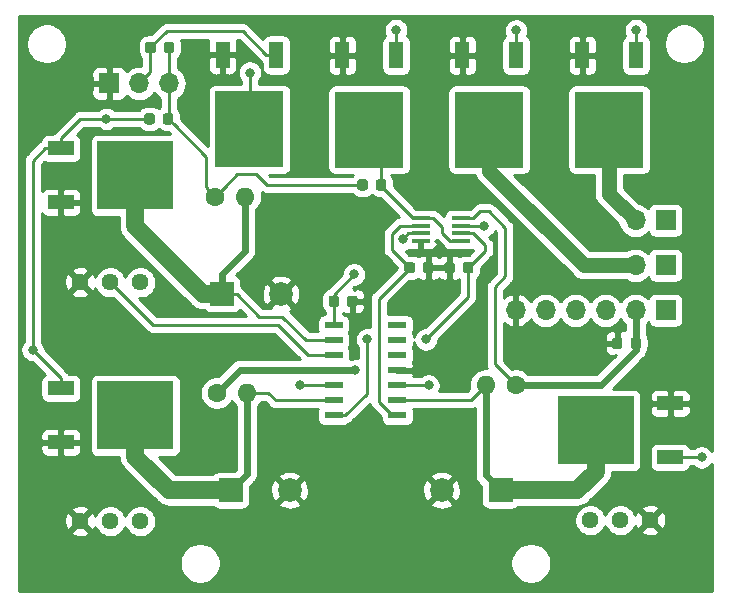
<source format=gtl>
G04 #@! TF.GenerationSoftware,KiCad,Pcbnew,(5.1.0)-1*
G04 #@! TF.CreationDate,2019-07-03T00:11:45+02:00*
G04 #@! TF.ProjectId,Sequencer_board,53657175-656e-4636-9572-5f626f617264,V0-1*
G04 #@! TF.SameCoordinates,Original*
G04 #@! TF.FileFunction,Copper,L1,Top*
G04 #@! TF.FilePolarity,Positive*
%FSLAX46Y46*%
G04 Gerber Fmt 4.6, Leading zero omitted, Abs format (unit mm)*
G04 Created by KiCad (PCBNEW (5.1.0)-1) date 2019-07-03 00:11:45*
%MOMM*%
%LPD*%
G04 APERTURE LIST*
%ADD10C,0.100000*%
%ADD11C,0.875000*%
%ADD12R,5.800000X6.400000*%
%ADD13R,1.200000X2.200000*%
%ADD14O,1.700000X1.700000*%
%ADD15R,1.700000X1.700000*%
%ADD16C,2.000000*%
%ADD17R,2.000000X2.000000*%
%ADD18R,2.200000X1.200000*%
%ADD19R,6.400000X5.800000*%
%ADD20O,1.600000X1.600000*%
%ADD21C,1.600000*%
%ADD22C,1.440000*%
%ADD23R,1.500000X0.600000*%
%ADD24R,1.600000X0.300000*%
%ADD25C,0.800000*%
%ADD26C,0.250000*%
%ADD27C,0.600000*%
%ADD28C,1.500000*%
%ADD29C,1.250000*%
%ADD30C,0.254000*%
G04 APERTURE END LIST*
D10*
G36*
X61962091Y-98890853D02*
G01*
X61983326Y-98894003D01*
X62004150Y-98899219D01*
X62024362Y-98906451D01*
X62043768Y-98915630D01*
X62062181Y-98926666D01*
X62079424Y-98939454D01*
X62095330Y-98953870D01*
X62109746Y-98969776D01*
X62122534Y-98987019D01*
X62133570Y-99005432D01*
X62142749Y-99024838D01*
X62149981Y-99045050D01*
X62155197Y-99065874D01*
X62158347Y-99087109D01*
X62159400Y-99108550D01*
X62159400Y-99621050D01*
X62158347Y-99642491D01*
X62155197Y-99663726D01*
X62149981Y-99684550D01*
X62142749Y-99704762D01*
X62133570Y-99724168D01*
X62122534Y-99742581D01*
X62109746Y-99759824D01*
X62095330Y-99775730D01*
X62079424Y-99790146D01*
X62062181Y-99802934D01*
X62043768Y-99813970D01*
X62024362Y-99823149D01*
X62004150Y-99830381D01*
X61983326Y-99835597D01*
X61962091Y-99838747D01*
X61940650Y-99839800D01*
X61503150Y-99839800D01*
X61481709Y-99838747D01*
X61460474Y-99835597D01*
X61439650Y-99830381D01*
X61419438Y-99823149D01*
X61400032Y-99813970D01*
X61381619Y-99802934D01*
X61364376Y-99790146D01*
X61348470Y-99775730D01*
X61334054Y-99759824D01*
X61321266Y-99742581D01*
X61310230Y-99724168D01*
X61301051Y-99704762D01*
X61293819Y-99684550D01*
X61288603Y-99663726D01*
X61285453Y-99642491D01*
X61284400Y-99621050D01*
X61284400Y-99108550D01*
X61285453Y-99087109D01*
X61288603Y-99065874D01*
X61293819Y-99045050D01*
X61301051Y-99024838D01*
X61310230Y-99005432D01*
X61321266Y-98987019D01*
X61334054Y-98969776D01*
X61348470Y-98953870D01*
X61364376Y-98939454D01*
X61381619Y-98926666D01*
X61400032Y-98915630D01*
X61419438Y-98906451D01*
X61439650Y-98899219D01*
X61460474Y-98894003D01*
X61481709Y-98890853D01*
X61503150Y-98889800D01*
X61940650Y-98889800D01*
X61962091Y-98890853D01*
X61962091Y-98890853D01*
G37*
D11*
X61721900Y-99364800D03*
D10*
G36*
X63537091Y-98890853D02*
G01*
X63558326Y-98894003D01*
X63579150Y-98899219D01*
X63599362Y-98906451D01*
X63618768Y-98915630D01*
X63637181Y-98926666D01*
X63654424Y-98939454D01*
X63670330Y-98953870D01*
X63684746Y-98969776D01*
X63697534Y-98987019D01*
X63708570Y-99005432D01*
X63717749Y-99024838D01*
X63724981Y-99045050D01*
X63730197Y-99065874D01*
X63733347Y-99087109D01*
X63734400Y-99108550D01*
X63734400Y-99621050D01*
X63733347Y-99642491D01*
X63730197Y-99663726D01*
X63724981Y-99684550D01*
X63717749Y-99704762D01*
X63708570Y-99724168D01*
X63697534Y-99742581D01*
X63684746Y-99759824D01*
X63670330Y-99775730D01*
X63654424Y-99790146D01*
X63637181Y-99802934D01*
X63618768Y-99813970D01*
X63599362Y-99823149D01*
X63579150Y-99830381D01*
X63558326Y-99835597D01*
X63537091Y-99838747D01*
X63515650Y-99839800D01*
X63078150Y-99839800D01*
X63056709Y-99838747D01*
X63035474Y-99835597D01*
X63014650Y-99830381D01*
X62994438Y-99823149D01*
X62975032Y-99813970D01*
X62956619Y-99802934D01*
X62939376Y-99790146D01*
X62923470Y-99775730D01*
X62909054Y-99759824D01*
X62896266Y-99742581D01*
X62885230Y-99724168D01*
X62876051Y-99704762D01*
X62868819Y-99684550D01*
X62863603Y-99663726D01*
X62860453Y-99642491D01*
X62859400Y-99621050D01*
X62859400Y-99108550D01*
X62860453Y-99087109D01*
X62863603Y-99065874D01*
X62868819Y-99045050D01*
X62876051Y-99024838D01*
X62885230Y-99005432D01*
X62896266Y-98987019D01*
X62909054Y-98969776D01*
X62923470Y-98953870D01*
X62939376Y-98939454D01*
X62956619Y-98926666D01*
X62975032Y-98915630D01*
X62994438Y-98906451D01*
X63014650Y-98899219D01*
X63035474Y-98894003D01*
X63056709Y-98890853D01*
X63078150Y-98889800D01*
X63515650Y-98889800D01*
X63537091Y-98890853D01*
X63537091Y-98890853D01*
G37*
D11*
X63296900Y-99364800D03*
D12*
X70180200Y-100253800D03*
D13*
X67900200Y-93953800D03*
X72460200Y-93953800D03*
D10*
G36*
X62038291Y-92845653D02*
G01*
X62059526Y-92848803D01*
X62080350Y-92854019D01*
X62100562Y-92861251D01*
X62119968Y-92870430D01*
X62138381Y-92881466D01*
X62155624Y-92894254D01*
X62171530Y-92908670D01*
X62185946Y-92924576D01*
X62198734Y-92941819D01*
X62209770Y-92960232D01*
X62218949Y-92979638D01*
X62226181Y-92999850D01*
X62231397Y-93020674D01*
X62234547Y-93041909D01*
X62235600Y-93063350D01*
X62235600Y-93575850D01*
X62234547Y-93597291D01*
X62231397Y-93618526D01*
X62226181Y-93639350D01*
X62218949Y-93659562D01*
X62209770Y-93678968D01*
X62198734Y-93697381D01*
X62185946Y-93714624D01*
X62171530Y-93730530D01*
X62155624Y-93744946D01*
X62138381Y-93757734D01*
X62119968Y-93768770D01*
X62100562Y-93777949D01*
X62080350Y-93785181D01*
X62059526Y-93790397D01*
X62038291Y-93793547D01*
X62016850Y-93794600D01*
X61579350Y-93794600D01*
X61557909Y-93793547D01*
X61536674Y-93790397D01*
X61515850Y-93785181D01*
X61495638Y-93777949D01*
X61476232Y-93768770D01*
X61457819Y-93757734D01*
X61440576Y-93744946D01*
X61424670Y-93730530D01*
X61410254Y-93714624D01*
X61397466Y-93697381D01*
X61386430Y-93678968D01*
X61377251Y-93659562D01*
X61370019Y-93639350D01*
X61364803Y-93618526D01*
X61361653Y-93597291D01*
X61360600Y-93575850D01*
X61360600Y-93063350D01*
X61361653Y-93041909D01*
X61364803Y-93020674D01*
X61370019Y-92999850D01*
X61377251Y-92979638D01*
X61386430Y-92960232D01*
X61397466Y-92941819D01*
X61410254Y-92924576D01*
X61424670Y-92908670D01*
X61440576Y-92894254D01*
X61457819Y-92881466D01*
X61476232Y-92870430D01*
X61495638Y-92861251D01*
X61515850Y-92854019D01*
X61536674Y-92848803D01*
X61557909Y-92845653D01*
X61579350Y-92844600D01*
X62016850Y-92844600D01*
X62038291Y-92845653D01*
X62038291Y-92845653D01*
G37*
D11*
X61798100Y-93319600D03*
D10*
G36*
X63613291Y-92845653D02*
G01*
X63634526Y-92848803D01*
X63655350Y-92854019D01*
X63675562Y-92861251D01*
X63694968Y-92870430D01*
X63713381Y-92881466D01*
X63730624Y-92894254D01*
X63746530Y-92908670D01*
X63760946Y-92924576D01*
X63773734Y-92941819D01*
X63784770Y-92960232D01*
X63793949Y-92979638D01*
X63801181Y-92999850D01*
X63806397Y-93020674D01*
X63809547Y-93041909D01*
X63810600Y-93063350D01*
X63810600Y-93575850D01*
X63809547Y-93597291D01*
X63806397Y-93618526D01*
X63801181Y-93639350D01*
X63793949Y-93659562D01*
X63784770Y-93678968D01*
X63773734Y-93697381D01*
X63760946Y-93714624D01*
X63746530Y-93730530D01*
X63730624Y-93744946D01*
X63713381Y-93757734D01*
X63694968Y-93768770D01*
X63675562Y-93777949D01*
X63655350Y-93785181D01*
X63634526Y-93790397D01*
X63613291Y-93793547D01*
X63591850Y-93794600D01*
X63154350Y-93794600D01*
X63132909Y-93793547D01*
X63111674Y-93790397D01*
X63090850Y-93785181D01*
X63070638Y-93777949D01*
X63051232Y-93768770D01*
X63032819Y-93757734D01*
X63015576Y-93744946D01*
X62999670Y-93730530D01*
X62985254Y-93714624D01*
X62972466Y-93697381D01*
X62961430Y-93678968D01*
X62952251Y-93659562D01*
X62945019Y-93639350D01*
X62939803Y-93618526D01*
X62936653Y-93597291D01*
X62935600Y-93575850D01*
X62935600Y-93063350D01*
X62936653Y-93041909D01*
X62939803Y-93020674D01*
X62945019Y-92999850D01*
X62952251Y-92979638D01*
X62961430Y-92960232D01*
X62972466Y-92941819D01*
X62985254Y-92924576D01*
X62999670Y-92908670D01*
X63015576Y-92894254D01*
X63032819Y-92881466D01*
X63051232Y-92870430D01*
X63070638Y-92861251D01*
X63090850Y-92854019D01*
X63111674Y-92848803D01*
X63132909Y-92845653D01*
X63154350Y-92844600D01*
X63591850Y-92844600D01*
X63613291Y-92845653D01*
X63613291Y-92845653D01*
G37*
D11*
X63373100Y-93319600D03*
D14*
X63373000Y-96367600D03*
X60833000Y-96367600D03*
D15*
X58293000Y-96367600D03*
D10*
G36*
X101560691Y-117890053D02*
G01*
X101581926Y-117893203D01*
X101602750Y-117898419D01*
X101622962Y-117905651D01*
X101642368Y-117914830D01*
X101660781Y-117925866D01*
X101678024Y-117938654D01*
X101693930Y-117953070D01*
X101708346Y-117968976D01*
X101721134Y-117986219D01*
X101732170Y-118004632D01*
X101741349Y-118024038D01*
X101748581Y-118044250D01*
X101753797Y-118065074D01*
X101756947Y-118086309D01*
X101758000Y-118107750D01*
X101758000Y-118620250D01*
X101756947Y-118641691D01*
X101753797Y-118662926D01*
X101748581Y-118683750D01*
X101741349Y-118703962D01*
X101732170Y-118723368D01*
X101721134Y-118741781D01*
X101708346Y-118759024D01*
X101693930Y-118774930D01*
X101678024Y-118789346D01*
X101660781Y-118802134D01*
X101642368Y-118813170D01*
X101622962Y-118822349D01*
X101602750Y-118829581D01*
X101581926Y-118834797D01*
X101560691Y-118837947D01*
X101539250Y-118839000D01*
X101101750Y-118839000D01*
X101080309Y-118837947D01*
X101059074Y-118834797D01*
X101038250Y-118829581D01*
X101018038Y-118822349D01*
X100998632Y-118813170D01*
X100980219Y-118802134D01*
X100962976Y-118789346D01*
X100947070Y-118774930D01*
X100932654Y-118759024D01*
X100919866Y-118741781D01*
X100908830Y-118723368D01*
X100899651Y-118703962D01*
X100892419Y-118683750D01*
X100887203Y-118662926D01*
X100884053Y-118641691D01*
X100883000Y-118620250D01*
X100883000Y-118107750D01*
X100884053Y-118086309D01*
X100887203Y-118065074D01*
X100892419Y-118044250D01*
X100899651Y-118024038D01*
X100908830Y-118004632D01*
X100919866Y-117986219D01*
X100932654Y-117968976D01*
X100947070Y-117953070D01*
X100962976Y-117938654D01*
X100980219Y-117925866D01*
X100998632Y-117914830D01*
X101018038Y-117905651D01*
X101038250Y-117898419D01*
X101059074Y-117893203D01*
X101080309Y-117890053D01*
X101101750Y-117889000D01*
X101539250Y-117889000D01*
X101560691Y-117890053D01*
X101560691Y-117890053D01*
G37*
D11*
X101320500Y-118364000D03*
D10*
G36*
X103135691Y-117890053D02*
G01*
X103156926Y-117893203D01*
X103177750Y-117898419D01*
X103197962Y-117905651D01*
X103217368Y-117914830D01*
X103235781Y-117925866D01*
X103253024Y-117938654D01*
X103268930Y-117953070D01*
X103283346Y-117968976D01*
X103296134Y-117986219D01*
X103307170Y-118004632D01*
X103316349Y-118024038D01*
X103323581Y-118044250D01*
X103328797Y-118065074D01*
X103331947Y-118086309D01*
X103333000Y-118107750D01*
X103333000Y-118620250D01*
X103331947Y-118641691D01*
X103328797Y-118662926D01*
X103323581Y-118683750D01*
X103316349Y-118703962D01*
X103307170Y-118723368D01*
X103296134Y-118741781D01*
X103283346Y-118759024D01*
X103268930Y-118774930D01*
X103253024Y-118789346D01*
X103235781Y-118802134D01*
X103217368Y-118813170D01*
X103197962Y-118822349D01*
X103177750Y-118829581D01*
X103156926Y-118834797D01*
X103135691Y-118837947D01*
X103114250Y-118839000D01*
X102676750Y-118839000D01*
X102655309Y-118837947D01*
X102634074Y-118834797D01*
X102613250Y-118829581D01*
X102593038Y-118822349D01*
X102573632Y-118813170D01*
X102555219Y-118802134D01*
X102537976Y-118789346D01*
X102522070Y-118774930D01*
X102507654Y-118759024D01*
X102494866Y-118741781D01*
X102483830Y-118723368D01*
X102474651Y-118703962D01*
X102467419Y-118683750D01*
X102462203Y-118662926D01*
X102459053Y-118641691D01*
X102458000Y-118620250D01*
X102458000Y-118107750D01*
X102459053Y-118086309D01*
X102462203Y-118065074D01*
X102467419Y-118044250D01*
X102474651Y-118024038D01*
X102483830Y-118004632D01*
X102494866Y-117986219D01*
X102507654Y-117968976D01*
X102522070Y-117953070D01*
X102537976Y-117938654D01*
X102555219Y-117925866D01*
X102573632Y-117914830D01*
X102593038Y-117905651D01*
X102613250Y-117898419D01*
X102634074Y-117893203D01*
X102655309Y-117890053D01*
X102676750Y-117889000D01*
X103114250Y-117889000D01*
X103135691Y-117890053D01*
X103135691Y-117890053D01*
G37*
D11*
X102895500Y-118364000D03*
D16*
X72843400Y-114198400D03*
D17*
X67843400Y-114198400D03*
X91440000Y-130810000D03*
D16*
X86440000Y-130810000D03*
D17*
X68580000Y-130810000D03*
D16*
X73580000Y-130810000D03*
D15*
X105410000Y-107950000D03*
D14*
X102870000Y-107950000D03*
D15*
X105410000Y-115570000D03*
D14*
X102870000Y-115570000D03*
X100330000Y-115570000D03*
X97790000Y-115570000D03*
X95250000Y-115570000D03*
X92710000Y-115570000D03*
X102870000Y-111760000D03*
D15*
X105410000Y-111760000D03*
D12*
X80315800Y-100280000D03*
D13*
X78035800Y-93980000D03*
X82595800Y-93980000D03*
D18*
X54220000Y-101860000D03*
X54220000Y-106420000D03*
D19*
X60520000Y-104140000D03*
D12*
X100634800Y-100279200D03*
D13*
X98354800Y-93979200D03*
X102914800Y-93979200D03*
D18*
X105800000Y-128010000D03*
X105800000Y-123450000D03*
D19*
X99500000Y-125730000D03*
D13*
X92754800Y-93979200D03*
X88194800Y-93979200D03*
D12*
X90474800Y-100279200D03*
D19*
X60520000Y-124460000D03*
D18*
X54220000Y-126740000D03*
X54220000Y-122180000D03*
D10*
G36*
X79995991Y-104478853D02*
G01*
X80017226Y-104482003D01*
X80038050Y-104487219D01*
X80058262Y-104494451D01*
X80077668Y-104503630D01*
X80096081Y-104514666D01*
X80113324Y-104527454D01*
X80129230Y-104541870D01*
X80143646Y-104557776D01*
X80156434Y-104575019D01*
X80167470Y-104593432D01*
X80176649Y-104612838D01*
X80183881Y-104633050D01*
X80189097Y-104653874D01*
X80192247Y-104675109D01*
X80193300Y-104696550D01*
X80193300Y-105209050D01*
X80192247Y-105230491D01*
X80189097Y-105251726D01*
X80183881Y-105272550D01*
X80176649Y-105292762D01*
X80167470Y-105312168D01*
X80156434Y-105330581D01*
X80143646Y-105347824D01*
X80129230Y-105363730D01*
X80113324Y-105378146D01*
X80096081Y-105390934D01*
X80077668Y-105401970D01*
X80058262Y-105411149D01*
X80038050Y-105418381D01*
X80017226Y-105423597D01*
X79995991Y-105426747D01*
X79974550Y-105427800D01*
X79537050Y-105427800D01*
X79515609Y-105426747D01*
X79494374Y-105423597D01*
X79473550Y-105418381D01*
X79453338Y-105411149D01*
X79433932Y-105401970D01*
X79415519Y-105390934D01*
X79398276Y-105378146D01*
X79382370Y-105363730D01*
X79367954Y-105347824D01*
X79355166Y-105330581D01*
X79344130Y-105312168D01*
X79334951Y-105292762D01*
X79327719Y-105272550D01*
X79322503Y-105251726D01*
X79319353Y-105230491D01*
X79318300Y-105209050D01*
X79318300Y-104696550D01*
X79319353Y-104675109D01*
X79322503Y-104653874D01*
X79327719Y-104633050D01*
X79334951Y-104612838D01*
X79344130Y-104593432D01*
X79355166Y-104575019D01*
X79367954Y-104557776D01*
X79382370Y-104541870D01*
X79398276Y-104527454D01*
X79415519Y-104514666D01*
X79433932Y-104503630D01*
X79453338Y-104494451D01*
X79473550Y-104487219D01*
X79494374Y-104482003D01*
X79515609Y-104478853D01*
X79537050Y-104477800D01*
X79974550Y-104477800D01*
X79995991Y-104478853D01*
X79995991Y-104478853D01*
G37*
D11*
X79755800Y-104952800D03*
D10*
G36*
X81570991Y-104478853D02*
G01*
X81592226Y-104482003D01*
X81613050Y-104487219D01*
X81633262Y-104494451D01*
X81652668Y-104503630D01*
X81671081Y-104514666D01*
X81688324Y-104527454D01*
X81704230Y-104541870D01*
X81718646Y-104557776D01*
X81731434Y-104575019D01*
X81742470Y-104593432D01*
X81751649Y-104612838D01*
X81758881Y-104633050D01*
X81764097Y-104653874D01*
X81767247Y-104675109D01*
X81768300Y-104696550D01*
X81768300Y-105209050D01*
X81767247Y-105230491D01*
X81764097Y-105251726D01*
X81758881Y-105272550D01*
X81751649Y-105292762D01*
X81742470Y-105312168D01*
X81731434Y-105330581D01*
X81718646Y-105347824D01*
X81704230Y-105363730D01*
X81688324Y-105378146D01*
X81671081Y-105390934D01*
X81652668Y-105401970D01*
X81633262Y-105411149D01*
X81613050Y-105418381D01*
X81592226Y-105423597D01*
X81570991Y-105426747D01*
X81549550Y-105427800D01*
X81112050Y-105427800D01*
X81090609Y-105426747D01*
X81069374Y-105423597D01*
X81048550Y-105418381D01*
X81028338Y-105411149D01*
X81008932Y-105401970D01*
X80990519Y-105390934D01*
X80973276Y-105378146D01*
X80957370Y-105363730D01*
X80942954Y-105347824D01*
X80930166Y-105330581D01*
X80919130Y-105312168D01*
X80909951Y-105292762D01*
X80902719Y-105272550D01*
X80897503Y-105251726D01*
X80894353Y-105230491D01*
X80893300Y-105209050D01*
X80893300Y-104696550D01*
X80894353Y-104675109D01*
X80897503Y-104653874D01*
X80902719Y-104633050D01*
X80909951Y-104612838D01*
X80919130Y-104593432D01*
X80930166Y-104575019D01*
X80942954Y-104557776D01*
X80957370Y-104541870D01*
X80973276Y-104527454D01*
X80990519Y-104514666D01*
X81008932Y-104503630D01*
X81028338Y-104494451D01*
X81048550Y-104487219D01*
X81069374Y-104482003D01*
X81090609Y-104478853D01*
X81112050Y-104477800D01*
X81549550Y-104477800D01*
X81570991Y-104478853D01*
X81570991Y-104478853D01*
G37*
D11*
X81330800Y-104952800D03*
D20*
X69824600Y-105943400D03*
D21*
X67284600Y-105943400D03*
D10*
G36*
X79132591Y-114334053D02*
G01*
X79153826Y-114337203D01*
X79174650Y-114342419D01*
X79194862Y-114349651D01*
X79214268Y-114358830D01*
X79232681Y-114369866D01*
X79249924Y-114382654D01*
X79265830Y-114397070D01*
X79280246Y-114412976D01*
X79293034Y-114430219D01*
X79304070Y-114448632D01*
X79313249Y-114468038D01*
X79320481Y-114488250D01*
X79325697Y-114509074D01*
X79328847Y-114530309D01*
X79329900Y-114551750D01*
X79329900Y-115064250D01*
X79328847Y-115085691D01*
X79325697Y-115106926D01*
X79320481Y-115127750D01*
X79313249Y-115147962D01*
X79304070Y-115167368D01*
X79293034Y-115185781D01*
X79280246Y-115203024D01*
X79265830Y-115218930D01*
X79249924Y-115233346D01*
X79232681Y-115246134D01*
X79214268Y-115257170D01*
X79194862Y-115266349D01*
X79174650Y-115273581D01*
X79153826Y-115278797D01*
X79132591Y-115281947D01*
X79111150Y-115283000D01*
X78673650Y-115283000D01*
X78652209Y-115281947D01*
X78630974Y-115278797D01*
X78610150Y-115273581D01*
X78589938Y-115266349D01*
X78570532Y-115257170D01*
X78552119Y-115246134D01*
X78534876Y-115233346D01*
X78518970Y-115218930D01*
X78504554Y-115203024D01*
X78491766Y-115185781D01*
X78480730Y-115167368D01*
X78471551Y-115147962D01*
X78464319Y-115127750D01*
X78459103Y-115106926D01*
X78455953Y-115085691D01*
X78454900Y-115064250D01*
X78454900Y-114551750D01*
X78455953Y-114530309D01*
X78459103Y-114509074D01*
X78464319Y-114488250D01*
X78471551Y-114468038D01*
X78480730Y-114448632D01*
X78491766Y-114430219D01*
X78504554Y-114412976D01*
X78518970Y-114397070D01*
X78534876Y-114382654D01*
X78552119Y-114369866D01*
X78570532Y-114358830D01*
X78589938Y-114349651D01*
X78610150Y-114342419D01*
X78630974Y-114337203D01*
X78652209Y-114334053D01*
X78673650Y-114333000D01*
X79111150Y-114333000D01*
X79132591Y-114334053D01*
X79132591Y-114334053D01*
G37*
D11*
X78892400Y-114808000D03*
D10*
G36*
X77557591Y-114334053D02*
G01*
X77578826Y-114337203D01*
X77599650Y-114342419D01*
X77619862Y-114349651D01*
X77639268Y-114358830D01*
X77657681Y-114369866D01*
X77674924Y-114382654D01*
X77690830Y-114397070D01*
X77705246Y-114412976D01*
X77718034Y-114430219D01*
X77729070Y-114448632D01*
X77738249Y-114468038D01*
X77745481Y-114488250D01*
X77750697Y-114509074D01*
X77753847Y-114530309D01*
X77754900Y-114551750D01*
X77754900Y-115064250D01*
X77753847Y-115085691D01*
X77750697Y-115106926D01*
X77745481Y-115127750D01*
X77738249Y-115147962D01*
X77729070Y-115167368D01*
X77718034Y-115185781D01*
X77705246Y-115203024D01*
X77690830Y-115218930D01*
X77674924Y-115233346D01*
X77657681Y-115246134D01*
X77639268Y-115257170D01*
X77619862Y-115266349D01*
X77599650Y-115273581D01*
X77578826Y-115278797D01*
X77557591Y-115281947D01*
X77536150Y-115283000D01*
X77098650Y-115283000D01*
X77077209Y-115281947D01*
X77055974Y-115278797D01*
X77035150Y-115273581D01*
X77014938Y-115266349D01*
X76995532Y-115257170D01*
X76977119Y-115246134D01*
X76959876Y-115233346D01*
X76943970Y-115218930D01*
X76929554Y-115203024D01*
X76916766Y-115185781D01*
X76905730Y-115167368D01*
X76896551Y-115147962D01*
X76889319Y-115127750D01*
X76884103Y-115106926D01*
X76880953Y-115085691D01*
X76879900Y-115064250D01*
X76879900Y-114551750D01*
X76880953Y-114530309D01*
X76884103Y-114509074D01*
X76889319Y-114488250D01*
X76896551Y-114468038D01*
X76905730Y-114448632D01*
X76916766Y-114430219D01*
X76929554Y-114412976D01*
X76943970Y-114397070D01*
X76959876Y-114382654D01*
X76977119Y-114369866D01*
X76995532Y-114358830D01*
X77014938Y-114349651D01*
X77035150Y-114342419D01*
X77055974Y-114337203D01*
X77077209Y-114334053D01*
X77098650Y-114333000D01*
X77536150Y-114333000D01*
X77557591Y-114334053D01*
X77557591Y-114334053D01*
G37*
D11*
X77317400Y-114808000D03*
D21*
X92710000Y-121920000D03*
D20*
X90170000Y-121920000D03*
D10*
G36*
X85558891Y-111489253D02*
G01*
X85580126Y-111492403D01*
X85600950Y-111497619D01*
X85621162Y-111504851D01*
X85640568Y-111514030D01*
X85658981Y-111525066D01*
X85676224Y-111537854D01*
X85692130Y-111552270D01*
X85706546Y-111568176D01*
X85719334Y-111585419D01*
X85730370Y-111603832D01*
X85739549Y-111623238D01*
X85746781Y-111643450D01*
X85751997Y-111664274D01*
X85755147Y-111685509D01*
X85756200Y-111706950D01*
X85756200Y-112219450D01*
X85755147Y-112240891D01*
X85751997Y-112262126D01*
X85746781Y-112282950D01*
X85739549Y-112303162D01*
X85730370Y-112322568D01*
X85719334Y-112340981D01*
X85706546Y-112358224D01*
X85692130Y-112374130D01*
X85676224Y-112388546D01*
X85658981Y-112401334D01*
X85640568Y-112412370D01*
X85621162Y-112421549D01*
X85600950Y-112428781D01*
X85580126Y-112433997D01*
X85558891Y-112437147D01*
X85537450Y-112438200D01*
X85099950Y-112438200D01*
X85078509Y-112437147D01*
X85057274Y-112433997D01*
X85036450Y-112428781D01*
X85016238Y-112421549D01*
X84996832Y-112412370D01*
X84978419Y-112401334D01*
X84961176Y-112388546D01*
X84945270Y-112374130D01*
X84930854Y-112358224D01*
X84918066Y-112340981D01*
X84907030Y-112322568D01*
X84897851Y-112303162D01*
X84890619Y-112282950D01*
X84885403Y-112262126D01*
X84882253Y-112240891D01*
X84881200Y-112219450D01*
X84881200Y-111706950D01*
X84882253Y-111685509D01*
X84885403Y-111664274D01*
X84890619Y-111643450D01*
X84897851Y-111623238D01*
X84907030Y-111603832D01*
X84918066Y-111585419D01*
X84930854Y-111568176D01*
X84945270Y-111552270D01*
X84961176Y-111537854D01*
X84978419Y-111525066D01*
X84996832Y-111514030D01*
X85016238Y-111504851D01*
X85036450Y-111497619D01*
X85057274Y-111492403D01*
X85078509Y-111489253D01*
X85099950Y-111488200D01*
X85537450Y-111488200D01*
X85558891Y-111489253D01*
X85558891Y-111489253D01*
G37*
D11*
X85318700Y-111963200D03*
D10*
G36*
X83983891Y-111489253D02*
G01*
X84005126Y-111492403D01*
X84025950Y-111497619D01*
X84046162Y-111504851D01*
X84065568Y-111514030D01*
X84083981Y-111525066D01*
X84101224Y-111537854D01*
X84117130Y-111552270D01*
X84131546Y-111568176D01*
X84144334Y-111585419D01*
X84155370Y-111603832D01*
X84164549Y-111623238D01*
X84171781Y-111643450D01*
X84176997Y-111664274D01*
X84180147Y-111685509D01*
X84181200Y-111706950D01*
X84181200Y-112219450D01*
X84180147Y-112240891D01*
X84176997Y-112262126D01*
X84171781Y-112282950D01*
X84164549Y-112303162D01*
X84155370Y-112322568D01*
X84144334Y-112340981D01*
X84131546Y-112358224D01*
X84117130Y-112374130D01*
X84101224Y-112388546D01*
X84083981Y-112401334D01*
X84065568Y-112412370D01*
X84046162Y-112421549D01*
X84025950Y-112428781D01*
X84005126Y-112433997D01*
X83983891Y-112437147D01*
X83962450Y-112438200D01*
X83524950Y-112438200D01*
X83503509Y-112437147D01*
X83482274Y-112433997D01*
X83461450Y-112428781D01*
X83441238Y-112421549D01*
X83421832Y-112412370D01*
X83403419Y-112401334D01*
X83386176Y-112388546D01*
X83370270Y-112374130D01*
X83355854Y-112358224D01*
X83343066Y-112340981D01*
X83332030Y-112322568D01*
X83322851Y-112303162D01*
X83315619Y-112282950D01*
X83310403Y-112262126D01*
X83307253Y-112240891D01*
X83306200Y-112219450D01*
X83306200Y-111706950D01*
X83307253Y-111685509D01*
X83310403Y-111664274D01*
X83315619Y-111643450D01*
X83322851Y-111623238D01*
X83332030Y-111603832D01*
X83343066Y-111585419D01*
X83355854Y-111568176D01*
X83370270Y-111552270D01*
X83386176Y-111537854D01*
X83403419Y-111525066D01*
X83421832Y-111514030D01*
X83441238Y-111504851D01*
X83461450Y-111497619D01*
X83482274Y-111492403D01*
X83503509Y-111489253D01*
X83524950Y-111488200D01*
X83962450Y-111488200D01*
X83983891Y-111489253D01*
X83983891Y-111489253D01*
G37*
D11*
X83743700Y-111963200D03*
D21*
X67411600Y-122580400D03*
D20*
X69951600Y-122580400D03*
D10*
G36*
X88936991Y-111489253D02*
G01*
X88958226Y-111492403D01*
X88979050Y-111497619D01*
X88999262Y-111504851D01*
X89018668Y-111514030D01*
X89037081Y-111525066D01*
X89054324Y-111537854D01*
X89070230Y-111552270D01*
X89084646Y-111568176D01*
X89097434Y-111585419D01*
X89108470Y-111603832D01*
X89117649Y-111623238D01*
X89124881Y-111643450D01*
X89130097Y-111664274D01*
X89133247Y-111685509D01*
X89134300Y-111706950D01*
X89134300Y-112219450D01*
X89133247Y-112240891D01*
X89130097Y-112262126D01*
X89124881Y-112282950D01*
X89117649Y-112303162D01*
X89108470Y-112322568D01*
X89097434Y-112340981D01*
X89084646Y-112358224D01*
X89070230Y-112374130D01*
X89054324Y-112388546D01*
X89037081Y-112401334D01*
X89018668Y-112412370D01*
X88999262Y-112421549D01*
X88979050Y-112428781D01*
X88958226Y-112433997D01*
X88936991Y-112437147D01*
X88915550Y-112438200D01*
X88478050Y-112438200D01*
X88456609Y-112437147D01*
X88435374Y-112433997D01*
X88414550Y-112428781D01*
X88394338Y-112421549D01*
X88374932Y-112412370D01*
X88356519Y-112401334D01*
X88339276Y-112388546D01*
X88323370Y-112374130D01*
X88308954Y-112358224D01*
X88296166Y-112340981D01*
X88285130Y-112322568D01*
X88275951Y-112303162D01*
X88268719Y-112282950D01*
X88263503Y-112262126D01*
X88260353Y-112240891D01*
X88259300Y-112219450D01*
X88259300Y-111706950D01*
X88260353Y-111685509D01*
X88263503Y-111664274D01*
X88268719Y-111643450D01*
X88275951Y-111623238D01*
X88285130Y-111603832D01*
X88296166Y-111585419D01*
X88308954Y-111568176D01*
X88323370Y-111552270D01*
X88339276Y-111537854D01*
X88356519Y-111525066D01*
X88374932Y-111514030D01*
X88394338Y-111504851D01*
X88414550Y-111497619D01*
X88435374Y-111492403D01*
X88456609Y-111489253D01*
X88478050Y-111488200D01*
X88915550Y-111488200D01*
X88936991Y-111489253D01*
X88936991Y-111489253D01*
G37*
D11*
X88696800Y-111963200D03*
D10*
G36*
X87361991Y-111489253D02*
G01*
X87383226Y-111492403D01*
X87404050Y-111497619D01*
X87424262Y-111504851D01*
X87443668Y-111514030D01*
X87462081Y-111525066D01*
X87479324Y-111537854D01*
X87495230Y-111552270D01*
X87509646Y-111568176D01*
X87522434Y-111585419D01*
X87533470Y-111603832D01*
X87542649Y-111623238D01*
X87549881Y-111643450D01*
X87555097Y-111664274D01*
X87558247Y-111685509D01*
X87559300Y-111706950D01*
X87559300Y-112219450D01*
X87558247Y-112240891D01*
X87555097Y-112262126D01*
X87549881Y-112282950D01*
X87542649Y-112303162D01*
X87533470Y-112322568D01*
X87522434Y-112340981D01*
X87509646Y-112358224D01*
X87495230Y-112374130D01*
X87479324Y-112388546D01*
X87462081Y-112401334D01*
X87443668Y-112412370D01*
X87424262Y-112421549D01*
X87404050Y-112428781D01*
X87383226Y-112433997D01*
X87361991Y-112437147D01*
X87340550Y-112438200D01*
X86903050Y-112438200D01*
X86881609Y-112437147D01*
X86860374Y-112433997D01*
X86839550Y-112428781D01*
X86819338Y-112421549D01*
X86799932Y-112412370D01*
X86781519Y-112401334D01*
X86764276Y-112388546D01*
X86748370Y-112374130D01*
X86733954Y-112358224D01*
X86721166Y-112340981D01*
X86710130Y-112322568D01*
X86700951Y-112303162D01*
X86693719Y-112282950D01*
X86688503Y-112262126D01*
X86685353Y-112240891D01*
X86684300Y-112219450D01*
X86684300Y-111706950D01*
X86685353Y-111685509D01*
X86688503Y-111664274D01*
X86693719Y-111643450D01*
X86700951Y-111623238D01*
X86710130Y-111603832D01*
X86721166Y-111585419D01*
X86733954Y-111568176D01*
X86748370Y-111552270D01*
X86764276Y-111537854D01*
X86781519Y-111525066D01*
X86799932Y-111514030D01*
X86819338Y-111504851D01*
X86839550Y-111497619D01*
X86860374Y-111492403D01*
X86881609Y-111489253D01*
X86903050Y-111488200D01*
X87340550Y-111488200D01*
X87361991Y-111489253D01*
X87361991Y-111489253D01*
G37*
D11*
X87121800Y-111963200D03*
D22*
X60934600Y-113207800D03*
X58394600Y-113207800D03*
X55854600Y-113207800D03*
X104114600Y-133350000D03*
X101574600Y-133350000D03*
X99034600Y-133350000D03*
X60934600Y-133426200D03*
X58394600Y-133426200D03*
X55854600Y-133426200D03*
D23*
X77310000Y-116840000D03*
X77310000Y-118110000D03*
X77310000Y-119380000D03*
X77310000Y-120650000D03*
X77310000Y-121920000D03*
X77310000Y-123190000D03*
X77310000Y-124460000D03*
X82710000Y-124460000D03*
X82710000Y-123190000D03*
X82710000Y-121920000D03*
X82710000Y-120650000D03*
X82710000Y-119380000D03*
X82710000Y-118110000D03*
X82710000Y-116840000D03*
D24*
X84683600Y-107767600D03*
X84683600Y-108417600D03*
X84683600Y-109067600D03*
X84683600Y-109717600D03*
X88083600Y-109717600D03*
X88083600Y-109067600D03*
X88083600Y-108417600D03*
X88083600Y-107767600D03*
D25*
X88290400Y-117602000D03*
X84912200Y-114731800D03*
X79146400Y-120650000D03*
X108458000Y-128016000D03*
X51816000Y-118926000D03*
X58064400Y-99364800D03*
X70205600Y-95453200D03*
X83159600Y-109541600D03*
X92760800Y-91871800D03*
X90055700Y-108419900D03*
X102914800Y-91852400D03*
X79028400Y-112522000D03*
X82600800Y-91846400D03*
X80137000Y-118033800D03*
X85115400Y-118033800D03*
X85344000Y-121920000D03*
X74472800Y-121920000D03*
D26*
X76310000Y-118110000D02*
X77310000Y-118110000D01*
X74950000Y-118110000D02*
X76310000Y-118110000D01*
X69093400Y-114198400D02*
X71023800Y-116128800D01*
X67843400Y-114198400D02*
X69093400Y-114198400D01*
X72968800Y-116128800D02*
X74950000Y-118110000D01*
X71023800Y-116128800D02*
X72968800Y-116128800D01*
D27*
X69824600Y-105943400D02*
X69824600Y-110515400D01*
X67843400Y-112496600D02*
X67843400Y-114198400D01*
X69824600Y-110515400D02*
X67843400Y-112496600D01*
D28*
X60520000Y-107640000D02*
X60520000Y-104140000D01*
X60520000Y-108475000D02*
X60520000Y-107640000D01*
X66243400Y-114198400D02*
X60520000Y-108475000D01*
X67843400Y-114198400D02*
X66243400Y-114198400D01*
D26*
X99398400Y-125831600D02*
X99500000Y-125730000D01*
X88900000Y-123190000D02*
X90170000Y-121920000D01*
X82710000Y-123190000D02*
X88900000Y-123190000D01*
D27*
X90170000Y-129540000D02*
X91440000Y-130810000D01*
X90170000Y-121920000D02*
X90170000Y-129540000D01*
D28*
X99500000Y-129230000D02*
X99500000Y-125730000D01*
X97920000Y-130810000D02*
X99500000Y-129230000D01*
X91440000Y-130810000D02*
X97920000Y-130810000D01*
D26*
X60545400Y-124485400D02*
X60520000Y-124460000D01*
X77310000Y-123190000D02*
X72390000Y-123190000D01*
X71780400Y-122580400D02*
X69951600Y-122580400D01*
X72390000Y-123190000D02*
X71780400Y-122580400D01*
D27*
X69951600Y-129438400D02*
X68580000Y-130810000D01*
X69951600Y-122580400D02*
X69951600Y-129438400D01*
D28*
X60520000Y-127960000D02*
X60520000Y-124460000D01*
X63370000Y-130810000D02*
X60520000Y-127960000D01*
X68580000Y-130810000D02*
X63370000Y-130810000D01*
D29*
X102870000Y-107950000D02*
X100634800Y-105714800D01*
X100634800Y-105714800D02*
X100634800Y-100279200D01*
D26*
X89133600Y-107767600D02*
X89713200Y-107188000D01*
X88083600Y-107767600D02*
X89133600Y-107767600D01*
X89713200Y-107188000D02*
X90449400Y-107188000D01*
X90449400Y-107188000D02*
X91846400Y-108585000D01*
X91846400Y-108585000D02*
X91846400Y-112699800D01*
X91846400Y-112699800D02*
X90932000Y-113614200D01*
X90932000Y-120142000D02*
X92710000Y-121920000D01*
X90932000Y-113614200D02*
X90932000Y-120142000D01*
X68084599Y-105143401D02*
X67284600Y-105943400D01*
X69164200Y-104063800D02*
X68084599Y-105143401D01*
X70739000Y-104063800D02*
X69164200Y-104063800D01*
X79755800Y-104952800D02*
X71628000Y-104952800D01*
X71628000Y-104952800D02*
X70739000Y-104063800D01*
X63758512Y-99826412D02*
X63296900Y-99364800D01*
X66484601Y-102552501D02*
X63758512Y-99826412D01*
X66484601Y-105143401D02*
X66484601Y-102552501D01*
X67284600Y-105943400D02*
X66484601Y-105143401D01*
X63373000Y-99288700D02*
X63296900Y-99364800D01*
X63373000Y-96367600D02*
X63373000Y-99288700D01*
X63373100Y-96367500D02*
X63373000Y-96367600D01*
X63373100Y-93319600D02*
X63373100Y-96367500D01*
D27*
X102870000Y-118338500D02*
X102895500Y-118364000D01*
X102870000Y-115570000D02*
X102870000Y-118338500D01*
X93841370Y-121920000D02*
X92710000Y-121920000D01*
X99914500Y-121920000D02*
X93841370Y-121920000D01*
X102895500Y-118939000D02*
X99914500Y-121920000D01*
X102895500Y-118364000D02*
X102895500Y-118939000D01*
X79146400Y-120650000D02*
X77310000Y-120650000D01*
X69342000Y-120650000D02*
X67411600Y-122580400D01*
X77310000Y-120650000D02*
X69342000Y-120650000D01*
D26*
X52870000Y-101860000D02*
X51816000Y-102914000D01*
X54220000Y-101860000D02*
X52870000Y-101860000D01*
X54220000Y-121330000D02*
X54220000Y-122180000D01*
X51816000Y-118926000D02*
X54220000Y-121330000D01*
X51816000Y-102914000D02*
X51816000Y-118926000D01*
X105806000Y-128016000D02*
X105800000Y-128010000D01*
X108458000Y-128016000D02*
X105806000Y-128016000D01*
X51816000Y-118926000D02*
X51816000Y-118926000D01*
X54220000Y-101010000D02*
X54220000Y-101860000D01*
X55865200Y-99364800D02*
X54220000Y-101010000D01*
X61721900Y-99364800D02*
X58064400Y-99364800D01*
X58064400Y-99364800D02*
X55865200Y-99364800D01*
X70205600Y-100228400D02*
X70180200Y-100253800D01*
X70205600Y-95453200D02*
X70205600Y-100228400D01*
X83633600Y-109067600D02*
X83159600Y-109541600D01*
X84683600Y-109067600D02*
X83633600Y-109067600D01*
X83159600Y-109541600D02*
X83159600Y-109541600D01*
X92760800Y-91871800D02*
X92760800Y-91871800D01*
X92754800Y-91877800D02*
X92760800Y-91871800D01*
X92754800Y-93979200D02*
X92754800Y-91877800D01*
X89133600Y-108417600D02*
X89135900Y-108419900D01*
X88083600Y-108417600D02*
X89133600Y-108417600D01*
X89135900Y-108419900D02*
X90055700Y-108419900D01*
X90055700Y-108419900D02*
X90055700Y-108419900D01*
X102914800Y-93979200D02*
X102914800Y-91852400D01*
X102914800Y-91852400D02*
X102914800Y-91852400D01*
D29*
X102870000Y-111760000D02*
X98475800Y-111760000D01*
X98475800Y-111760000D02*
X90474800Y-103759000D01*
X90474800Y-103759000D02*
X90474800Y-100279200D01*
D26*
X88083600Y-109717600D02*
X87198598Y-109717600D01*
X87198598Y-109717600D02*
X86487000Y-109006002D01*
X85733600Y-107767600D02*
X84683600Y-107767600D01*
X86487000Y-108521000D02*
X85733600Y-107767600D01*
X86487000Y-109006002D02*
X86487000Y-108521000D01*
X81330800Y-105064800D02*
X81330800Y-104952800D01*
X84033600Y-107767600D02*
X81330800Y-105064800D01*
X84683600Y-107767600D02*
X84033600Y-107767600D01*
X81330800Y-101295000D02*
X80315800Y-100280000D01*
X81330800Y-104952800D02*
X81330800Y-101295000D01*
X77310000Y-114815400D02*
X77317400Y-114808000D01*
X77310000Y-116840000D02*
X77310000Y-114815400D01*
X77317400Y-114233000D02*
X79028400Y-112522000D01*
X77317400Y-114808000D02*
X77317400Y-114233000D01*
X79028400Y-112522000D02*
X79028400Y-112522000D01*
X82600800Y-93975000D02*
X82595800Y-93980000D01*
X82600800Y-91846400D02*
X82600800Y-93975000D01*
X82651600Y-110871100D02*
X83743700Y-111963200D01*
X84683600Y-108417600D02*
X82920600Y-108417600D01*
X82920600Y-108417600D02*
X82219800Y-109118400D01*
X82219800Y-110439300D02*
X82651600Y-110871100D01*
X82219800Y-109118400D02*
X82219800Y-110439300D01*
X82260000Y-124460000D02*
X81127600Y-123327600D01*
X82710000Y-124460000D02*
X82260000Y-124460000D01*
X81127600Y-114579300D02*
X83743700Y-111963200D01*
X81127600Y-123327600D02*
X81127600Y-114579300D01*
X89133600Y-109067600D02*
X90144600Y-110078600D01*
X88083600Y-109067600D02*
X89133600Y-109067600D01*
X90144600Y-110515400D02*
X88696800Y-111963200D01*
X90144600Y-110078600D02*
X90144600Y-110515400D01*
X78310000Y-124460000D02*
X80137000Y-122633000D01*
X77310000Y-124460000D02*
X78310000Y-124460000D01*
X80137000Y-122633000D02*
X80137000Y-118033800D01*
X80137000Y-118033800D02*
X80137000Y-118033800D01*
X88696800Y-114452400D02*
X85115400Y-118033800D01*
X88696800Y-111963200D02*
X88696800Y-114452400D01*
X58394600Y-113207800D02*
X62001400Y-116814600D01*
X62001400Y-116814600D02*
X72593200Y-116814600D01*
X75158600Y-119380000D02*
X77310000Y-119380000D01*
X72593200Y-116814600D02*
X75158600Y-119380000D01*
X84778315Y-121920000D02*
X82710000Y-121920000D01*
X85344000Y-121920000D02*
X84778315Y-121920000D01*
X75038485Y-121920000D02*
X77310000Y-121920000D01*
X74472800Y-121920000D02*
X75038485Y-121920000D01*
X61798100Y-95402500D02*
X60833000Y-96367600D01*
X61798100Y-93319600D02*
X61798100Y-95402500D01*
X71610200Y-93953800D02*
X69604400Y-91948000D01*
X72460200Y-93953800D02*
X71610200Y-93953800D01*
X63169700Y-91948000D02*
X61798100Y-93319600D01*
X69604400Y-91948000D02*
X63169700Y-91948000D01*
D30*
G36*
X109340000Y-127473056D02*
G01*
X109261937Y-127356226D01*
X109117774Y-127212063D01*
X108948256Y-127098795D01*
X108759898Y-127020774D01*
X108559939Y-126981000D01*
X108356061Y-126981000D01*
X108156102Y-127020774D01*
X107967744Y-127098795D01*
X107798226Y-127212063D01*
X107754289Y-127256000D01*
X107516858Y-127256000D01*
X107489502Y-127165820D01*
X107430537Y-127055506D01*
X107351185Y-126958815D01*
X107254494Y-126879463D01*
X107144180Y-126820498D01*
X107024482Y-126784188D01*
X106900000Y-126771928D01*
X104700000Y-126771928D01*
X104575518Y-126784188D01*
X104455820Y-126820498D01*
X104345506Y-126879463D01*
X104248815Y-126958815D01*
X104169463Y-127055506D01*
X104110498Y-127165820D01*
X104074188Y-127285518D01*
X104061928Y-127410000D01*
X104061928Y-128610000D01*
X104074188Y-128734482D01*
X104110498Y-128854180D01*
X104169463Y-128964494D01*
X104248815Y-129061185D01*
X104345506Y-129140537D01*
X104455820Y-129199502D01*
X104575518Y-129235812D01*
X104700000Y-129248072D01*
X106900000Y-129248072D01*
X107024482Y-129235812D01*
X107144180Y-129199502D01*
X107254494Y-129140537D01*
X107351185Y-129061185D01*
X107430537Y-128964494D01*
X107489502Y-128854180D01*
X107513218Y-128776000D01*
X107754289Y-128776000D01*
X107798226Y-128819937D01*
X107967744Y-128933205D01*
X108156102Y-129011226D01*
X108356061Y-129051000D01*
X108559939Y-129051000D01*
X108759898Y-129011226D01*
X108948256Y-128933205D01*
X109117774Y-128819937D01*
X109261937Y-128675774D01*
X109340000Y-128558944D01*
X109340000Y-139340000D01*
X50660000Y-139340000D01*
X50660000Y-136829117D01*
X64265000Y-136829117D01*
X64265000Y-137170883D01*
X64331675Y-137506081D01*
X64462463Y-137821831D01*
X64652337Y-138105998D01*
X64894002Y-138347663D01*
X65178169Y-138537537D01*
X65493919Y-138668325D01*
X65829117Y-138735000D01*
X66170883Y-138735000D01*
X66506081Y-138668325D01*
X66821831Y-138537537D01*
X67105998Y-138347663D01*
X67347663Y-138105998D01*
X67537537Y-137821831D01*
X67668325Y-137506081D01*
X67735000Y-137170883D01*
X67735000Y-136829117D01*
X92265000Y-136829117D01*
X92265000Y-137170883D01*
X92331675Y-137506081D01*
X92462463Y-137821831D01*
X92652337Y-138105998D01*
X92894002Y-138347663D01*
X93178169Y-138537537D01*
X93493919Y-138668325D01*
X93829117Y-138735000D01*
X94170883Y-138735000D01*
X94506081Y-138668325D01*
X94821831Y-138537537D01*
X95105998Y-138347663D01*
X95347663Y-138105998D01*
X95537537Y-137821831D01*
X95668325Y-137506081D01*
X95735000Y-137170883D01*
X95735000Y-136829117D01*
X95668325Y-136493919D01*
X95537537Y-136178169D01*
X95347663Y-135894002D01*
X95105998Y-135652337D01*
X94821831Y-135462463D01*
X94506081Y-135331675D01*
X94170883Y-135265000D01*
X93829117Y-135265000D01*
X93493919Y-135331675D01*
X93178169Y-135462463D01*
X92894002Y-135652337D01*
X92652337Y-135894002D01*
X92462463Y-136178169D01*
X92331675Y-136493919D01*
X92265000Y-136829117D01*
X67735000Y-136829117D01*
X67668325Y-136493919D01*
X67537537Y-136178169D01*
X67347663Y-135894002D01*
X67105998Y-135652337D01*
X66821831Y-135462463D01*
X66506081Y-135331675D01*
X66170883Y-135265000D01*
X65829117Y-135265000D01*
X65493919Y-135331675D01*
X65178169Y-135462463D01*
X64894002Y-135652337D01*
X64652337Y-135894002D01*
X64462463Y-136178169D01*
X64331675Y-136493919D01*
X64265000Y-136829117D01*
X50660000Y-136829117D01*
X50660000Y-134361760D01*
X55098645Y-134361760D01*
X55160532Y-134597568D01*
X55402390Y-134710466D01*
X55661627Y-134774011D01*
X55928280Y-134785761D01*
X56192101Y-134745263D01*
X56442953Y-134654075D01*
X56548668Y-134597568D01*
X56610555Y-134361760D01*
X55854600Y-133605805D01*
X55098645Y-134361760D01*
X50660000Y-134361760D01*
X50660000Y-133499880D01*
X54495039Y-133499880D01*
X54535537Y-133763701D01*
X54626725Y-134014553D01*
X54683232Y-134120268D01*
X54919040Y-134182155D01*
X55674995Y-133426200D01*
X56034205Y-133426200D01*
X56790160Y-134182155D01*
X57025968Y-134120268D01*
X57126364Y-133905193D01*
X57193815Y-134068033D01*
X57342103Y-134289962D01*
X57530838Y-134478697D01*
X57752767Y-134626985D01*
X57999361Y-134729128D01*
X58261144Y-134781200D01*
X58528056Y-134781200D01*
X58789839Y-134729128D01*
X59036433Y-134626985D01*
X59258362Y-134478697D01*
X59447097Y-134289962D01*
X59595385Y-134068033D01*
X59664600Y-133900934D01*
X59733815Y-134068033D01*
X59882103Y-134289962D01*
X60070838Y-134478697D01*
X60292767Y-134626985D01*
X60539361Y-134729128D01*
X60801144Y-134781200D01*
X61068056Y-134781200D01*
X61329839Y-134729128D01*
X61576433Y-134626985D01*
X61798362Y-134478697D01*
X61987097Y-134289962D01*
X62135385Y-134068033D01*
X62237528Y-133821439D01*
X62289600Y-133559656D01*
X62289600Y-133292744D01*
X62274443Y-133216544D01*
X97679600Y-133216544D01*
X97679600Y-133483456D01*
X97731672Y-133745239D01*
X97833815Y-133991833D01*
X97982103Y-134213762D01*
X98170838Y-134402497D01*
X98392767Y-134550785D01*
X98639361Y-134652928D01*
X98901144Y-134705000D01*
X99168056Y-134705000D01*
X99429839Y-134652928D01*
X99676433Y-134550785D01*
X99898362Y-134402497D01*
X100087097Y-134213762D01*
X100235385Y-133991833D01*
X100304600Y-133824734D01*
X100373815Y-133991833D01*
X100522103Y-134213762D01*
X100710838Y-134402497D01*
X100932767Y-134550785D01*
X101179361Y-134652928D01*
X101441144Y-134705000D01*
X101708056Y-134705000D01*
X101969839Y-134652928D01*
X102216433Y-134550785D01*
X102438362Y-134402497D01*
X102555299Y-134285560D01*
X103358645Y-134285560D01*
X103420532Y-134521368D01*
X103662390Y-134634266D01*
X103921627Y-134697811D01*
X104188280Y-134709561D01*
X104452101Y-134669063D01*
X104702953Y-134577875D01*
X104808668Y-134521368D01*
X104870555Y-134285560D01*
X104114600Y-133529605D01*
X103358645Y-134285560D01*
X102555299Y-134285560D01*
X102627097Y-134213762D01*
X102775385Y-133991833D01*
X102845038Y-133823676D01*
X102886725Y-133938353D01*
X102943232Y-134044068D01*
X103179040Y-134105955D01*
X103934995Y-133350000D01*
X104294205Y-133350000D01*
X105050160Y-134105955D01*
X105285968Y-134044068D01*
X105398866Y-133802210D01*
X105462411Y-133542973D01*
X105474161Y-133276320D01*
X105433663Y-133012499D01*
X105342475Y-132761647D01*
X105285968Y-132655932D01*
X105050160Y-132594045D01*
X104294205Y-133350000D01*
X103934995Y-133350000D01*
X103179040Y-132594045D01*
X102943232Y-132655932D01*
X102842836Y-132871007D01*
X102775385Y-132708167D01*
X102627097Y-132486238D01*
X102555299Y-132414440D01*
X103358645Y-132414440D01*
X104114600Y-133170395D01*
X104870555Y-132414440D01*
X104808668Y-132178632D01*
X104566810Y-132065734D01*
X104307573Y-132002189D01*
X104040920Y-131990439D01*
X103777099Y-132030937D01*
X103526247Y-132122125D01*
X103420532Y-132178632D01*
X103358645Y-132414440D01*
X102555299Y-132414440D01*
X102438362Y-132297503D01*
X102216433Y-132149215D01*
X101969839Y-132047072D01*
X101708056Y-131995000D01*
X101441144Y-131995000D01*
X101179361Y-132047072D01*
X100932767Y-132149215D01*
X100710838Y-132297503D01*
X100522103Y-132486238D01*
X100373815Y-132708167D01*
X100304600Y-132875266D01*
X100235385Y-132708167D01*
X100087097Y-132486238D01*
X99898362Y-132297503D01*
X99676433Y-132149215D01*
X99429839Y-132047072D01*
X99168056Y-131995000D01*
X98901144Y-131995000D01*
X98639361Y-132047072D01*
X98392767Y-132149215D01*
X98170838Y-132297503D01*
X97982103Y-132486238D01*
X97833815Y-132708167D01*
X97731672Y-132954761D01*
X97679600Y-133216544D01*
X62274443Y-133216544D01*
X62237528Y-133030961D01*
X62135385Y-132784367D01*
X61987097Y-132562438D01*
X61798362Y-132373703D01*
X61576433Y-132225415D01*
X61329839Y-132123272D01*
X61068056Y-132071200D01*
X60801144Y-132071200D01*
X60539361Y-132123272D01*
X60292767Y-132225415D01*
X60070838Y-132373703D01*
X59882103Y-132562438D01*
X59733815Y-132784367D01*
X59664600Y-132951466D01*
X59595385Y-132784367D01*
X59447097Y-132562438D01*
X59258362Y-132373703D01*
X59036433Y-132225415D01*
X58789839Y-132123272D01*
X58528056Y-132071200D01*
X58261144Y-132071200D01*
X57999361Y-132123272D01*
X57752767Y-132225415D01*
X57530838Y-132373703D01*
X57342103Y-132562438D01*
X57193815Y-132784367D01*
X57124162Y-132952524D01*
X57082475Y-132837847D01*
X57025968Y-132732132D01*
X56790160Y-132670245D01*
X56034205Y-133426200D01*
X55674995Y-133426200D01*
X54919040Y-132670245D01*
X54683232Y-132732132D01*
X54570334Y-132973990D01*
X54506789Y-133233227D01*
X54495039Y-133499880D01*
X50660000Y-133499880D01*
X50660000Y-132490640D01*
X55098645Y-132490640D01*
X55854600Y-133246595D01*
X56610555Y-132490640D01*
X56548668Y-132254832D01*
X56306810Y-132141934D01*
X56047573Y-132078389D01*
X55780920Y-132066639D01*
X55517099Y-132107137D01*
X55266247Y-132198325D01*
X55160532Y-132254832D01*
X55098645Y-132490640D01*
X50660000Y-132490640D01*
X50660000Y-127340000D01*
X52481928Y-127340000D01*
X52494188Y-127464482D01*
X52530498Y-127584180D01*
X52589463Y-127694494D01*
X52668815Y-127791185D01*
X52765506Y-127870537D01*
X52875820Y-127929502D01*
X52995518Y-127965812D01*
X53120000Y-127978072D01*
X53934250Y-127975000D01*
X54093000Y-127816250D01*
X54093000Y-126867000D01*
X54347000Y-126867000D01*
X54347000Y-127816250D01*
X54505750Y-127975000D01*
X55320000Y-127978072D01*
X55444482Y-127965812D01*
X55564180Y-127929502D01*
X55674494Y-127870537D01*
X55771185Y-127791185D01*
X55850537Y-127694494D01*
X55909502Y-127584180D01*
X55945812Y-127464482D01*
X55958072Y-127340000D01*
X55955000Y-127025750D01*
X55796250Y-126867000D01*
X54347000Y-126867000D01*
X54093000Y-126867000D01*
X52643750Y-126867000D01*
X52485000Y-127025750D01*
X52481928Y-127340000D01*
X50660000Y-127340000D01*
X50660000Y-126140000D01*
X52481928Y-126140000D01*
X52485000Y-126454250D01*
X52643750Y-126613000D01*
X54093000Y-126613000D01*
X54093000Y-125663750D01*
X54347000Y-125663750D01*
X54347000Y-126613000D01*
X55796250Y-126613000D01*
X55955000Y-126454250D01*
X55958072Y-126140000D01*
X55945812Y-126015518D01*
X55909502Y-125895820D01*
X55850537Y-125785506D01*
X55771185Y-125688815D01*
X55674494Y-125609463D01*
X55564180Y-125550498D01*
X55444482Y-125514188D01*
X55320000Y-125501928D01*
X54505750Y-125505000D01*
X54347000Y-125663750D01*
X54093000Y-125663750D01*
X53934250Y-125505000D01*
X53120000Y-125501928D01*
X52995518Y-125514188D01*
X52875820Y-125550498D01*
X52765506Y-125609463D01*
X52668815Y-125688815D01*
X52589463Y-125785506D01*
X52530498Y-125895820D01*
X52494188Y-126015518D01*
X52481928Y-126140000D01*
X50660000Y-126140000D01*
X50660000Y-118824061D01*
X50781000Y-118824061D01*
X50781000Y-119027939D01*
X50820774Y-119227898D01*
X50898795Y-119416256D01*
X51012063Y-119585774D01*
X51156226Y-119729937D01*
X51325744Y-119843205D01*
X51514102Y-119921226D01*
X51714061Y-119961000D01*
X51776199Y-119961000D01*
X52830122Y-121014924D01*
X52765506Y-121049463D01*
X52668815Y-121128815D01*
X52589463Y-121225506D01*
X52530498Y-121335820D01*
X52494188Y-121455518D01*
X52481928Y-121580000D01*
X52481928Y-122780000D01*
X52494188Y-122904482D01*
X52530498Y-123024180D01*
X52589463Y-123134494D01*
X52668815Y-123231185D01*
X52765506Y-123310537D01*
X52875820Y-123369502D01*
X52995518Y-123405812D01*
X53120000Y-123418072D01*
X55320000Y-123418072D01*
X55444482Y-123405812D01*
X55564180Y-123369502D01*
X55674494Y-123310537D01*
X55771185Y-123231185D01*
X55850537Y-123134494D01*
X55909502Y-123024180D01*
X55945812Y-122904482D01*
X55958072Y-122780000D01*
X55958072Y-121580000D01*
X55945812Y-121455518D01*
X55909502Y-121335820D01*
X55850537Y-121225506D01*
X55771185Y-121128815D01*
X55674494Y-121049463D01*
X55564180Y-120990498D01*
X55444482Y-120954188D01*
X55320000Y-120941928D01*
X54874326Y-120941928D01*
X54854974Y-120905724D01*
X54795531Y-120833292D01*
X54783799Y-120818996D01*
X54783795Y-120818992D01*
X54760001Y-120789999D01*
X54731009Y-120766206D01*
X52851000Y-118886199D01*
X52851000Y-118824061D01*
X52811226Y-118624102D01*
X52733205Y-118435744D01*
X52619937Y-118266226D01*
X52576000Y-118222289D01*
X52576000Y-114143360D01*
X55098645Y-114143360D01*
X55160532Y-114379168D01*
X55402390Y-114492066D01*
X55661627Y-114555611D01*
X55928280Y-114567361D01*
X56192101Y-114526863D01*
X56442953Y-114435675D01*
X56548668Y-114379168D01*
X56610555Y-114143360D01*
X55854600Y-113387405D01*
X55098645Y-114143360D01*
X52576000Y-114143360D01*
X52576000Y-113281480D01*
X54495039Y-113281480D01*
X54535537Y-113545301D01*
X54626725Y-113796153D01*
X54683232Y-113901868D01*
X54919040Y-113963755D01*
X55674995Y-113207800D01*
X54919040Y-112451845D01*
X54683232Y-112513732D01*
X54570334Y-112755590D01*
X54506789Y-113014827D01*
X54495039Y-113281480D01*
X52576000Y-113281480D01*
X52576000Y-112272240D01*
X55098645Y-112272240D01*
X55854600Y-113028195D01*
X56610555Y-112272240D01*
X56548668Y-112036432D01*
X56306810Y-111923534D01*
X56047573Y-111859989D01*
X55780920Y-111848239D01*
X55517099Y-111888737D01*
X55266247Y-111979925D01*
X55160532Y-112036432D01*
X55098645Y-112272240D01*
X52576000Y-112272240D01*
X52576000Y-107349307D01*
X52589463Y-107374494D01*
X52668815Y-107471185D01*
X52765506Y-107550537D01*
X52875820Y-107609502D01*
X52995518Y-107645812D01*
X53120000Y-107658072D01*
X53934250Y-107655000D01*
X54093000Y-107496250D01*
X54093000Y-106547000D01*
X54347000Y-106547000D01*
X54347000Y-107496250D01*
X54505750Y-107655000D01*
X55320000Y-107658072D01*
X55444482Y-107645812D01*
X55564180Y-107609502D01*
X55674494Y-107550537D01*
X55771185Y-107471185D01*
X55850537Y-107374494D01*
X55909502Y-107264180D01*
X55945812Y-107144482D01*
X55958072Y-107020000D01*
X55955000Y-106705750D01*
X55796250Y-106547000D01*
X54347000Y-106547000D01*
X54093000Y-106547000D01*
X54073000Y-106547000D01*
X54073000Y-106293000D01*
X54093000Y-106293000D01*
X54093000Y-105343750D01*
X54347000Y-105343750D01*
X54347000Y-106293000D01*
X55796250Y-106293000D01*
X55955000Y-106134250D01*
X55958072Y-105820000D01*
X55945812Y-105695518D01*
X55909502Y-105575820D01*
X55850537Y-105465506D01*
X55771185Y-105368815D01*
X55674494Y-105289463D01*
X55564180Y-105230498D01*
X55444482Y-105194188D01*
X55320000Y-105181928D01*
X54505750Y-105185000D01*
X54347000Y-105343750D01*
X54093000Y-105343750D01*
X53934250Y-105185000D01*
X53120000Y-105181928D01*
X52995518Y-105194188D01*
X52875820Y-105230498D01*
X52765506Y-105289463D01*
X52668815Y-105368815D01*
X52589463Y-105465506D01*
X52576000Y-105490693D01*
X52576000Y-103228801D01*
X52797280Y-103007521D01*
X52875820Y-103049502D01*
X52995518Y-103085812D01*
X53120000Y-103098072D01*
X55320000Y-103098072D01*
X55444482Y-103085812D01*
X55564180Y-103049502D01*
X55674494Y-102990537D01*
X55771185Y-102911185D01*
X55850537Y-102814494D01*
X55909502Y-102704180D01*
X55945812Y-102584482D01*
X55958072Y-102460000D01*
X55958072Y-101260000D01*
X55945812Y-101135518D01*
X55909502Y-101015820D01*
X55850537Y-100905506D01*
X55771185Y-100808815D01*
X55674494Y-100729463D01*
X55609877Y-100694924D01*
X56180002Y-100124800D01*
X57360689Y-100124800D01*
X57404626Y-100168737D01*
X57574144Y-100282005D01*
X57762502Y-100360026D01*
X57962461Y-100399800D01*
X58166339Y-100399800D01*
X58366298Y-100360026D01*
X58554656Y-100282005D01*
X58724174Y-100168737D01*
X58768111Y-100124800D01*
X60813482Y-100124800D01*
X60897285Y-100226915D01*
X61027125Y-100333471D01*
X61175258Y-100412650D01*
X61335992Y-100461408D01*
X61503150Y-100477872D01*
X61940650Y-100477872D01*
X62107808Y-100461408D01*
X62268542Y-100412650D01*
X62416675Y-100333471D01*
X62509400Y-100257374D01*
X62602125Y-100333471D01*
X62750258Y-100412650D01*
X62910992Y-100461408D01*
X63078150Y-100477872D01*
X63335171Y-100477872D01*
X63459227Y-100601928D01*
X57320000Y-100601928D01*
X57195518Y-100614188D01*
X57075820Y-100650498D01*
X56965506Y-100709463D01*
X56868815Y-100788815D01*
X56789463Y-100885506D01*
X56730498Y-100995820D01*
X56694188Y-101115518D01*
X56681928Y-101240000D01*
X56681928Y-107040000D01*
X56694188Y-107164482D01*
X56730498Y-107284180D01*
X56789463Y-107394494D01*
X56868815Y-107491185D01*
X56965506Y-107570537D01*
X57075820Y-107629502D01*
X57195518Y-107665812D01*
X57320000Y-107678072D01*
X59135000Y-107678072D01*
X59135000Y-108406971D01*
X59128300Y-108475000D01*
X59135000Y-108543029D01*
X59135000Y-108543036D01*
X59147842Y-108673420D01*
X59155040Y-108746507D01*
X59211491Y-108932600D01*
X59234236Y-109007580D01*
X59362843Y-109248187D01*
X59380746Y-109270002D01*
X59481372Y-109392614D01*
X59535919Y-109459080D01*
X59588765Y-109502450D01*
X65215950Y-115129636D01*
X65259319Y-115182481D01*
X65312164Y-115225850D01*
X65312166Y-115225852D01*
X65319993Y-115232275D01*
X65470212Y-115355557D01*
X65710819Y-115484164D01*
X65971892Y-115563360D01*
X65988554Y-115565001D01*
X66175363Y-115583400D01*
X66175371Y-115583400D01*
X66243400Y-115590100D01*
X66311429Y-115583400D01*
X66337899Y-115583400D01*
X66392215Y-115649585D01*
X66488906Y-115728937D01*
X66599220Y-115787902D01*
X66718918Y-115824212D01*
X66843400Y-115836472D01*
X68843400Y-115836472D01*
X68967882Y-115824212D01*
X69087580Y-115787902D01*
X69197894Y-115728937D01*
X69294585Y-115649585D01*
X69373556Y-115553358D01*
X69874798Y-116054600D01*
X62316203Y-116054600D01*
X60824402Y-114562800D01*
X61068056Y-114562800D01*
X61329839Y-114510728D01*
X61576433Y-114408585D01*
X61798362Y-114260297D01*
X61987097Y-114071562D01*
X62135385Y-113849633D01*
X62237528Y-113603039D01*
X62289600Y-113341256D01*
X62289600Y-113074344D01*
X62237528Y-112812561D01*
X62135385Y-112565967D01*
X61987097Y-112344038D01*
X61798362Y-112155303D01*
X61576433Y-112007015D01*
X61329839Y-111904872D01*
X61068056Y-111852800D01*
X60801144Y-111852800D01*
X60539361Y-111904872D01*
X60292767Y-112007015D01*
X60070838Y-112155303D01*
X59882103Y-112344038D01*
X59733815Y-112565967D01*
X59664600Y-112733066D01*
X59595385Y-112565967D01*
X59447097Y-112344038D01*
X59258362Y-112155303D01*
X59036433Y-112007015D01*
X58789839Y-111904872D01*
X58528056Y-111852800D01*
X58261144Y-111852800D01*
X57999361Y-111904872D01*
X57752767Y-112007015D01*
X57530838Y-112155303D01*
X57342103Y-112344038D01*
X57193815Y-112565967D01*
X57124162Y-112734124D01*
X57082475Y-112619447D01*
X57025968Y-112513732D01*
X56790160Y-112451845D01*
X56034205Y-113207800D01*
X56790160Y-113963755D01*
X57025968Y-113901868D01*
X57126364Y-113686793D01*
X57193815Y-113849633D01*
X57342103Y-114071562D01*
X57530838Y-114260297D01*
X57752767Y-114408585D01*
X57999361Y-114510728D01*
X58261144Y-114562800D01*
X58528056Y-114562800D01*
X58650452Y-114538454D01*
X61437605Y-117325608D01*
X61461399Y-117354601D01*
X61490392Y-117378395D01*
X61490396Y-117378399D01*
X61546542Y-117424476D01*
X61577124Y-117449574D01*
X61709153Y-117520146D01*
X61852414Y-117563603D01*
X61964067Y-117574600D01*
X61964076Y-117574600D01*
X62001399Y-117578276D01*
X62038722Y-117574600D01*
X72278399Y-117574600D01*
X74418797Y-119715000D01*
X69387932Y-119715000D01*
X69342000Y-119710476D01*
X69202782Y-119724188D01*
X69158708Y-119728529D01*
X68982460Y-119781993D01*
X68820028Y-119868814D01*
X68677656Y-119985656D01*
X68648370Y-120021341D01*
X67524311Y-121145400D01*
X67270265Y-121145400D01*
X66993026Y-121200547D01*
X66731873Y-121308720D01*
X66496841Y-121465763D01*
X66296963Y-121665641D01*
X66139920Y-121900673D01*
X66031747Y-122161826D01*
X65976600Y-122439065D01*
X65976600Y-122721735D01*
X66031747Y-122998974D01*
X66139920Y-123260127D01*
X66296963Y-123495159D01*
X66496841Y-123695037D01*
X66731873Y-123852080D01*
X66993026Y-123960253D01*
X67270265Y-124015400D01*
X67552935Y-124015400D01*
X67830174Y-123960253D01*
X68091327Y-123852080D01*
X68326359Y-123695037D01*
X68526237Y-123495159D01*
X68683280Y-123260127D01*
X68685250Y-123255371D01*
X68752668Y-123381501D01*
X68931992Y-123600008D01*
X69016600Y-123669444D01*
X69016601Y-129051109D01*
X68895782Y-129171928D01*
X67580000Y-129171928D01*
X67455518Y-129184188D01*
X67335820Y-129220498D01*
X67225506Y-129279463D01*
X67128815Y-129358815D01*
X67074499Y-129425000D01*
X63943686Y-129425000D01*
X62516757Y-127998072D01*
X63720000Y-127998072D01*
X63844482Y-127985812D01*
X63964180Y-127949502D01*
X64074494Y-127890537D01*
X64171185Y-127811185D01*
X64250537Y-127714494D01*
X64309502Y-127604180D01*
X64345812Y-127484482D01*
X64358072Y-127360000D01*
X64358072Y-121560000D01*
X64345812Y-121435518D01*
X64309502Y-121315820D01*
X64250537Y-121205506D01*
X64171185Y-121108815D01*
X64074494Y-121029463D01*
X63964180Y-120970498D01*
X63844482Y-120934188D01*
X63720000Y-120921928D01*
X57320000Y-120921928D01*
X57195518Y-120934188D01*
X57075820Y-120970498D01*
X56965506Y-121029463D01*
X56868815Y-121108815D01*
X56789463Y-121205506D01*
X56730498Y-121315820D01*
X56694188Y-121435518D01*
X56681928Y-121560000D01*
X56681928Y-127360000D01*
X56694188Y-127484482D01*
X56730498Y-127604180D01*
X56789463Y-127714494D01*
X56868815Y-127811185D01*
X56965506Y-127890537D01*
X57075820Y-127949502D01*
X57195518Y-127985812D01*
X57320000Y-127998072D01*
X59132050Y-127998072D01*
X59135000Y-128028029D01*
X59135000Y-128028036D01*
X59155040Y-128231506D01*
X59234236Y-128492580D01*
X59362843Y-128733187D01*
X59388953Y-128765002D01*
X59479766Y-128875657D01*
X59535919Y-128944080D01*
X59588765Y-128987450D01*
X62342550Y-131741236D01*
X62385919Y-131794081D01*
X62438764Y-131837450D01*
X62438766Y-131837452D01*
X62570317Y-131945413D01*
X62596812Y-131967157D01*
X62837419Y-132095764D01*
X63098493Y-132174960D01*
X63301963Y-132195000D01*
X63301971Y-132195000D01*
X63370000Y-132201700D01*
X63438029Y-132195000D01*
X67074499Y-132195000D01*
X67128815Y-132261185D01*
X67225506Y-132340537D01*
X67335820Y-132399502D01*
X67455518Y-132435812D01*
X67580000Y-132448072D01*
X69580000Y-132448072D01*
X69704482Y-132435812D01*
X69824180Y-132399502D01*
X69934494Y-132340537D01*
X70031185Y-132261185D01*
X70110537Y-132164494D01*
X70169502Y-132054180D01*
X70202496Y-131945413D01*
X72624192Y-131945413D01*
X72719956Y-132209814D01*
X73009571Y-132350704D01*
X73321108Y-132432384D01*
X73642595Y-132451718D01*
X73961675Y-132407961D01*
X74266088Y-132302795D01*
X74440044Y-132209814D01*
X74535808Y-131945413D01*
X85484192Y-131945413D01*
X85579956Y-132209814D01*
X85869571Y-132350704D01*
X86181108Y-132432384D01*
X86502595Y-132451718D01*
X86821675Y-132407961D01*
X87126088Y-132302795D01*
X87300044Y-132209814D01*
X87395808Y-131945413D01*
X86440000Y-130989605D01*
X85484192Y-131945413D01*
X74535808Y-131945413D01*
X73580000Y-130989605D01*
X72624192Y-131945413D01*
X70202496Y-131945413D01*
X70205812Y-131934482D01*
X70218072Y-131810000D01*
X70218072Y-130872595D01*
X71938282Y-130872595D01*
X71982039Y-131191675D01*
X72087205Y-131496088D01*
X72180186Y-131670044D01*
X72444587Y-131765808D01*
X73400395Y-130810000D01*
X73759605Y-130810000D01*
X74715413Y-131765808D01*
X74979814Y-131670044D01*
X75120704Y-131380429D01*
X75202384Y-131068892D01*
X75214189Y-130872595D01*
X84798282Y-130872595D01*
X84842039Y-131191675D01*
X84947205Y-131496088D01*
X85040186Y-131670044D01*
X85304587Y-131765808D01*
X86260395Y-130810000D01*
X86619605Y-130810000D01*
X87575413Y-131765808D01*
X87839814Y-131670044D01*
X87980704Y-131380429D01*
X88062384Y-131068892D01*
X88081718Y-130747405D01*
X88037961Y-130428325D01*
X87932795Y-130123912D01*
X87839814Y-129949956D01*
X87575413Y-129854192D01*
X86619605Y-130810000D01*
X86260395Y-130810000D01*
X85304587Y-129854192D01*
X85040186Y-129949956D01*
X84899296Y-130239571D01*
X84817616Y-130551108D01*
X84798282Y-130872595D01*
X75214189Y-130872595D01*
X75221718Y-130747405D01*
X75177961Y-130428325D01*
X75072795Y-130123912D01*
X74979814Y-129949956D01*
X74715413Y-129854192D01*
X73759605Y-130810000D01*
X73400395Y-130810000D01*
X72444587Y-129854192D01*
X72180186Y-129949956D01*
X72039296Y-130239571D01*
X71957616Y-130551108D01*
X71938282Y-130872595D01*
X70218072Y-130872595D01*
X70218072Y-130494218D01*
X70580264Y-130132026D01*
X70615944Y-130102744D01*
X70732786Y-129960372D01*
X70819607Y-129797940D01*
X70857026Y-129674587D01*
X72624192Y-129674587D01*
X73580000Y-130630395D01*
X74535808Y-129674587D01*
X85484192Y-129674587D01*
X86440000Y-130630395D01*
X87395808Y-129674587D01*
X87300044Y-129410186D01*
X87010429Y-129269296D01*
X86698892Y-129187616D01*
X86377405Y-129168282D01*
X86058325Y-129212039D01*
X85753912Y-129317205D01*
X85579956Y-129410186D01*
X85484192Y-129674587D01*
X74535808Y-129674587D01*
X74440044Y-129410186D01*
X74150429Y-129269296D01*
X73838892Y-129187616D01*
X73517405Y-129168282D01*
X73198325Y-129212039D01*
X72893912Y-129317205D01*
X72719956Y-129410186D01*
X72624192Y-129674587D01*
X70857026Y-129674587D01*
X70873071Y-129621693D01*
X70891124Y-129438401D01*
X70886600Y-129392469D01*
X70886600Y-123669444D01*
X70971208Y-123600008D01*
X71150532Y-123381501D01*
X71172501Y-123340400D01*
X71465599Y-123340400D01*
X71826200Y-123701002D01*
X71849999Y-123730001D01*
X71965724Y-123824974D01*
X72097753Y-123895546D01*
X72241014Y-123939003D01*
X72342474Y-123948996D01*
X72390000Y-123953677D01*
X72427333Y-123950000D01*
X75960130Y-123950000D01*
X75934188Y-124035518D01*
X75921928Y-124160000D01*
X75921928Y-124760000D01*
X75934188Y-124884482D01*
X75970498Y-125004180D01*
X76029463Y-125114494D01*
X76108815Y-125211185D01*
X76205506Y-125290537D01*
X76315820Y-125349502D01*
X76435518Y-125385812D01*
X76560000Y-125398072D01*
X78060000Y-125398072D01*
X78184482Y-125385812D01*
X78304180Y-125349502D01*
X78414494Y-125290537D01*
X78511185Y-125211185D01*
X78530871Y-125187197D01*
X78602247Y-125165546D01*
X78734276Y-125094974D01*
X78850001Y-125000001D01*
X78873804Y-124970997D01*
X80377666Y-123467136D01*
X80378597Y-123476585D01*
X80407085Y-123570498D01*
X80422054Y-123619846D01*
X80492626Y-123751876D01*
X80515159Y-123779332D01*
X80587599Y-123867601D01*
X80616602Y-123891403D01*
X81321928Y-124596730D01*
X81321928Y-124760000D01*
X81334188Y-124884482D01*
X81370498Y-125004180D01*
X81429463Y-125114494D01*
X81508815Y-125211185D01*
X81605506Y-125290537D01*
X81715820Y-125349502D01*
X81835518Y-125385812D01*
X81960000Y-125398072D01*
X83460000Y-125398072D01*
X83584482Y-125385812D01*
X83704180Y-125349502D01*
X83814494Y-125290537D01*
X83911185Y-125211185D01*
X83990537Y-125114494D01*
X84049502Y-125004180D01*
X84085812Y-124884482D01*
X84098072Y-124760000D01*
X84098072Y-124160000D01*
X84085812Y-124035518D01*
X84059870Y-123950000D01*
X88862678Y-123950000D01*
X88900000Y-123953676D01*
X88937322Y-123950000D01*
X88937333Y-123950000D01*
X89048986Y-123939003D01*
X89192247Y-123895546D01*
X89235000Y-123872694D01*
X89235001Y-129494058D01*
X89230476Y-129540000D01*
X89248529Y-129723291D01*
X89260448Y-129762581D01*
X89301994Y-129899540D01*
X89388815Y-130061972D01*
X89505657Y-130204344D01*
X89541336Y-130233625D01*
X89801928Y-130494217D01*
X89801928Y-131810000D01*
X89814188Y-131934482D01*
X89850498Y-132054180D01*
X89909463Y-132164494D01*
X89988815Y-132261185D01*
X90085506Y-132340537D01*
X90195820Y-132399502D01*
X90315518Y-132435812D01*
X90440000Y-132448072D01*
X92440000Y-132448072D01*
X92564482Y-132435812D01*
X92684180Y-132399502D01*
X92794494Y-132340537D01*
X92891185Y-132261185D01*
X92945501Y-132195000D01*
X97851971Y-132195000D01*
X97920000Y-132201700D01*
X97988029Y-132195000D01*
X97988037Y-132195000D01*
X98191507Y-132174960D01*
X98452581Y-132095764D01*
X98693188Y-131967157D01*
X98904081Y-131794081D01*
X98947454Y-131741231D01*
X100431241Y-130257445D01*
X100484080Y-130214081D01*
X100527445Y-130161241D01*
X100527452Y-130161234D01*
X100657156Y-130003189D01*
X100657157Y-130003188D01*
X100785764Y-129762581D01*
X100864960Y-129501507D01*
X100885000Y-129298037D01*
X100885000Y-129298028D01*
X100887950Y-129268072D01*
X102700000Y-129268072D01*
X102824482Y-129255812D01*
X102944180Y-129219502D01*
X103054494Y-129160537D01*
X103151185Y-129081185D01*
X103230537Y-128984494D01*
X103289502Y-128874180D01*
X103325812Y-128754482D01*
X103338072Y-128630000D01*
X103338072Y-124050000D01*
X104061928Y-124050000D01*
X104074188Y-124174482D01*
X104110498Y-124294180D01*
X104169463Y-124404494D01*
X104248815Y-124501185D01*
X104345506Y-124580537D01*
X104455820Y-124639502D01*
X104575518Y-124675812D01*
X104700000Y-124688072D01*
X105514250Y-124685000D01*
X105673000Y-124526250D01*
X105673000Y-123577000D01*
X105927000Y-123577000D01*
X105927000Y-124526250D01*
X106085750Y-124685000D01*
X106900000Y-124688072D01*
X107024482Y-124675812D01*
X107144180Y-124639502D01*
X107254494Y-124580537D01*
X107351185Y-124501185D01*
X107430537Y-124404494D01*
X107489502Y-124294180D01*
X107525812Y-124174482D01*
X107538072Y-124050000D01*
X107535000Y-123735750D01*
X107376250Y-123577000D01*
X105927000Y-123577000D01*
X105673000Y-123577000D01*
X104223750Y-123577000D01*
X104065000Y-123735750D01*
X104061928Y-124050000D01*
X103338072Y-124050000D01*
X103338072Y-122850000D01*
X104061928Y-122850000D01*
X104065000Y-123164250D01*
X104223750Y-123323000D01*
X105673000Y-123323000D01*
X105673000Y-122373750D01*
X105927000Y-122373750D01*
X105927000Y-123323000D01*
X107376250Y-123323000D01*
X107535000Y-123164250D01*
X107538072Y-122850000D01*
X107525812Y-122725518D01*
X107489502Y-122605820D01*
X107430537Y-122495506D01*
X107351185Y-122398815D01*
X107254494Y-122319463D01*
X107144180Y-122260498D01*
X107024482Y-122224188D01*
X106900000Y-122211928D01*
X106085750Y-122215000D01*
X105927000Y-122373750D01*
X105673000Y-122373750D01*
X105514250Y-122215000D01*
X104700000Y-122211928D01*
X104575518Y-122224188D01*
X104455820Y-122260498D01*
X104345506Y-122319463D01*
X104248815Y-122398815D01*
X104169463Y-122495506D01*
X104110498Y-122605820D01*
X104074188Y-122725518D01*
X104061928Y-122850000D01*
X103338072Y-122850000D01*
X103338072Y-122830000D01*
X103325812Y-122705518D01*
X103289502Y-122585820D01*
X103230537Y-122475506D01*
X103151185Y-122378815D01*
X103054494Y-122299463D01*
X102944180Y-122240498D01*
X102824482Y-122204188D01*
X102700000Y-122191928D01*
X100964861Y-122191928D01*
X103524159Y-119632630D01*
X103559844Y-119603344D01*
X103676686Y-119460972D01*
X103745264Y-119332671D01*
X103763507Y-119298541D01*
X103816972Y-119122292D01*
X103818561Y-119106157D01*
X103826671Y-119096275D01*
X103905850Y-118948142D01*
X103954608Y-118787408D01*
X103971072Y-118620250D01*
X103971072Y-118107750D01*
X103954608Y-117940592D01*
X103905850Y-117779858D01*
X103826671Y-117631725D01*
X103805000Y-117605319D01*
X103805000Y-116723725D01*
X103925134Y-116625134D01*
X103949607Y-116595313D01*
X103970498Y-116664180D01*
X104029463Y-116774494D01*
X104108815Y-116871185D01*
X104205506Y-116950537D01*
X104315820Y-117009502D01*
X104435518Y-117045812D01*
X104560000Y-117058072D01*
X106260000Y-117058072D01*
X106384482Y-117045812D01*
X106504180Y-117009502D01*
X106614494Y-116950537D01*
X106711185Y-116871185D01*
X106790537Y-116774494D01*
X106849502Y-116664180D01*
X106885812Y-116544482D01*
X106898072Y-116420000D01*
X106898072Y-114720000D01*
X106885812Y-114595518D01*
X106849502Y-114475820D01*
X106790537Y-114365506D01*
X106711185Y-114268815D01*
X106614494Y-114189463D01*
X106504180Y-114130498D01*
X106384482Y-114094188D01*
X106260000Y-114081928D01*
X104560000Y-114081928D01*
X104435518Y-114094188D01*
X104315820Y-114130498D01*
X104205506Y-114189463D01*
X104108815Y-114268815D01*
X104029463Y-114365506D01*
X103970498Y-114475820D01*
X103949607Y-114544687D01*
X103925134Y-114514866D01*
X103699014Y-114329294D01*
X103441034Y-114191401D01*
X103161111Y-114106487D01*
X102942950Y-114085000D01*
X102797050Y-114085000D01*
X102578889Y-114106487D01*
X102298966Y-114191401D01*
X102040986Y-114329294D01*
X101814866Y-114514866D01*
X101629294Y-114740986D01*
X101600000Y-114795791D01*
X101570706Y-114740986D01*
X101385134Y-114514866D01*
X101159014Y-114329294D01*
X100901034Y-114191401D01*
X100621111Y-114106487D01*
X100402950Y-114085000D01*
X100257050Y-114085000D01*
X100038889Y-114106487D01*
X99758966Y-114191401D01*
X99500986Y-114329294D01*
X99274866Y-114514866D01*
X99089294Y-114740986D01*
X99060000Y-114795791D01*
X99030706Y-114740986D01*
X98845134Y-114514866D01*
X98619014Y-114329294D01*
X98361034Y-114191401D01*
X98081111Y-114106487D01*
X97862950Y-114085000D01*
X97717050Y-114085000D01*
X97498889Y-114106487D01*
X97218966Y-114191401D01*
X96960986Y-114329294D01*
X96734866Y-114514866D01*
X96549294Y-114740986D01*
X96520000Y-114795791D01*
X96490706Y-114740986D01*
X96305134Y-114514866D01*
X96079014Y-114329294D01*
X95821034Y-114191401D01*
X95541111Y-114106487D01*
X95322950Y-114085000D01*
X95177050Y-114085000D01*
X94958889Y-114106487D01*
X94678966Y-114191401D01*
X94420986Y-114329294D01*
X94194866Y-114514866D01*
X94009294Y-114740986D01*
X93974799Y-114805523D01*
X93905178Y-114688645D01*
X93710269Y-114472412D01*
X93476920Y-114298359D01*
X93214099Y-114173175D01*
X93066890Y-114128524D01*
X92837000Y-114249845D01*
X92837000Y-115443000D01*
X92857000Y-115443000D01*
X92857000Y-115697000D01*
X92837000Y-115697000D01*
X92837000Y-116890155D01*
X93066890Y-117011476D01*
X93214099Y-116966825D01*
X93476920Y-116841641D01*
X93710269Y-116667588D01*
X93905178Y-116451355D01*
X93974799Y-116334477D01*
X94009294Y-116399014D01*
X94194866Y-116625134D01*
X94420986Y-116810706D01*
X94678966Y-116948599D01*
X94958889Y-117033513D01*
X95177050Y-117055000D01*
X95322950Y-117055000D01*
X95541111Y-117033513D01*
X95821034Y-116948599D01*
X96079014Y-116810706D01*
X96305134Y-116625134D01*
X96490706Y-116399014D01*
X96520000Y-116344209D01*
X96549294Y-116399014D01*
X96734866Y-116625134D01*
X96960986Y-116810706D01*
X97218966Y-116948599D01*
X97498889Y-117033513D01*
X97717050Y-117055000D01*
X97862950Y-117055000D01*
X98081111Y-117033513D01*
X98361034Y-116948599D01*
X98619014Y-116810706D01*
X98845134Y-116625134D01*
X99030706Y-116399014D01*
X99060000Y-116344209D01*
X99089294Y-116399014D01*
X99274866Y-116625134D01*
X99500986Y-116810706D01*
X99758966Y-116948599D01*
X100038889Y-117033513D01*
X100257050Y-117055000D01*
X100402950Y-117055000D01*
X100621111Y-117033513D01*
X100901034Y-116948599D01*
X101159014Y-116810706D01*
X101385134Y-116625134D01*
X101570706Y-116399014D01*
X101600000Y-116344209D01*
X101629294Y-116399014D01*
X101814866Y-116625134D01*
X101935000Y-116723726D01*
X101935001Y-117279119D01*
X101882482Y-117263188D01*
X101758000Y-117250928D01*
X101606250Y-117254000D01*
X101447500Y-117412750D01*
X101447500Y-118237000D01*
X101467500Y-118237000D01*
X101467500Y-118491000D01*
X101447500Y-118491000D01*
X101447500Y-118511000D01*
X101193500Y-118511000D01*
X101193500Y-118491000D01*
X100406750Y-118491000D01*
X100248000Y-118649750D01*
X100244928Y-118839000D01*
X100257188Y-118963482D01*
X100293498Y-119083180D01*
X100352463Y-119193494D01*
X100431815Y-119290185D01*
X100528506Y-119369537D01*
X100638820Y-119428502D01*
X100758518Y-119464812D01*
X100883000Y-119477072D01*
X101034750Y-119474000D01*
X101193498Y-119315252D01*
X101193498Y-119318713D01*
X99527211Y-120985000D01*
X93804396Y-120985000D01*
X93624759Y-120805363D01*
X93389727Y-120648320D01*
X93128574Y-120540147D01*
X92851335Y-120485000D01*
X92568665Y-120485000D01*
X92386114Y-120521312D01*
X91692000Y-119827199D01*
X91692000Y-117889000D01*
X100244928Y-117889000D01*
X100248000Y-118078250D01*
X100406750Y-118237000D01*
X101193500Y-118237000D01*
X101193500Y-117412750D01*
X101034750Y-117254000D01*
X100883000Y-117250928D01*
X100758518Y-117263188D01*
X100638820Y-117299498D01*
X100528506Y-117358463D01*
X100431815Y-117437815D01*
X100352463Y-117534506D01*
X100293498Y-117644820D01*
X100257188Y-117764518D01*
X100244928Y-117889000D01*
X91692000Y-117889000D01*
X91692000Y-116647917D01*
X91709731Y-116667588D01*
X91943080Y-116841641D01*
X92205901Y-116966825D01*
X92353110Y-117011476D01*
X92583000Y-116890155D01*
X92583000Y-115697000D01*
X92563000Y-115697000D01*
X92563000Y-115443000D01*
X92583000Y-115443000D01*
X92583000Y-114249845D01*
X92353110Y-114128524D01*
X92205901Y-114173175D01*
X91943080Y-114298359D01*
X91709731Y-114472412D01*
X91692000Y-114492083D01*
X91692000Y-113929001D01*
X92357403Y-113263599D01*
X92386401Y-113239801D01*
X92434023Y-113181774D01*
X92481374Y-113124077D01*
X92551946Y-112992047D01*
X92565830Y-112946276D01*
X92595403Y-112848786D01*
X92606400Y-112737133D01*
X92606400Y-112737123D01*
X92610076Y-112699800D01*
X92606400Y-112662477D01*
X92606400Y-108622322D01*
X92610076Y-108584999D01*
X92606400Y-108547676D01*
X92606400Y-108547667D01*
X92595403Y-108436014D01*
X92551946Y-108292753D01*
X92481374Y-108160724D01*
X92386401Y-108044999D01*
X92357404Y-108021202D01*
X91013204Y-106677003D01*
X90989401Y-106647999D01*
X90873676Y-106553026D01*
X90741647Y-106482454D01*
X90598386Y-106438997D01*
X90486733Y-106428000D01*
X90486722Y-106428000D01*
X90449400Y-106424324D01*
X90412078Y-106428000D01*
X89750522Y-106428000D01*
X89713199Y-106424324D01*
X89675876Y-106428000D01*
X89675867Y-106428000D01*
X89564214Y-106438997D01*
X89420953Y-106482454D01*
X89288924Y-106553026D01*
X89173199Y-106647999D01*
X89149400Y-106676998D01*
X88846871Y-106979528D01*
X87283600Y-106979528D01*
X87159118Y-106991788D01*
X87039420Y-107028098D01*
X86929106Y-107087063D01*
X86832415Y-107166415D01*
X86753063Y-107263106D01*
X86694098Y-107373420D01*
X86657788Y-107493118D01*
X86646682Y-107605880D01*
X86297403Y-107256602D01*
X86273601Y-107227599D01*
X86157876Y-107132626D01*
X86025847Y-107062054D01*
X85882586Y-107018597D01*
X85770933Y-107007600D01*
X85770922Y-107007600D01*
X85733600Y-107003924D01*
X85696278Y-107007600D01*
X85660207Y-107007600D01*
X85608082Y-106991788D01*
X85483600Y-106979528D01*
X84320331Y-106979528D01*
X82406372Y-105065571D01*
X82406372Y-104696550D01*
X82389908Y-104529392D01*
X82341150Y-104368658D01*
X82261971Y-104220525D01*
X82177891Y-104118072D01*
X83215800Y-104118072D01*
X83340282Y-104105812D01*
X83459980Y-104069502D01*
X83570294Y-104010537D01*
X83666985Y-103931185D01*
X83746337Y-103834494D01*
X83805302Y-103724180D01*
X83841612Y-103604482D01*
X83853872Y-103480000D01*
X83853872Y-97080000D01*
X83853794Y-97079200D01*
X86936728Y-97079200D01*
X86936728Y-103479200D01*
X86948988Y-103603682D01*
X86985298Y-103723380D01*
X87044263Y-103833694D01*
X87123615Y-103930385D01*
X87220306Y-104009737D01*
X87330620Y-104068702D01*
X87450318Y-104105012D01*
X87574800Y-104117272D01*
X89266785Y-104117272D01*
X89293032Y-104203797D01*
X89305080Y-104243513D01*
X89422080Y-104462405D01*
X89473286Y-104524799D01*
X89579535Y-104654265D01*
X89627616Y-104693724D01*
X97541081Y-112607190D01*
X97580535Y-112655265D01*
X97677061Y-112734482D01*
X97772395Y-112812720D01*
X97991286Y-112929720D01*
X98228797Y-113001768D01*
X98475800Y-113026096D01*
X98537693Y-113020000D01*
X102077083Y-113020000D01*
X102298966Y-113138599D01*
X102578889Y-113223513D01*
X102797050Y-113245000D01*
X102942950Y-113245000D01*
X103161111Y-113223513D01*
X103441034Y-113138599D01*
X103699014Y-113000706D01*
X103925134Y-112815134D01*
X103949607Y-112785313D01*
X103970498Y-112854180D01*
X104029463Y-112964494D01*
X104108815Y-113061185D01*
X104205506Y-113140537D01*
X104315820Y-113199502D01*
X104435518Y-113235812D01*
X104560000Y-113248072D01*
X106260000Y-113248072D01*
X106384482Y-113235812D01*
X106504180Y-113199502D01*
X106614494Y-113140537D01*
X106711185Y-113061185D01*
X106790537Y-112964494D01*
X106849502Y-112854180D01*
X106885812Y-112734482D01*
X106898072Y-112610000D01*
X106898072Y-110910000D01*
X106885812Y-110785518D01*
X106849502Y-110665820D01*
X106790537Y-110555506D01*
X106711185Y-110458815D01*
X106614494Y-110379463D01*
X106504180Y-110320498D01*
X106384482Y-110284188D01*
X106260000Y-110271928D01*
X104560000Y-110271928D01*
X104435518Y-110284188D01*
X104315820Y-110320498D01*
X104205506Y-110379463D01*
X104108815Y-110458815D01*
X104029463Y-110555506D01*
X103970498Y-110665820D01*
X103949607Y-110734687D01*
X103925134Y-110704866D01*
X103699014Y-110519294D01*
X103441034Y-110381401D01*
X103161111Y-110296487D01*
X102942950Y-110275000D01*
X102797050Y-110275000D01*
X102578889Y-110296487D01*
X102298966Y-110381401D01*
X102077083Y-110500000D01*
X98997709Y-110500000D01*
X92614980Y-104117272D01*
X93374800Y-104117272D01*
X93499282Y-104105012D01*
X93618980Y-104068702D01*
X93729294Y-104009737D01*
X93825985Y-103930385D01*
X93905337Y-103833694D01*
X93964302Y-103723380D01*
X94000612Y-103603682D01*
X94012872Y-103479200D01*
X94012872Y-97079200D01*
X97096728Y-97079200D01*
X97096728Y-103479200D01*
X97108988Y-103603682D01*
X97145298Y-103723380D01*
X97204263Y-103833694D01*
X97283615Y-103930385D01*
X97380306Y-104009737D01*
X97490620Y-104068702D01*
X97610318Y-104105012D01*
X97734800Y-104117272D01*
X99374800Y-104117272D01*
X99374800Y-105652917D01*
X99368705Y-105714800D01*
X99374800Y-105776683D01*
X99374800Y-105776692D01*
X99393032Y-105961802D01*
X99465080Y-106199313D01*
X99582080Y-106418205D01*
X99635585Y-106483401D01*
X99739535Y-106610065D01*
X99787616Y-106649524D01*
X101418368Y-108280277D01*
X101491401Y-108521034D01*
X101629294Y-108779014D01*
X101814866Y-109005134D01*
X102040986Y-109190706D01*
X102298966Y-109328599D01*
X102578889Y-109413513D01*
X102797050Y-109435000D01*
X102942950Y-109435000D01*
X103161111Y-109413513D01*
X103441034Y-109328599D01*
X103699014Y-109190706D01*
X103925134Y-109005134D01*
X103949607Y-108975313D01*
X103970498Y-109044180D01*
X104029463Y-109154494D01*
X104108815Y-109251185D01*
X104205506Y-109330537D01*
X104315820Y-109389502D01*
X104435518Y-109425812D01*
X104560000Y-109438072D01*
X106260000Y-109438072D01*
X106384482Y-109425812D01*
X106504180Y-109389502D01*
X106614494Y-109330537D01*
X106711185Y-109251185D01*
X106790537Y-109154494D01*
X106849502Y-109044180D01*
X106885812Y-108924482D01*
X106898072Y-108800000D01*
X106898072Y-107100000D01*
X106885812Y-106975518D01*
X106849502Y-106855820D01*
X106790537Y-106745506D01*
X106711185Y-106648815D01*
X106614494Y-106569463D01*
X106504180Y-106510498D01*
X106384482Y-106474188D01*
X106260000Y-106461928D01*
X104560000Y-106461928D01*
X104435518Y-106474188D01*
X104315820Y-106510498D01*
X104205506Y-106569463D01*
X104108815Y-106648815D01*
X104029463Y-106745506D01*
X103970498Y-106855820D01*
X103949607Y-106924687D01*
X103925134Y-106894866D01*
X103699014Y-106709294D01*
X103441034Y-106571401D01*
X103200277Y-106498368D01*
X101894800Y-105192892D01*
X101894800Y-104117272D01*
X103534800Y-104117272D01*
X103659282Y-104105012D01*
X103778980Y-104068702D01*
X103889294Y-104009737D01*
X103985985Y-103930385D01*
X104065337Y-103833694D01*
X104124302Y-103723380D01*
X104160612Y-103603682D01*
X104172872Y-103479200D01*
X104172872Y-97079200D01*
X104160612Y-96954718D01*
X104124302Y-96835020D01*
X104065337Y-96724706D01*
X103985985Y-96628015D01*
X103889294Y-96548663D01*
X103778980Y-96489698D01*
X103659282Y-96453388D01*
X103534800Y-96441128D01*
X97734800Y-96441128D01*
X97610318Y-96453388D01*
X97490620Y-96489698D01*
X97380306Y-96548663D01*
X97283615Y-96628015D01*
X97204263Y-96724706D01*
X97145298Y-96835020D01*
X97108988Y-96954718D01*
X97096728Y-97079200D01*
X94012872Y-97079200D01*
X94000612Y-96954718D01*
X93964302Y-96835020D01*
X93905337Y-96724706D01*
X93825985Y-96628015D01*
X93729294Y-96548663D01*
X93618980Y-96489698D01*
X93499282Y-96453388D01*
X93374800Y-96441128D01*
X87574800Y-96441128D01*
X87450318Y-96453388D01*
X87330620Y-96489698D01*
X87220306Y-96548663D01*
X87123615Y-96628015D01*
X87044263Y-96724706D01*
X86985298Y-96835020D01*
X86948988Y-96954718D01*
X86936728Y-97079200D01*
X83853794Y-97079200D01*
X83841612Y-96955518D01*
X83805302Y-96835820D01*
X83746337Y-96725506D01*
X83666985Y-96628815D01*
X83570294Y-96549463D01*
X83459980Y-96490498D01*
X83340282Y-96454188D01*
X83215800Y-96441928D01*
X77415800Y-96441928D01*
X77291318Y-96454188D01*
X77171620Y-96490498D01*
X77061306Y-96549463D01*
X76964615Y-96628815D01*
X76885263Y-96725506D01*
X76826298Y-96835820D01*
X76789988Y-96955518D01*
X76777728Y-97080000D01*
X76777728Y-103480000D01*
X76789988Y-103604482D01*
X76826298Y-103724180D01*
X76885263Y-103834494D01*
X76964615Y-103931185D01*
X77061306Y-104010537D01*
X77171620Y-104069502D01*
X77291318Y-104105812D01*
X77415800Y-104118072D01*
X78908709Y-104118072D01*
X78847382Y-104192800D01*
X71942802Y-104192800D01*
X71841874Y-104091872D01*
X73080200Y-104091872D01*
X73204682Y-104079612D01*
X73324380Y-104043302D01*
X73434694Y-103984337D01*
X73531385Y-103904985D01*
X73610737Y-103808294D01*
X73669702Y-103697980D01*
X73706012Y-103578282D01*
X73718272Y-103453800D01*
X73718272Y-97053800D01*
X73706012Y-96929318D01*
X73669702Y-96809620D01*
X73610737Y-96699306D01*
X73531385Y-96602615D01*
X73434694Y-96523263D01*
X73324380Y-96464298D01*
X73204682Y-96427988D01*
X73080200Y-96415728D01*
X70965600Y-96415728D01*
X70965600Y-96156911D01*
X71009537Y-96112974D01*
X71122805Y-95943456D01*
X71200826Y-95755098D01*
X71240600Y-95555139D01*
X71240600Y-95351261D01*
X71200826Y-95151302D01*
X71122805Y-94962944D01*
X71009537Y-94793426D01*
X70865374Y-94649263D01*
X70695856Y-94535995D01*
X70507498Y-94457974D01*
X70307539Y-94418200D01*
X70103661Y-94418200D01*
X69903702Y-94457974D01*
X69715344Y-94535995D01*
X69545826Y-94649263D01*
X69401663Y-94793426D01*
X69288395Y-94962944D01*
X69210374Y-95151302D01*
X69170600Y-95351261D01*
X69170600Y-95555139D01*
X69210374Y-95755098D01*
X69288395Y-95943456D01*
X69401663Y-96112974D01*
X69445600Y-96156911D01*
X69445600Y-96415728D01*
X67280200Y-96415728D01*
X67155718Y-96427988D01*
X67036020Y-96464298D01*
X66925706Y-96523263D01*
X66829015Y-96602615D01*
X66749663Y-96699306D01*
X66690698Y-96809620D01*
X66654388Y-96929318D01*
X66642128Y-97053800D01*
X66642128Y-101635226D01*
X64372472Y-99365571D01*
X64372472Y-99108550D01*
X64356008Y-98941392D01*
X64307250Y-98780658D01*
X64228071Y-98632525D01*
X64133000Y-98516680D01*
X64133000Y-97645195D01*
X64202014Y-97608306D01*
X64428134Y-97422734D01*
X64613706Y-97196614D01*
X64751599Y-96938634D01*
X64836513Y-96658711D01*
X64865185Y-96367600D01*
X64836513Y-96076489D01*
X64751599Y-95796566D01*
X64613706Y-95538586D01*
X64428134Y-95312466D01*
X64202014Y-95126894D01*
X64133100Y-95090059D01*
X64133100Y-95053800D01*
X66662128Y-95053800D01*
X66674388Y-95178282D01*
X66710698Y-95297980D01*
X66769663Y-95408294D01*
X66849015Y-95504985D01*
X66945706Y-95584337D01*
X67056020Y-95643302D01*
X67175718Y-95679612D01*
X67300200Y-95691872D01*
X67614450Y-95688800D01*
X67773200Y-95530050D01*
X67773200Y-94080800D01*
X68027200Y-94080800D01*
X68027200Y-95530050D01*
X68185950Y-95688800D01*
X68500200Y-95691872D01*
X68624682Y-95679612D01*
X68744380Y-95643302D01*
X68854694Y-95584337D01*
X68951385Y-95504985D01*
X69030737Y-95408294D01*
X69089702Y-95297980D01*
X69126012Y-95178282D01*
X69138272Y-95053800D01*
X69135200Y-94239550D01*
X68976450Y-94080800D01*
X68027200Y-94080800D01*
X67773200Y-94080800D01*
X66823950Y-94080800D01*
X66665200Y-94239550D01*
X66662128Y-95053800D01*
X64133100Y-95053800D01*
X64133100Y-94234743D01*
X64197715Y-94181715D01*
X64304271Y-94051875D01*
X64383450Y-93903742D01*
X64432208Y-93743008D01*
X64448672Y-93575850D01*
X64448672Y-93063350D01*
X64432208Y-92896192D01*
X64383450Y-92735458D01*
X64368773Y-92708000D01*
X66680855Y-92708000D01*
X66674388Y-92729318D01*
X66662128Y-92853800D01*
X66665200Y-93668050D01*
X66823950Y-93826800D01*
X67773200Y-93826800D01*
X67773200Y-93806800D01*
X68027200Y-93806800D01*
X68027200Y-93826800D01*
X68976450Y-93826800D01*
X69135200Y-93668050D01*
X69138272Y-92853800D01*
X69126012Y-92729318D01*
X69119545Y-92708000D01*
X69289599Y-92708000D01*
X71046401Y-94464803D01*
X71070199Y-94493801D01*
X71131122Y-94543799D01*
X71185924Y-94588774D01*
X71222128Y-94608126D01*
X71222128Y-95053800D01*
X71234388Y-95178282D01*
X71270698Y-95297980D01*
X71329663Y-95408294D01*
X71409015Y-95504985D01*
X71505706Y-95584337D01*
X71616020Y-95643302D01*
X71735718Y-95679612D01*
X71860200Y-95691872D01*
X73060200Y-95691872D01*
X73184682Y-95679612D01*
X73304380Y-95643302D01*
X73414694Y-95584337D01*
X73511385Y-95504985D01*
X73590737Y-95408294D01*
X73649702Y-95297980D01*
X73686012Y-95178282D01*
X73695691Y-95080000D01*
X76797728Y-95080000D01*
X76809988Y-95204482D01*
X76846298Y-95324180D01*
X76905263Y-95434494D01*
X76984615Y-95531185D01*
X77081306Y-95610537D01*
X77191620Y-95669502D01*
X77311318Y-95705812D01*
X77435800Y-95718072D01*
X77750050Y-95715000D01*
X77908800Y-95556250D01*
X77908800Y-94107000D01*
X78162800Y-94107000D01*
X78162800Y-95556250D01*
X78321550Y-95715000D01*
X78635800Y-95718072D01*
X78760282Y-95705812D01*
X78879980Y-95669502D01*
X78990294Y-95610537D01*
X79086985Y-95531185D01*
X79166337Y-95434494D01*
X79225302Y-95324180D01*
X79261612Y-95204482D01*
X79273872Y-95080000D01*
X79270800Y-94265750D01*
X79112050Y-94107000D01*
X78162800Y-94107000D01*
X77908800Y-94107000D01*
X76959550Y-94107000D01*
X76800800Y-94265750D01*
X76797728Y-95080000D01*
X73695691Y-95080000D01*
X73698272Y-95053800D01*
X73698272Y-92880000D01*
X76797728Y-92880000D01*
X76800800Y-93694250D01*
X76959550Y-93853000D01*
X77908800Y-93853000D01*
X77908800Y-92403750D01*
X78162800Y-92403750D01*
X78162800Y-93853000D01*
X79112050Y-93853000D01*
X79270800Y-93694250D01*
X79273872Y-92880000D01*
X81357728Y-92880000D01*
X81357728Y-95080000D01*
X81369988Y-95204482D01*
X81406298Y-95324180D01*
X81465263Y-95434494D01*
X81544615Y-95531185D01*
X81641306Y-95610537D01*
X81751620Y-95669502D01*
X81871318Y-95705812D01*
X81995800Y-95718072D01*
X83195800Y-95718072D01*
X83320282Y-95705812D01*
X83439980Y-95669502D01*
X83550294Y-95610537D01*
X83646985Y-95531185D01*
X83726337Y-95434494D01*
X83785302Y-95324180D01*
X83821612Y-95204482D01*
X83833872Y-95080000D01*
X83833872Y-95079200D01*
X86956728Y-95079200D01*
X86968988Y-95203682D01*
X87005298Y-95323380D01*
X87064263Y-95433694D01*
X87143615Y-95530385D01*
X87240306Y-95609737D01*
X87350620Y-95668702D01*
X87470318Y-95705012D01*
X87594800Y-95717272D01*
X87909050Y-95714200D01*
X88067800Y-95555450D01*
X88067800Y-94106200D01*
X88321800Y-94106200D01*
X88321800Y-95555450D01*
X88480550Y-95714200D01*
X88794800Y-95717272D01*
X88919282Y-95705012D01*
X89038980Y-95668702D01*
X89149294Y-95609737D01*
X89245985Y-95530385D01*
X89325337Y-95433694D01*
X89384302Y-95323380D01*
X89420612Y-95203682D01*
X89432872Y-95079200D01*
X89429800Y-94264950D01*
X89271050Y-94106200D01*
X88321800Y-94106200D01*
X88067800Y-94106200D01*
X87118550Y-94106200D01*
X86959800Y-94264950D01*
X86956728Y-95079200D01*
X83833872Y-95079200D01*
X83833872Y-92880000D01*
X83833794Y-92879200D01*
X86956728Y-92879200D01*
X86959800Y-93693450D01*
X87118550Y-93852200D01*
X88067800Y-93852200D01*
X88067800Y-92402950D01*
X88321800Y-92402950D01*
X88321800Y-93852200D01*
X89271050Y-93852200D01*
X89429800Y-93693450D01*
X89432872Y-92879200D01*
X91516728Y-92879200D01*
X91516728Y-95079200D01*
X91528988Y-95203682D01*
X91565298Y-95323380D01*
X91624263Y-95433694D01*
X91703615Y-95530385D01*
X91800306Y-95609737D01*
X91910620Y-95668702D01*
X92030318Y-95705012D01*
X92154800Y-95717272D01*
X93354800Y-95717272D01*
X93479282Y-95705012D01*
X93598980Y-95668702D01*
X93709294Y-95609737D01*
X93805985Y-95530385D01*
X93885337Y-95433694D01*
X93944302Y-95323380D01*
X93980612Y-95203682D01*
X93992872Y-95079200D01*
X97116728Y-95079200D01*
X97128988Y-95203682D01*
X97165298Y-95323380D01*
X97224263Y-95433694D01*
X97303615Y-95530385D01*
X97400306Y-95609737D01*
X97510620Y-95668702D01*
X97630318Y-95705012D01*
X97754800Y-95717272D01*
X98069050Y-95714200D01*
X98227800Y-95555450D01*
X98227800Y-94106200D01*
X98481800Y-94106200D01*
X98481800Y-95555450D01*
X98640550Y-95714200D01*
X98954800Y-95717272D01*
X99079282Y-95705012D01*
X99198980Y-95668702D01*
X99309294Y-95609737D01*
X99405985Y-95530385D01*
X99485337Y-95433694D01*
X99544302Y-95323380D01*
X99580612Y-95203682D01*
X99592872Y-95079200D01*
X99589800Y-94264950D01*
X99431050Y-94106200D01*
X98481800Y-94106200D01*
X98227800Y-94106200D01*
X97278550Y-94106200D01*
X97119800Y-94264950D01*
X97116728Y-95079200D01*
X93992872Y-95079200D01*
X93992872Y-92879200D01*
X97116728Y-92879200D01*
X97119800Y-93693450D01*
X97278550Y-93852200D01*
X98227800Y-93852200D01*
X98227800Y-92402950D01*
X98481800Y-92402950D01*
X98481800Y-93852200D01*
X99431050Y-93852200D01*
X99589800Y-93693450D01*
X99592872Y-92879200D01*
X101676728Y-92879200D01*
X101676728Y-95079200D01*
X101688988Y-95203682D01*
X101725298Y-95323380D01*
X101784263Y-95433694D01*
X101863615Y-95530385D01*
X101960306Y-95609737D01*
X102070620Y-95668702D01*
X102190318Y-95705012D01*
X102314800Y-95717272D01*
X103514800Y-95717272D01*
X103639282Y-95705012D01*
X103758980Y-95668702D01*
X103869294Y-95609737D01*
X103965985Y-95530385D01*
X104045337Y-95433694D01*
X104104302Y-95323380D01*
X104140612Y-95203682D01*
X104152872Y-95079200D01*
X104152872Y-92879200D01*
X104147940Y-92829117D01*
X105265000Y-92829117D01*
X105265000Y-93170883D01*
X105331675Y-93506081D01*
X105462463Y-93821831D01*
X105652337Y-94105998D01*
X105894002Y-94347663D01*
X106178169Y-94537537D01*
X106493919Y-94668325D01*
X106829117Y-94735000D01*
X107170883Y-94735000D01*
X107506081Y-94668325D01*
X107821831Y-94537537D01*
X108105998Y-94347663D01*
X108347663Y-94105998D01*
X108537537Y-93821831D01*
X108668325Y-93506081D01*
X108735000Y-93170883D01*
X108735000Y-92829117D01*
X108668325Y-92493919D01*
X108537537Y-92178169D01*
X108347663Y-91894002D01*
X108105998Y-91652337D01*
X107821831Y-91462463D01*
X107506081Y-91331675D01*
X107170883Y-91265000D01*
X106829117Y-91265000D01*
X106493919Y-91331675D01*
X106178169Y-91462463D01*
X105894002Y-91652337D01*
X105652337Y-91894002D01*
X105462463Y-92178169D01*
X105331675Y-92493919D01*
X105265000Y-92829117D01*
X104147940Y-92829117D01*
X104140612Y-92754718D01*
X104104302Y-92635020D01*
X104045337Y-92524706D01*
X103965985Y-92428015D01*
X103869294Y-92348663D01*
X103836727Y-92331255D01*
X103910026Y-92154298D01*
X103949800Y-91954339D01*
X103949800Y-91750461D01*
X103910026Y-91550502D01*
X103832005Y-91362144D01*
X103718737Y-91192626D01*
X103574574Y-91048463D01*
X103405056Y-90935195D01*
X103216698Y-90857174D01*
X103016739Y-90817400D01*
X102812861Y-90817400D01*
X102612902Y-90857174D01*
X102424544Y-90935195D01*
X102255026Y-91048463D01*
X102110863Y-91192626D01*
X101997595Y-91362144D01*
X101919574Y-91550502D01*
X101879800Y-91750461D01*
X101879800Y-91954339D01*
X101919574Y-92154298D01*
X101992873Y-92331255D01*
X101960306Y-92348663D01*
X101863615Y-92428015D01*
X101784263Y-92524706D01*
X101725298Y-92635020D01*
X101688988Y-92754718D01*
X101676728Y-92879200D01*
X99592872Y-92879200D01*
X99580612Y-92754718D01*
X99544302Y-92635020D01*
X99485337Y-92524706D01*
X99405985Y-92428015D01*
X99309294Y-92348663D01*
X99198980Y-92289698D01*
X99079282Y-92253388D01*
X98954800Y-92241128D01*
X98640550Y-92244200D01*
X98481800Y-92402950D01*
X98227800Y-92402950D01*
X98069050Y-92244200D01*
X97754800Y-92241128D01*
X97630318Y-92253388D01*
X97510620Y-92289698D01*
X97400306Y-92348663D01*
X97303615Y-92428015D01*
X97224263Y-92524706D01*
X97165298Y-92635020D01*
X97128988Y-92754718D01*
X97116728Y-92879200D01*
X93992872Y-92879200D01*
X93980612Y-92754718D01*
X93944302Y-92635020D01*
X93885337Y-92524706D01*
X93805985Y-92428015D01*
X93709294Y-92348663D01*
X93688219Y-92337398D01*
X93756026Y-92173698D01*
X93795800Y-91973739D01*
X93795800Y-91769861D01*
X93756026Y-91569902D01*
X93678005Y-91381544D01*
X93564737Y-91212026D01*
X93420574Y-91067863D01*
X93251056Y-90954595D01*
X93062698Y-90876574D01*
X92862739Y-90836800D01*
X92658861Y-90836800D01*
X92458902Y-90876574D01*
X92270544Y-90954595D01*
X92101026Y-91067863D01*
X91956863Y-91212026D01*
X91843595Y-91381544D01*
X91765574Y-91569902D01*
X91725800Y-91769861D01*
X91725800Y-91973739D01*
X91765574Y-92173698D01*
X91831206Y-92332146D01*
X91800306Y-92348663D01*
X91703615Y-92428015D01*
X91624263Y-92524706D01*
X91565298Y-92635020D01*
X91528988Y-92754718D01*
X91516728Y-92879200D01*
X89432872Y-92879200D01*
X89420612Y-92754718D01*
X89384302Y-92635020D01*
X89325337Y-92524706D01*
X89245985Y-92428015D01*
X89149294Y-92348663D01*
X89038980Y-92289698D01*
X88919282Y-92253388D01*
X88794800Y-92241128D01*
X88480550Y-92244200D01*
X88321800Y-92402950D01*
X88067800Y-92402950D01*
X87909050Y-92244200D01*
X87594800Y-92241128D01*
X87470318Y-92253388D01*
X87350620Y-92289698D01*
X87240306Y-92348663D01*
X87143615Y-92428015D01*
X87064263Y-92524706D01*
X87005298Y-92635020D01*
X86968988Y-92754718D01*
X86956728Y-92879200D01*
X83833794Y-92879200D01*
X83821612Y-92755518D01*
X83785302Y-92635820D01*
X83726337Y-92525506D01*
X83646985Y-92428815D01*
X83550294Y-92349463D01*
X83519515Y-92333011D01*
X83596026Y-92148298D01*
X83635800Y-91948339D01*
X83635800Y-91744461D01*
X83596026Y-91544502D01*
X83518005Y-91356144D01*
X83404737Y-91186626D01*
X83260574Y-91042463D01*
X83091056Y-90929195D01*
X82902698Y-90851174D01*
X82702739Y-90811400D01*
X82498861Y-90811400D01*
X82298902Y-90851174D01*
X82110544Y-90929195D01*
X81941026Y-91042463D01*
X81796863Y-91186626D01*
X81683595Y-91356144D01*
X81605574Y-91544502D01*
X81565800Y-91744461D01*
X81565800Y-91948339D01*
X81605574Y-92148298D01*
X81680272Y-92328635D01*
X81641306Y-92349463D01*
X81544615Y-92428815D01*
X81465263Y-92525506D01*
X81406298Y-92635820D01*
X81369988Y-92755518D01*
X81357728Y-92880000D01*
X79273872Y-92880000D01*
X79261612Y-92755518D01*
X79225302Y-92635820D01*
X79166337Y-92525506D01*
X79086985Y-92428815D01*
X78990294Y-92349463D01*
X78879980Y-92290498D01*
X78760282Y-92254188D01*
X78635800Y-92241928D01*
X78321550Y-92245000D01*
X78162800Y-92403750D01*
X77908800Y-92403750D01*
X77750050Y-92245000D01*
X77435800Y-92241928D01*
X77311318Y-92254188D01*
X77191620Y-92290498D01*
X77081306Y-92349463D01*
X76984615Y-92428815D01*
X76905263Y-92525506D01*
X76846298Y-92635820D01*
X76809988Y-92755518D01*
X76797728Y-92880000D01*
X73698272Y-92880000D01*
X73698272Y-92853800D01*
X73686012Y-92729318D01*
X73649702Y-92609620D01*
X73590737Y-92499306D01*
X73511385Y-92402615D01*
X73414694Y-92323263D01*
X73304380Y-92264298D01*
X73184682Y-92227988D01*
X73060200Y-92215728D01*
X71860200Y-92215728D01*
X71735718Y-92227988D01*
X71616020Y-92264298D01*
X71505706Y-92323263D01*
X71409015Y-92402615D01*
X71329663Y-92499306D01*
X71295124Y-92563923D01*
X70168204Y-91437003D01*
X70144401Y-91407999D01*
X70028676Y-91313026D01*
X69896647Y-91242454D01*
X69753386Y-91198997D01*
X69641733Y-91188000D01*
X69641722Y-91188000D01*
X69604400Y-91184324D01*
X69567078Y-91188000D01*
X63207022Y-91188000D01*
X63169699Y-91184324D01*
X63132376Y-91188000D01*
X63132367Y-91188000D01*
X63020714Y-91198997D01*
X62877453Y-91242454D01*
X62745424Y-91313026D01*
X62629699Y-91407999D01*
X62605901Y-91436997D01*
X61836371Y-92206528D01*
X61579350Y-92206528D01*
X61412192Y-92222992D01*
X61251458Y-92271750D01*
X61103325Y-92350929D01*
X60973485Y-92457485D01*
X60866929Y-92587325D01*
X60787750Y-92735458D01*
X60738992Y-92896192D01*
X60722528Y-93063350D01*
X60722528Y-93575850D01*
X60738992Y-93743008D01*
X60787750Y-93903742D01*
X60866929Y-94051875D01*
X60973485Y-94181715D01*
X61038100Y-94234743D01*
X61038101Y-94895616D01*
X60905950Y-94882600D01*
X60760050Y-94882600D01*
X60541889Y-94904087D01*
X60261966Y-94989001D01*
X60003986Y-95126894D01*
X59777866Y-95312466D01*
X59753393Y-95342287D01*
X59732502Y-95273420D01*
X59673537Y-95163106D01*
X59594185Y-95066415D01*
X59497494Y-94987063D01*
X59387180Y-94928098D01*
X59267482Y-94891788D01*
X59143000Y-94879528D01*
X58578750Y-94882600D01*
X58420000Y-95041350D01*
X58420000Y-96240600D01*
X58440000Y-96240600D01*
X58440000Y-96494600D01*
X58420000Y-96494600D01*
X58420000Y-97693850D01*
X58578750Y-97852600D01*
X59143000Y-97855672D01*
X59267482Y-97843412D01*
X59387180Y-97807102D01*
X59497494Y-97748137D01*
X59594185Y-97668785D01*
X59673537Y-97572094D01*
X59732502Y-97461780D01*
X59753393Y-97392913D01*
X59777866Y-97422734D01*
X60003986Y-97608306D01*
X60261966Y-97746199D01*
X60541889Y-97831113D01*
X60760050Y-97852600D01*
X60905950Y-97852600D01*
X61124111Y-97831113D01*
X61404034Y-97746199D01*
X61662014Y-97608306D01*
X61888134Y-97422734D01*
X62073706Y-97196614D01*
X62103000Y-97141809D01*
X62132294Y-97196614D01*
X62317866Y-97422734D01*
X62543986Y-97608306D01*
X62613000Y-97645195D01*
X62613001Y-98390316D01*
X62602125Y-98396129D01*
X62509400Y-98472226D01*
X62416675Y-98396129D01*
X62268542Y-98316950D01*
X62107808Y-98268192D01*
X61940650Y-98251728D01*
X61503150Y-98251728D01*
X61335992Y-98268192D01*
X61175258Y-98316950D01*
X61027125Y-98396129D01*
X60897285Y-98502685D01*
X60813482Y-98604800D01*
X58768111Y-98604800D01*
X58724174Y-98560863D01*
X58554656Y-98447595D01*
X58366298Y-98369574D01*
X58166339Y-98329800D01*
X57962461Y-98329800D01*
X57762502Y-98369574D01*
X57574144Y-98447595D01*
X57404626Y-98560863D01*
X57360689Y-98604800D01*
X55902522Y-98604800D01*
X55865199Y-98601124D01*
X55827876Y-98604800D01*
X55827867Y-98604800D01*
X55716214Y-98615797D01*
X55591177Y-98653726D01*
X55572953Y-98659254D01*
X55440923Y-98729826D01*
X55378985Y-98780658D01*
X55325199Y-98824799D01*
X55301401Y-98853797D01*
X53709003Y-100446196D01*
X53679999Y-100469999D01*
X53638434Y-100520647D01*
X53585026Y-100585724D01*
X53565674Y-100621928D01*
X53120000Y-100621928D01*
X52995518Y-100634188D01*
X52875820Y-100670498D01*
X52765506Y-100729463D01*
X52668815Y-100808815D01*
X52589463Y-100905506D01*
X52530498Y-101015820D01*
X52494188Y-101135518D01*
X52487576Y-101202655D01*
X52445723Y-101225026D01*
X52403108Y-101260000D01*
X52329999Y-101319999D01*
X52306201Y-101348997D01*
X51305002Y-102350196D01*
X51275999Y-102373999D01*
X51220871Y-102441174D01*
X51181026Y-102489724D01*
X51127812Y-102589280D01*
X51110454Y-102621754D01*
X51066997Y-102765015D01*
X51056000Y-102876668D01*
X51056000Y-102876678D01*
X51052324Y-102914000D01*
X51056000Y-102951322D01*
X51056001Y-118222288D01*
X51012063Y-118266226D01*
X50898795Y-118435744D01*
X50820774Y-118624102D01*
X50781000Y-118824061D01*
X50660000Y-118824061D01*
X50660000Y-97217600D01*
X56804928Y-97217600D01*
X56817188Y-97342082D01*
X56853498Y-97461780D01*
X56912463Y-97572094D01*
X56991815Y-97668785D01*
X57088506Y-97748137D01*
X57198820Y-97807102D01*
X57318518Y-97843412D01*
X57443000Y-97855672D01*
X58007250Y-97852600D01*
X58166000Y-97693850D01*
X58166000Y-96494600D01*
X56966750Y-96494600D01*
X56808000Y-96653350D01*
X56804928Y-97217600D01*
X50660000Y-97217600D01*
X50660000Y-95517600D01*
X56804928Y-95517600D01*
X56808000Y-96081850D01*
X56966750Y-96240600D01*
X58166000Y-96240600D01*
X58166000Y-95041350D01*
X58007250Y-94882600D01*
X57443000Y-94879528D01*
X57318518Y-94891788D01*
X57198820Y-94928098D01*
X57088506Y-94987063D01*
X56991815Y-95066415D01*
X56912463Y-95163106D01*
X56853498Y-95273420D01*
X56817188Y-95393118D01*
X56804928Y-95517600D01*
X50660000Y-95517600D01*
X50660000Y-92829117D01*
X51265000Y-92829117D01*
X51265000Y-93170883D01*
X51331675Y-93506081D01*
X51462463Y-93821831D01*
X51652337Y-94105998D01*
X51894002Y-94347663D01*
X52178169Y-94537537D01*
X52493919Y-94668325D01*
X52829117Y-94735000D01*
X53170883Y-94735000D01*
X53506081Y-94668325D01*
X53821831Y-94537537D01*
X54105998Y-94347663D01*
X54347663Y-94105998D01*
X54537537Y-93821831D01*
X54668325Y-93506081D01*
X54735000Y-93170883D01*
X54735000Y-92829117D01*
X54668325Y-92493919D01*
X54537537Y-92178169D01*
X54347663Y-91894002D01*
X54105998Y-91652337D01*
X53821831Y-91462463D01*
X53506081Y-91331675D01*
X53170883Y-91265000D01*
X52829117Y-91265000D01*
X52493919Y-91331675D01*
X52178169Y-91462463D01*
X51894002Y-91652337D01*
X51652337Y-91894002D01*
X51462463Y-92178169D01*
X51331675Y-92493919D01*
X51265000Y-92829117D01*
X50660000Y-92829117D01*
X50660000Y-90660000D01*
X109340001Y-90660000D01*
X109340000Y-127473056D01*
X109340000Y-127473056D01*
G37*
X109340000Y-127473056D02*
X109261937Y-127356226D01*
X109117774Y-127212063D01*
X108948256Y-127098795D01*
X108759898Y-127020774D01*
X108559939Y-126981000D01*
X108356061Y-126981000D01*
X108156102Y-127020774D01*
X107967744Y-127098795D01*
X107798226Y-127212063D01*
X107754289Y-127256000D01*
X107516858Y-127256000D01*
X107489502Y-127165820D01*
X107430537Y-127055506D01*
X107351185Y-126958815D01*
X107254494Y-126879463D01*
X107144180Y-126820498D01*
X107024482Y-126784188D01*
X106900000Y-126771928D01*
X104700000Y-126771928D01*
X104575518Y-126784188D01*
X104455820Y-126820498D01*
X104345506Y-126879463D01*
X104248815Y-126958815D01*
X104169463Y-127055506D01*
X104110498Y-127165820D01*
X104074188Y-127285518D01*
X104061928Y-127410000D01*
X104061928Y-128610000D01*
X104074188Y-128734482D01*
X104110498Y-128854180D01*
X104169463Y-128964494D01*
X104248815Y-129061185D01*
X104345506Y-129140537D01*
X104455820Y-129199502D01*
X104575518Y-129235812D01*
X104700000Y-129248072D01*
X106900000Y-129248072D01*
X107024482Y-129235812D01*
X107144180Y-129199502D01*
X107254494Y-129140537D01*
X107351185Y-129061185D01*
X107430537Y-128964494D01*
X107489502Y-128854180D01*
X107513218Y-128776000D01*
X107754289Y-128776000D01*
X107798226Y-128819937D01*
X107967744Y-128933205D01*
X108156102Y-129011226D01*
X108356061Y-129051000D01*
X108559939Y-129051000D01*
X108759898Y-129011226D01*
X108948256Y-128933205D01*
X109117774Y-128819937D01*
X109261937Y-128675774D01*
X109340000Y-128558944D01*
X109340000Y-139340000D01*
X50660000Y-139340000D01*
X50660000Y-136829117D01*
X64265000Y-136829117D01*
X64265000Y-137170883D01*
X64331675Y-137506081D01*
X64462463Y-137821831D01*
X64652337Y-138105998D01*
X64894002Y-138347663D01*
X65178169Y-138537537D01*
X65493919Y-138668325D01*
X65829117Y-138735000D01*
X66170883Y-138735000D01*
X66506081Y-138668325D01*
X66821831Y-138537537D01*
X67105998Y-138347663D01*
X67347663Y-138105998D01*
X67537537Y-137821831D01*
X67668325Y-137506081D01*
X67735000Y-137170883D01*
X67735000Y-136829117D01*
X92265000Y-136829117D01*
X92265000Y-137170883D01*
X92331675Y-137506081D01*
X92462463Y-137821831D01*
X92652337Y-138105998D01*
X92894002Y-138347663D01*
X93178169Y-138537537D01*
X93493919Y-138668325D01*
X93829117Y-138735000D01*
X94170883Y-138735000D01*
X94506081Y-138668325D01*
X94821831Y-138537537D01*
X95105998Y-138347663D01*
X95347663Y-138105998D01*
X95537537Y-137821831D01*
X95668325Y-137506081D01*
X95735000Y-137170883D01*
X95735000Y-136829117D01*
X95668325Y-136493919D01*
X95537537Y-136178169D01*
X95347663Y-135894002D01*
X95105998Y-135652337D01*
X94821831Y-135462463D01*
X94506081Y-135331675D01*
X94170883Y-135265000D01*
X93829117Y-135265000D01*
X93493919Y-135331675D01*
X93178169Y-135462463D01*
X92894002Y-135652337D01*
X92652337Y-135894002D01*
X92462463Y-136178169D01*
X92331675Y-136493919D01*
X92265000Y-136829117D01*
X67735000Y-136829117D01*
X67668325Y-136493919D01*
X67537537Y-136178169D01*
X67347663Y-135894002D01*
X67105998Y-135652337D01*
X66821831Y-135462463D01*
X66506081Y-135331675D01*
X66170883Y-135265000D01*
X65829117Y-135265000D01*
X65493919Y-135331675D01*
X65178169Y-135462463D01*
X64894002Y-135652337D01*
X64652337Y-135894002D01*
X64462463Y-136178169D01*
X64331675Y-136493919D01*
X64265000Y-136829117D01*
X50660000Y-136829117D01*
X50660000Y-134361760D01*
X55098645Y-134361760D01*
X55160532Y-134597568D01*
X55402390Y-134710466D01*
X55661627Y-134774011D01*
X55928280Y-134785761D01*
X56192101Y-134745263D01*
X56442953Y-134654075D01*
X56548668Y-134597568D01*
X56610555Y-134361760D01*
X55854600Y-133605805D01*
X55098645Y-134361760D01*
X50660000Y-134361760D01*
X50660000Y-133499880D01*
X54495039Y-133499880D01*
X54535537Y-133763701D01*
X54626725Y-134014553D01*
X54683232Y-134120268D01*
X54919040Y-134182155D01*
X55674995Y-133426200D01*
X56034205Y-133426200D01*
X56790160Y-134182155D01*
X57025968Y-134120268D01*
X57126364Y-133905193D01*
X57193815Y-134068033D01*
X57342103Y-134289962D01*
X57530838Y-134478697D01*
X57752767Y-134626985D01*
X57999361Y-134729128D01*
X58261144Y-134781200D01*
X58528056Y-134781200D01*
X58789839Y-134729128D01*
X59036433Y-134626985D01*
X59258362Y-134478697D01*
X59447097Y-134289962D01*
X59595385Y-134068033D01*
X59664600Y-133900934D01*
X59733815Y-134068033D01*
X59882103Y-134289962D01*
X60070838Y-134478697D01*
X60292767Y-134626985D01*
X60539361Y-134729128D01*
X60801144Y-134781200D01*
X61068056Y-134781200D01*
X61329839Y-134729128D01*
X61576433Y-134626985D01*
X61798362Y-134478697D01*
X61987097Y-134289962D01*
X62135385Y-134068033D01*
X62237528Y-133821439D01*
X62289600Y-133559656D01*
X62289600Y-133292744D01*
X62274443Y-133216544D01*
X97679600Y-133216544D01*
X97679600Y-133483456D01*
X97731672Y-133745239D01*
X97833815Y-133991833D01*
X97982103Y-134213762D01*
X98170838Y-134402497D01*
X98392767Y-134550785D01*
X98639361Y-134652928D01*
X98901144Y-134705000D01*
X99168056Y-134705000D01*
X99429839Y-134652928D01*
X99676433Y-134550785D01*
X99898362Y-134402497D01*
X100087097Y-134213762D01*
X100235385Y-133991833D01*
X100304600Y-133824734D01*
X100373815Y-133991833D01*
X100522103Y-134213762D01*
X100710838Y-134402497D01*
X100932767Y-134550785D01*
X101179361Y-134652928D01*
X101441144Y-134705000D01*
X101708056Y-134705000D01*
X101969839Y-134652928D01*
X102216433Y-134550785D01*
X102438362Y-134402497D01*
X102555299Y-134285560D01*
X103358645Y-134285560D01*
X103420532Y-134521368D01*
X103662390Y-134634266D01*
X103921627Y-134697811D01*
X104188280Y-134709561D01*
X104452101Y-134669063D01*
X104702953Y-134577875D01*
X104808668Y-134521368D01*
X104870555Y-134285560D01*
X104114600Y-133529605D01*
X103358645Y-134285560D01*
X102555299Y-134285560D01*
X102627097Y-134213762D01*
X102775385Y-133991833D01*
X102845038Y-133823676D01*
X102886725Y-133938353D01*
X102943232Y-134044068D01*
X103179040Y-134105955D01*
X103934995Y-133350000D01*
X104294205Y-133350000D01*
X105050160Y-134105955D01*
X105285968Y-134044068D01*
X105398866Y-133802210D01*
X105462411Y-133542973D01*
X105474161Y-133276320D01*
X105433663Y-133012499D01*
X105342475Y-132761647D01*
X105285968Y-132655932D01*
X105050160Y-132594045D01*
X104294205Y-133350000D01*
X103934995Y-133350000D01*
X103179040Y-132594045D01*
X102943232Y-132655932D01*
X102842836Y-132871007D01*
X102775385Y-132708167D01*
X102627097Y-132486238D01*
X102555299Y-132414440D01*
X103358645Y-132414440D01*
X104114600Y-133170395D01*
X104870555Y-132414440D01*
X104808668Y-132178632D01*
X104566810Y-132065734D01*
X104307573Y-132002189D01*
X104040920Y-131990439D01*
X103777099Y-132030937D01*
X103526247Y-132122125D01*
X103420532Y-132178632D01*
X103358645Y-132414440D01*
X102555299Y-132414440D01*
X102438362Y-132297503D01*
X102216433Y-132149215D01*
X101969839Y-132047072D01*
X101708056Y-131995000D01*
X101441144Y-131995000D01*
X101179361Y-132047072D01*
X100932767Y-132149215D01*
X100710838Y-132297503D01*
X100522103Y-132486238D01*
X100373815Y-132708167D01*
X100304600Y-132875266D01*
X100235385Y-132708167D01*
X100087097Y-132486238D01*
X99898362Y-132297503D01*
X99676433Y-132149215D01*
X99429839Y-132047072D01*
X99168056Y-131995000D01*
X98901144Y-131995000D01*
X98639361Y-132047072D01*
X98392767Y-132149215D01*
X98170838Y-132297503D01*
X97982103Y-132486238D01*
X97833815Y-132708167D01*
X97731672Y-132954761D01*
X97679600Y-133216544D01*
X62274443Y-133216544D01*
X62237528Y-133030961D01*
X62135385Y-132784367D01*
X61987097Y-132562438D01*
X61798362Y-132373703D01*
X61576433Y-132225415D01*
X61329839Y-132123272D01*
X61068056Y-132071200D01*
X60801144Y-132071200D01*
X60539361Y-132123272D01*
X60292767Y-132225415D01*
X60070838Y-132373703D01*
X59882103Y-132562438D01*
X59733815Y-132784367D01*
X59664600Y-132951466D01*
X59595385Y-132784367D01*
X59447097Y-132562438D01*
X59258362Y-132373703D01*
X59036433Y-132225415D01*
X58789839Y-132123272D01*
X58528056Y-132071200D01*
X58261144Y-132071200D01*
X57999361Y-132123272D01*
X57752767Y-132225415D01*
X57530838Y-132373703D01*
X57342103Y-132562438D01*
X57193815Y-132784367D01*
X57124162Y-132952524D01*
X57082475Y-132837847D01*
X57025968Y-132732132D01*
X56790160Y-132670245D01*
X56034205Y-133426200D01*
X55674995Y-133426200D01*
X54919040Y-132670245D01*
X54683232Y-132732132D01*
X54570334Y-132973990D01*
X54506789Y-133233227D01*
X54495039Y-133499880D01*
X50660000Y-133499880D01*
X50660000Y-132490640D01*
X55098645Y-132490640D01*
X55854600Y-133246595D01*
X56610555Y-132490640D01*
X56548668Y-132254832D01*
X56306810Y-132141934D01*
X56047573Y-132078389D01*
X55780920Y-132066639D01*
X55517099Y-132107137D01*
X55266247Y-132198325D01*
X55160532Y-132254832D01*
X55098645Y-132490640D01*
X50660000Y-132490640D01*
X50660000Y-127340000D01*
X52481928Y-127340000D01*
X52494188Y-127464482D01*
X52530498Y-127584180D01*
X52589463Y-127694494D01*
X52668815Y-127791185D01*
X52765506Y-127870537D01*
X52875820Y-127929502D01*
X52995518Y-127965812D01*
X53120000Y-127978072D01*
X53934250Y-127975000D01*
X54093000Y-127816250D01*
X54093000Y-126867000D01*
X54347000Y-126867000D01*
X54347000Y-127816250D01*
X54505750Y-127975000D01*
X55320000Y-127978072D01*
X55444482Y-127965812D01*
X55564180Y-127929502D01*
X55674494Y-127870537D01*
X55771185Y-127791185D01*
X55850537Y-127694494D01*
X55909502Y-127584180D01*
X55945812Y-127464482D01*
X55958072Y-127340000D01*
X55955000Y-127025750D01*
X55796250Y-126867000D01*
X54347000Y-126867000D01*
X54093000Y-126867000D01*
X52643750Y-126867000D01*
X52485000Y-127025750D01*
X52481928Y-127340000D01*
X50660000Y-127340000D01*
X50660000Y-126140000D01*
X52481928Y-126140000D01*
X52485000Y-126454250D01*
X52643750Y-126613000D01*
X54093000Y-126613000D01*
X54093000Y-125663750D01*
X54347000Y-125663750D01*
X54347000Y-126613000D01*
X55796250Y-126613000D01*
X55955000Y-126454250D01*
X55958072Y-126140000D01*
X55945812Y-126015518D01*
X55909502Y-125895820D01*
X55850537Y-125785506D01*
X55771185Y-125688815D01*
X55674494Y-125609463D01*
X55564180Y-125550498D01*
X55444482Y-125514188D01*
X55320000Y-125501928D01*
X54505750Y-125505000D01*
X54347000Y-125663750D01*
X54093000Y-125663750D01*
X53934250Y-125505000D01*
X53120000Y-125501928D01*
X52995518Y-125514188D01*
X52875820Y-125550498D01*
X52765506Y-125609463D01*
X52668815Y-125688815D01*
X52589463Y-125785506D01*
X52530498Y-125895820D01*
X52494188Y-126015518D01*
X52481928Y-126140000D01*
X50660000Y-126140000D01*
X50660000Y-118824061D01*
X50781000Y-118824061D01*
X50781000Y-119027939D01*
X50820774Y-119227898D01*
X50898795Y-119416256D01*
X51012063Y-119585774D01*
X51156226Y-119729937D01*
X51325744Y-119843205D01*
X51514102Y-119921226D01*
X51714061Y-119961000D01*
X51776199Y-119961000D01*
X52830122Y-121014924D01*
X52765506Y-121049463D01*
X52668815Y-121128815D01*
X52589463Y-121225506D01*
X52530498Y-121335820D01*
X52494188Y-121455518D01*
X52481928Y-121580000D01*
X52481928Y-122780000D01*
X52494188Y-122904482D01*
X52530498Y-123024180D01*
X52589463Y-123134494D01*
X52668815Y-123231185D01*
X52765506Y-123310537D01*
X52875820Y-123369502D01*
X52995518Y-123405812D01*
X53120000Y-123418072D01*
X55320000Y-123418072D01*
X55444482Y-123405812D01*
X55564180Y-123369502D01*
X55674494Y-123310537D01*
X55771185Y-123231185D01*
X55850537Y-123134494D01*
X55909502Y-123024180D01*
X55945812Y-122904482D01*
X55958072Y-122780000D01*
X55958072Y-121580000D01*
X55945812Y-121455518D01*
X55909502Y-121335820D01*
X55850537Y-121225506D01*
X55771185Y-121128815D01*
X55674494Y-121049463D01*
X55564180Y-120990498D01*
X55444482Y-120954188D01*
X55320000Y-120941928D01*
X54874326Y-120941928D01*
X54854974Y-120905724D01*
X54795531Y-120833292D01*
X54783799Y-120818996D01*
X54783795Y-120818992D01*
X54760001Y-120789999D01*
X54731009Y-120766206D01*
X52851000Y-118886199D01*
X52851000Y-118824061D01*
X52811226Y-118624102D01*
X52733205Y-118435744D01*
X52619937Y-118266226D01*
X52576000Y-118222289D01*
X52576000Y-114143360D01*
X55098645Y-114143360D01*
X55160532Y-114379168D01*
X55402390Y-114492066D01*
X55661627Y-114555611D01*
X55928280Y-114567361D01*
X56192101Y-114526863D01*
X56442953Y-114435675D01*
X56548668Y-114379168D01*
X56610555Y-114143360D01*
X55854600Y-113387405D01*
X55098645Y-114143360D01*
X52576000Y-114143360D01*
X52576000Y-113281480D01*
X54495039Y-113281480D01*
X54535537Y-113545301D01*
X54626725Y-113796153D01*
X54683232Y-113901868D01*
X54919040Y-113963755D01*
X55674995Y-113207800D01*
X54919040Y-112451845D01*
X54683232Y-112513732D01*
X54570334Y-112755590D01*
X54506789Y-113014827D01*
X54495039Y-113281480D01*
X52576000Y-113281480D01*
X52576000Y-112272240D01*
X55098645Y-112272240D01*
X55854600Y-113028195D01*
X56610555Y-112272240D01*
X56548668Y-112036432D01*
X56306810Y-111923534D01*
X56047573Y-111859989D01*
X55780920Y-111848239D01*
X55517099Y-111888737D01*
X55266247Y-111979925D01*
X55160532Y-112036432D01*
X55098645Y-112272240D01*
X52576000Y-112272240D01*
X52576000Y-107349307D01*
X52589463Y-107374494D01*
X52668815Y-107471185D01*
X52765506Y-107550537D01*
X52875820Y-107609502D01*
X52995518Y-107645812D01*
X53120000Y-107658072D01*
X53934250Y-107655000D01*
X54093000Y-107496250D01*
X54093000Y-106547000D01*
X54347000Y-106547000D01*
X54347000Y-107496250D01*
X54505750Y-107655000D01*
X55320000Y-107658072D01*
X55444482Y-107645812D01*
X55564180Y-107609502D01*
X55674494Y-107550537D01*
X55771185Y-107471185D01*
X55850537Y-107374494D01*
X55909502Y-107264180D01*
X55945812Y-107144482D01*
X55958072Y-107020000D01*
X55955000Y-106705750D01*
X55796250Y-106547000D01*
X54347000Y-106547000D01*
X54093000Y-106547000D01*
X54073000Y-106547000D01*
X54073000Y-106293000D01*
X54093000Y-106293000D01*
X54093000Y-105343750D01*
X54347000Y-105343750D01*
X54347000Y-106293000D01*
X55796250Y-106293000D01*
X55955000Y-106134250D01*
X55958072Y-105820000D01*
X55945812Y-105695518D01*
X55909502Y-105575820D01*
X55850537Y-105465506D01*
X55771185Y-105368815D01*
X55674494Y-105289463D01*
X55564180Y-105230498D01*
X55444482Y-105194188D01*
X55320000Y-105181928D01*
X54505750Y-105185000D01*
X54347000Y-105343750D01*
X54093000Y-105343750D01*
X53934250Y-105185000D01*
X53120000Y-105181928D01*
X52995518Y-105194188D01*
X52875820Y-105230498D01*
X52765506Y-105289463D01*
X52668815Y-105368815D01*
X52589463Y-105465506D01*
X52576000Y-105490693D01*
X52576000Y-103228801D01*
X52797280Y-103007521D01*
X52875820Y-103049502D01*
X52995518Y-103085812D01*
X53120000Y-103098072D01*
X55320000Y-103098072D01*
X55444482Y-103085812D01*
X55564180Y-103049502D01*
X55674494Y-102990537D01*
X55771185Y-102911185D01*
X55850537Y-102814494D01*
X55909502Y-102704180D01*
X55945812Y-102584482D01*
X55958072Y-102460000D01*
X55958072Y-101260000D01*
X55945812Y-101135518D01*
X55909502Y-101015820D01*
X55850537Y-100905506D01*
X55771185Y-100808815D01*
X55674494Y-100729463D01*
X55609877Y-100694924D01*
X56180002Y-100124800D01*
X57360689Y-100124800D01*
X57404626Y-100168737D01*
X57574144Y-100282005D01*
X57762502Y-100360026D01*
X57962461Y-100399800D01*
X58166339Y-100399800D01*
X58366298Y-100360026D01*
X58554656Y-100282005D01*
X58724174Y-100168737D01*
X58768111Y-100124800D01*
X60813482Y-100124800D01*
X60897285Y-100226915D01*
X61027125Y-100333471D01*
X61175258Y-100412650D01*
X61335992Y-100461408D01*
X61503150Y-100477872D01*
X61940650Y-100477872D01*
X62107808Y-100461408D01*
X62268542Y-100412650D01*
X62416675Y-100333471D01*
X62509400Y-100257374D01*
X62602125Y-100333471D01*
X62750258Y-100412650D01*
X62910992Y-100461408D01*
X63078150Y-100477872D01*
X63335171Y-100477872D01*
X63459227Y-100601928D01*
X57320000Y-100601928D01*
X57195518Y-100614188D01*
X57075820Y-100650498D01*
X56965506Y-100709463D01*
X56868815Y-100788815D01*
X56789463Y-100885506D01*
X56730498Y-100995820D01*
X56694188Y-101115518D01*
X56681928Y-101240000D01*
X56681928Y-107040000D01*
X56694188Y-107164482D01*
X56730498Y-107284180D01*
X56789463Y-107394494D01*
X56868815Y-107491185D01*
X56965506Y-107570537D01*
X57075820Y-107629502D01*
X57195518Y-107665812D01*
X57320000Y-107678072D01*
X59135000Y-107678072D01*
X59135000Y-108406971D01*
X59128300Y-108475000D01*
X59135000Y-108543029D01*
X59135000Y-108543036D01*
X59147842Y-108673420D01*
X59155040Y-108746507D01*
X59211491Y-108932600D01*
X59234236Y-109007580D01*
X59362843Y-109248187D01*
X59380746Y-109270002D01*
X59481372Y-109392614D01*
X59535919Y-109459080D01*
X59588765Y-109502450D01*
X65215950Y-115129636D01*
X65259319Y-115182481D01*
X65312164Y-115225850D01*
X65312166Y-115225852D01*
X65319993Y-115232275D01*
X65470212Y-115355557D01*
X65710819Y-115484164D01*
X65971892Y-115563360D01*
X65988554Y-115565001D01*
X66175363Y-115583400D01*
X66175371Y-115583400D01*
X66243400Y-115590100D01*
X66311429Y-115583400D01*
X66337899Y-115583400D01*
X66392215Y-115649585D01*
X66488906Y-115728937D01*
X66599220Y-115787902D01*
X66718918Y-115824212D01*
X66843400Y-115836472D01*
X68843400Y-115836472D01*
X68967882Y-115824212D01*
X69087580Y-115787902D01*
X69197894Y-115728937D01*
X69294585Y-115649585D01*
X69373556Y-115553358D01*
X69874798Y-116054600D01*
X62316203Y-116054600D01*
X60824402Y-114562800D01*
X61068056Y-114562800D01*
X61329839Y-114510728D01*
X61576433Y-114408585D01*
X61798362Y-114260297D01*
X61987097Y-114071562D01*
X62135385Y-113849633D01*
X62237528Y-113603039D01*
X62289600Y-113341256D01*
X62289600Y-113074344D01*
X62237528Y-112812561D01*
X62135385Y-112565967D01*
X61987097Y-112344038D01*
X61798362Y-112155303D01*
X61576433Y-112007015D01*
X61329839Y-111904872D01*
X61068056Y-111852800D01*
X60801144Y-111852800D01*
X60539361Y-111904872D01*
X60292767Y-112007015D01*
X60070838Y-112155303D01*
X59882103Y-112344038D01*
X59733815Y-112565967D01*
X59664600Y-112733066D01*
X59595385Y-112565967D01*
X59447097Y-112344038D01*
X59258362Y-112155303D01*
X59036433Y-112007015D01*
X58789839Y-111904872D01*
X58528056Y-111852800D01*
X58261144Y-111852800D01*
X57999361Y-111904872D01*
X57752767Y-112007015D01*
X57530838Y-112155303D01*
X57342103Y-112344038D01*
X57193815Y-112565967D01*
X57124162Y-112734124D01*
X57082475Y-112619447D01*
X57025968Y-112513732D01*
X56790160Y-112451845D01*
X56034205Y-113207800D01*
X56790160Y-113963755D01*
X57025968Y-113901868D01*
X57126364Y-113686793D01*
X57193815Y-113849633D01*
X57342103Y-114071562D01*
X57530838Y-114260297D01*
X57752767Y-114408585D01*
X57999361Y-114510728D01*
X58261144Y-114562800D01*
X58528056Y-114562800D01*
X58650452Y-114538454D01*
X61437605Y-117325608D01*
X61461399Y-117354601D01*
X61490392Y-117378395D01*
X61490396Y-117378399D01*
X61546542Y-117424476D01*
X61577124Y-117449574D01*
X61709153Y-117520146D01*
X61852414Y-117563603D01*
X61964067Y-117574600D01*
X61964076Y-117574600D01*
X62001399Y-117578276D01*
X62038722Y-117574600D01*
X72278399Y-117574600D01*
X74418797Y-119715000D01*
X69387932Y-119715000D01*
X69342000Y-119710476D01*
X69202782Y-119724188D01*
X69158708Y-119728529D01*
X68982460Y-119781993D01*
X68820028Y-119868814D01*
X68677656Y-119985656D01*
X68648370Y-120021341D01*
X67524311Y-121145400D01*
X67270265Y-121145400D01*
X66993026Y-121200547D01*
X66731873Y-121308720D01*
X66496841Y-121465763D01*
X66296963Y-121665641D01*
X66139920Y-121900673D01*
X66031747Y-122161826D01*
X65976600Y-122439065D01*
X65976600Y-122721735D01*
X66031747Y-122998974D01*
X66139920Y-123260127D01*
X66296963Y-123495159D01*
X66496841Y-123695037D01*
X66731873Y-123852080D01*
X66993026Y-123960253D01*
X67270265Y-124015400D01*
X67552935Y-124015400D01*
X67830174Y-123960253D01*
X68091327Y-123852080D01*
X68326359Y-123695037D01*
X68526237Y-123495159D01*
X68683280Y-123260127D01*
X68685250Y-123255371D01*
X68752668Y-123381501D01*
X68931992Y-123600008D01*
X69016600Y-123669444D01*
X69016601Y-129051109D01*
X68895782Y-129171928D01*
X67580000Y-129171928D01*
X67455518Y-129184188D01*
X67335820Y-129220498D01*
X67225506Y-129279463D01*
X67128815Y-129358815D01*
X67074499Y-129425000D01*
X63943686Y-129425000D01*
X62516757Y-127998072D01*
X63720000Y-127998072D01*
X63844482Y-127985812D01*
X63964180Y-127949502D01*
X64074494Y-127890537D01*
X64171185Y-127811185D01*
X64250537Y-127714494D01*
X64309502Y-127604180D01*
X64345812Y-127484482D01*
X64358072Y-127360000D01*
X64358072Y-121560000D01*
X64345812Y-121435518D01*
X64309502Y-121315820D01*
X64250537Y-121205506D01*
X64171185Y-121108815D01*
X64074494Y-121029463D01*
X63964180Y-120970498D01*
X63844482Y-120934188D01*
X63720000Y-120921928D01*
X57320000Y-120921928D01*
X57195518Y-120934188D01*
X57075820Y-120970498D01*
X56965506Y-121029463D01*
X56868815Y-121108815D01*
X56789463Y-121205506D01*
X56730498Y-121315820D01*
X56694188Y-121435518D01*
X56681928Y-121560000D01*
X56681928Y-127360000D01*
X56694188Y-127484482D01*
X56730498Y-127604180D01*
X56789463Y-127714494D01*
X56868815Y-127811185D01*
X56965506Y-127890537D01*
X57075820Y-127949502D01*
X57195518Y-127985812D01*
X57320000Y-127998072D01*
X59132050Y-127998072D01*
X59135000Y-128028029D01*
X59135000Y-128028036D01*
X59155040Y-128231506D01*
X59234236Y-128492580D01*
X59362843Y-128733187D01*
X59388953Y-128765002D01*
X59479766Y-128875657D01*
X59535919Y-128944080D01*
X59588765Y-128987450D01*
X62342550Y-131741236D01*
X62385919Y-131794081D01*
X62438764Y-131837450D01*
X62438766Y-131837452D01*
X62570317Y-131945413D01*
X62596812Y-131967157D01*
X62837419Y-132095764D01*
X63098493Y-132174960D01*
X63301963Y-132195000D01*
X63301971Y-132195000D01*
X63370000Y-132201700D01*
X63438029Y-132195000D01*
X67074499Y-132195000D01*
X67128815Y-132261185D01*
X67225506Y-132340537D01*
X67335820Y-132399502D01*
X67455518Y-132435812D01*
X67580000Y-132448072D01*
X69580000Y-132448072D01*
X69704482Y-132435812D01*
X69824180Y-132399502D01*
X69934494Y-132340537D01*
X70031185Y-132261185D01*
X70110537Y-132164494D01*
X70169502Y-132054180D01*
X70202496Y-131945413D01*
X72624192Y-131945413D01*
X72719956Y-132209814D01*
X73009571Y-132350704D01*
X73321108Y-132432384D01*
X73642595Y-132451718D01*
X73961675Y-132407961D01*
X74266088Y-132302795D01*
X74440044Y-132209814D01*
X74535808Y-131945413D01*
X85484192Y-131945413D01*
X85579956Y-132209814D01*
X85869571Y-132350704D01*
X86181108Y-132432384D01*
X86502595Y-132451718D01*
X86821675Y-132407961D01*
X87126088Y-132302795D01*
X87300044Y-132209814D01*
X87395808Y-131945413D01*
X86440000Y-130989605D01*
X85484192Y-131945413D01*
X74535808Y-131945413D01*
X73580000Y-130989605D01*
X72624192Y-131945413D01*
X70202496Y-131945413D01*
X70205812Y-131934482D01*
X70218072Y-131810000D01*
X70218072Y-130872595D01*
X71938282Y-130872595D01*
X71982039Y-131191675D01*
X72087205Y-131496088D01*
X72180186Y-131670044D01*
X72444587Y-131765808D01*
X73400395Y-130810000D01*
X73759605Y-130810000D01*
X74715413Y-131765808D01*
X74979814Y-131670044D01*
X75120704Y-131380429D01*
X75202384Y-131068892D01*
X75214189Y-130872595D01*
X84798282Y-130872595D01*
X84842039Y-131191675D01*
X84947205Y-131496088D01*
X85040186Y-131670044D01*
X85304587Y-131765808D01*
X86260395Y-130810000D01*
X86619605Y-130810000D01*
X87575413Y-131765808D01*
X87839814Y-131670044D01*
X87980704Y-131380429D01*
X88062384Y-131068892D01*
X88081718Y-130747405D01*
X88037961Y-130428325D01*
X87932795Y-130123912D01*
X87839814Y-129949956D01*
X87575413Y-129854192D01*
X86619605Y-130810000D01*
X86260395Y-130810000D01*
X85304587Y-129854192D01*
X85040186Y-129949956D01*
X84899296Y-130239571D01*
X84817616Y-130551108D01*
X84798282Y-130872595D01*
X75214189Y-130872595D01*
X75221718Y-130747405D01*
X75177961Y-130428325D01*
X75072795Y-130123912D01*
X74979814Y-129949956D01*
X74715413Y-129854192D01*
X73759605Y-130810000D01*
X73400395Y-130810000D01*
X72444587Y-129854192D01*
X72180186Y-129949956D01*
X72039296Y-130239571D01*
X71957616Y-130551108D01*
X71938282Y-130872595D01*
X70218072Y-130872595D01*
X70218072Y-130494218D01*
X70580264Y-130132026D01*
X70615944Y-130102744D01*
X70732786Y-129960372D01*
X70819607Y-129797940D01*
X70857026Y-129674587D01*
X72624192Y-129674587D01*
X73580000Y-130630395D01*
X74535808Y-129674587D01*
X85484192Y-129674587D01*
X86440000Y-130630395D01*
X87395808Y-129674587D01*
X87300044Y-129410186D01*
X87010429Y-129269296D01*
X86698892Y-129187616D01*
X86377405Y-129168282D01*
X86058325Y-129212039D01*
X85753912Y-129317205D01*
X85579956Y-129410186D01*
X85484192Y-129674587D01*
X74535808Y-129674587D01*
X74440044Y-129410186D01*
X74150429Y-129269296D01*
X73838892Y-129187616D01*
X73517405Y-129168282D01*
X73198325Y-129212039D01*
X72893912Y-129317205D01*
X72719956Y-129410186D01*
X72624192Y-129674587D01*
X70857026Y-129674587D01*
X70873071Y-129621693D01*
X70891124Y-129438401D01*
X70886600Y-129392469D01*
X70886600Y-123669444D01*
X70971208Y-123600008D01*
X71150532Y-123381501D01*
X71172501Y-123340400D01*
X71465599Y-123340400D01*
X71826200Y-123701002D01*
X71849999Y-123730001D01*
X71965724Y-123824974D01*
X72097753Y-123895546D01*
X72241014Y-123939003D01*
X72342474Y-123948996D01*
X72390000Y-123953677D01*
X72427333Y-123950000D01*
X75960130Y-123950000D01*
X75934188Y-124035518D01*
X75921928Y-124160000D01*
X75921928Y-124760000D01*
X75934188Y-124884482D01*
X75970498Y-125004180D01*
X76029463Y-125114494D01*
X76108815Y-125211185D01*
X76205506Y-125290537D01*
X76315820Y-125349502D01*
X76435518Y-125385812D01*
X76560000Y-125398072D01*
X78060000Y-125398072D01*
X78184482Y-125385812D01*
X78304180Y-125349502D01*
X78414494Y-125290537D01*
X78511185Y-125211185D01*
X78530871Y-125187197D01*
X78602247Y-125165546D01*
X78734276Y-125094974D01*
X78850001Y-125000001D01*
X78873804Y-124970997D01*
X80377666Y-123467136D01*
X80378597Y-123476585D01*
X80407085Y-123570498D01*
X80422054Y-123619846D01*
X80492626Y-123751876D01*
X80515159Y-123779332D01*
X80587599Y-123867601D01*
X80616602Y-123891403D01*
X81321928Y-124596730D01*
X81321928Y-124760000D01*
X81334188Y-124884482D01*
X81370498Y-125004180D01*
X81429463Y-125114494D01*
X81508815Y-125211185D01*
X81605506Y-125290537D01*
X81715820Y-125349502D01*
X81835518Y-125385812D01*
X81960000Y-125398072D01*
X83460000Y-125398072D01*
X83584482Y-125385812D01*
X83704180Y-125349502D01*
X83814494Y-125290537D01*
X83911185Y-125211185D01*
X83990537Y-125114494D01*
X84049502Y-125004180D01*
X84085812Y-124884482D01*
X84098072Y-124760000D01*
X84098072Y-124160000D01*
X84085812Y-124035518D01*
X84059870Y-123950000D01*
X88862678Y-123950000D01*
X88900000Y-123953676D01*
X88937322Y-123950000D01*
X88937333Y-123950000D01*
X89048986Y-123939003D01*
X89192247Y-123895546D01*
X89235000Y-123872694D01*
X89235001Y-129494058D01*
X89230476Y-129540000D01*
X89248529Y-129723291D01*
X89260448Y-129762581D01*
X89301994Y-129899540D01*
X89388815Y-130061972D01*
X89505657Y-130204344D01*
X89541336Y-130233625D01*
X89801928Y-130494217D01*
X89801928Y-131810000D01*
X89814188Y-131934482D01*
X89850498Y-132054180D01*
X89909463Y-132164494D01*
X89988815Y-132261185D01*
X90085506Y-132340537D01*
X90195820Y-132399502D01*
X90315518Y-132435812D01*
X90440000Y-132448072D01*
X92440000Y-132448072D01*
X92564482Y-132435812D01*
X92684180Y-132399502D01*
X92794494Y-132340537D01*
X92891185Y-132261185D01*
X92945501Y-132195000D01*
X97851971Y-132195000D01*
X97920000Y-132201700D01*
X97988029Y-132195000D01*
X97988037Y-132195000D01*
X98191507Y-132174960D01*
X98452581Y-132095764D01*
X98693188Y-131967157D01*
X98904081Y-131794081D01*
X98947454Y-131741231D01*
X100431241Y-130257445D01*
X100484080Y-130214081D01*
X100527445Y-130161241D01*
X100527452Y-130161234D01*
X100657156Y-130003189D01*
X100657157Y-130003188D01*
X100785764Y-129762581D01*
X100864960Y-129501507D01*
X100885000Y-129298037D01*
X100885000Y-129298028D01*
X100887950Y-129268072D01*
X102700000Y-129268072D01*
X102824482Y-129255812D01*
X102944180Y-129219502D01*
X103054494Y-129160537D01*
X103151185Y-129081185D01*
X103230537Y-128984494D01*
X103289502Y-128874180D01*
X103325812Y-128754482D01*
X103338072Y-128630000D01*
X103338072Y-124050000D01*
X104061928Y-124050000D01*
X104074188Y-124174482D01*
X104110498Y-124294180D01*
X104169463Y-124404494D01*
X104248815Y-124501185D01*
X104345506Y-124580537D01*
X104455820Y-124639502D01*
X104575518Y-124675812D01*
X104700000Y-124688072D01*
X105514250Y-124685000D01*
X105673000Y-124526250D01*
X105673000Y-123577000D01*
X105927000Y-123577000D01*
X105927000Y-124526250D01*
X106085750Y-124685000D01*
X106900000Y-124688072D01*
X107024482Y-124675812D01*
X107144180Y-124639502D01*
X107254494Y-124580537D01*
X107351185Y-124501185D01*
X107430537Y-124404494D01*
X107489502Y-124294180D01*
X107525812Y-124174482D01*
X107538072Y-124050000D01*
X107535000Y-123735750D01*
X107376250Y-123577000D01*
X105927000Y-123577000D01*
X105673000Y-123577000D01*
X104223750Y-123577000D01*
X104065000Y-123735750D01*
X104061928Y-124050000D01*
X103338072Y-124050000D01*
X103338072Y-122850000D01*
X104061928Y-122850000D01*
X104065000Y-123164250D01*
X104223750Y-123323000D01*
X105673000Y-123323000D01*
X105673000Y-122373750D01*
X105927000Y-122373750D01*
X105927000Y-123323000D01*
X107376250Y-123323000D01*
X107535000Y-123164250D01*
X107538072Y-122850000D01*
X107525812Y-122725518D01*
X107489502Y-122605820D01*
X107430537Y-122495506D01*
X107351185Y-122398815D01*
X107254494Y-122319463D01*
X107144180Y-122260498D01*
X107024482Y-122224188D01*
X106900000Y-122211928D01*
X106085750Y-122215000D01*
X105927000Y-122373750D01*
X105673000Y-122373750D01*
X105514250Y-122215000D01*
X104700000Y-122211928D01*
X104575518Y-122224188D01*
X104455820Y-122260498D01*
X104345506Y-122319463D01*
X104248815Y-122398815D01*
X104169463Y-122495506D01*
X104110498Y-122605820D01*
X104074188Y-122725518D01*
X104061928Y-122850000D01*
X103338072Y-122850000D01*
X103338072Y-122830000D01*
X103325812Y-122705518D01*
X103289502Y-122585820D01*
X103230537Y-122475506D01*
X103151185Y-122378815D01*
X103054494Y-122299463D01*
X102944180Y-122240498D01*
X102824482Y-122204188D01*
X102700000Y-122191928D01*
X100964861Y-122191928D01*
X103524159Y-119632630D01*
X103559844Y-119603344D01*
X103676686Y-119460972D01*
X103745264Y-119332671D01*
X103763507Y-119298541D01*
X103816972Y-119122292D01*
X103818561Y-119106157D01*
X103826671Y-119096275D01*
X103905850Y-118948142D01*
X103954608Y-118787408D01*
X103971072Y-118620250D01*
X103971072Y-118107750D01*
X103954608Y-117940592D01*
X103905850Y-117779858D01*
X103826671Y-117631725D01*
X103805000Y-117605319D01*
X103805000Y-116723725D01*
X103925134Y-116625134D01*
X103949607Y-116595313D01*
X103970498Y-116664180D01*
X104029463Y-116774494D01*
X104108815Y-116871185D01*
X104205506Y-116950537D01*
X104315820Y-117009502D01*
X104435518Y-117045812D01*
X104560000Y-117058072D01*
X106260000Y-117058072D01*
X106384482Y-117045812D01*
X106504180Y-117009502D01*
X106614494Y-116950537D01*
X106711185Y-116871185D01*
X106790537Y-116774494D01*
X106849502Y-116664180D01*
X106885812Y-116544482D01*
X106898072Y-116420000D01*
X106898072Y-114720000D01*
X106885812Y-114595518D01*
X106849502Y-114475820D01*
X106790537Y-114365506D01*
X106711185Y-114268815D01*
X106614494Y-114189463D01*
X106504180Y-114130498D01*
X106384482Y-114094188D01*
X106260000Y-114081928D01*
X104560000Y-114081928D01*
X104435518Y-114094188D01*
X104315820Y-114130498D01*
X104205506Y-114189463D01*
X104108815Y-114268815D01*
X104029463Y-114365506D01*
X103970498Y-114475820D01*
X103949607Y-114544687D01*
X103925134Y-114514866D01*
X103699014Y-114329294D01*
X103441034Y-114191401D01*
X103161111Y-114106487D01*
X102942950Y-114085000D01*
X102797050Y-114085000D01*
X102578889Y-114106487D01*
X102298966Y-114191401D01*
X102040986Y-114329294D01*
X101814866Y-114514866D01*
X101629294Y-114740986D01*
X101600000Y-114795791D01*
X101570706Y-114740986D01*
X101385134Y-114514866D01*
X101159014Y-114329294D01*
X100901034Y-114191401D01*
X100621111Y-114106487D01*
X100402950Y-114085000D01*
X100257050Y-114085000D01*
X100038889Y-114106487D01*
X99758966Y-114191401D01*
X99500986Y-114329294D01*
X99274866Y-114514866D01*
X99089294Y-114740986D01*
X99060000Y-114795791D01*
X99030706Y-114740986D01*
X98845134Y-114514866D01*
X98619014Y-114329294D01*
X98361034Y-114191401D01*
X98081111Y-114106487D01*
X97862950Y-114085000D01*
X97717050Y-114085000D01*
X97498889Y-114106487D01*
X97218966Y-114191401D01*
X96960986Y-114329294D01*
X96734866Y-114514866D01*
X96549294Y-114740986D01*
X96520000Y-114795791D01*
X96490706Y-114740986D01*
X96305134Y-114514866D01*
X96079014Y-114329294D01*
X95821034Y-114191401D01*
X95541111Y-114106487D01*
X95322950Y-114085000D01*
X95177050Y-114085000D01*
X94958889Y-114106487D01*
X94678966Y-114191401D01*
X94420986Y-114329294D01*
X94194866Y-114514866D01*
X94009294Y-114740986D01*
X93974799Y-114805523D01*
X93905178Y-114688645D01*
X93710269Y-114472412D01*
X93476920Y-114298359D01*
X93214099Y-114173175D01*
X93066890Y-114128524D01*
X92837000Y-114249845D01*
X92837000Y-115443000D01*
X92857000Y-115443000D01*
X92857000Y-115697000D01*
X92837000Y-115697000D01*
X92837000Y-116890155D01*
X93066890Y-117011476D01*
X93214099Y-116966825D01*
X93476920Y-116841641D01*
X93710269Y-116667588D01*
X93905178Y-116451355D01*
X93974799Y-116334477D01*
X94009294Y-116399014D01*
X94194866Y-116625134D01*
X94420986Y-116810706D01*
X94678966Y-116948599D01*
X94958889Y-117033513D01*
X95177050Y-117055000D01*
X95322950Y-117055000D01*
X95541111Y-117033513D01*
X95821034Y-116948599D01*
X96079014Y-116810706D01*
X96305134Y-116625134D01*
X96490706Y-116399014D01*
X96520000Y-116344209D01*
X96549294Y-116399014D01*
X96734866Y-116625134D01*
X96960986Y-116810706D01*
X97218966Y-116948599D01*
X97498889Y-117033513D01*
X97717050Y-117055000D01*
X97862950Y-117055000D01*
X98081111Y-117033513D01*
X98361034Y-116948599D01*
X98619014Y-116810706D01*
X98845134Y-116625134D01*
X99030706Y-116399014D01*
X99060000Y-116344209D01*
X99089294Y-116399014D01*
X99274866Y-116625134D01*
X99500986Y-116810706D01*
X99758966Y-116948599D01*
X100038889Y-117033513D01*
X100257050Y-117055000D01*
X100402950Y-117055000D01*
X100621111Y-117033513D01*
X100901034Y-116948599D01*
X101159014Y-116810706D01*
X101385134Y-116625134D01*
X101570706Y-116399014D01*
X101600000Y-116344209D01*
X101629294Y-116399014D01*
X101814866Y-116625134D01*
X101935000Y-116723726D01*
X101935001Y-117279119D01*
X101882482Y-117263188D01*
X101758000Y-117250928D01*
X101606250Y-117254000D01*
X101447500Y-117412750D01*
X101447500Y-118237000D01*
X101467500Y-118237000D01*
X101467500Y-118491000D01*
X101447500Y-118491000D01*
X101447500Y-118511000D01*
X101193500Y-118511000D01*
X101193500Y-118491000D01*
X100406750Y-118491000D01*
X100248000Y-118649750D01*
X100244928Y-118839000D01*
X100257188Y-118963482D01*
X100293498Y-119083180D01*
X100352463Y-119193494D01*
X100431815Y-119290185D01*
X100528506Y-119369537D01*
X100638820Y-119428502D01*
X100758518Y-119464812D01*
X100883000Y-119477072D01*
X101034750Y-119474000D01*
X101193498Y-119315252D01*
X101193498Y-119318713D01*
X99527211Y-120985000D01*
X93804396Y-120985000D01*
X93624759Y-120805363D01*
X93389727Y-120648320D01*
X93128574Y-120540147D01*
X92851335Y-120485000D01*
X92568665Y-120485000D01*
X92386114Y-120521312D01*
X91692000Y-119827199D01*
X91692000Y-117889000D01*
X100244928Y-117889000D01*
X100248000Y-118078250D01*
X100406750Y-118237000D01*
X101193500Y-118237000D01*
X101193500Y-117412750D01*
X101034750Y-117254000D01*
X100883000Y-117250928D01*
X100758518Y-117263188D01*
X100638820Y-117299498D01*
X100528506Y-117358463D01*
X100431815Y-117437815D01*
X100352463Y-117534506D01*
X100293498Y-117644820D01*
X100257188Y-117764518D01*
X100244928Y-117889000D01*
X91692000Y-117889000D01*
X91692000Y-116647917D01*
X91709731Y-116667588D01*
X91943080Y-116841641D01*
X92205901Y-116966825D01*
X92353110Y-117011476D01*
X92583000Y-116890155D01*
X92583000Y-115697000D01*
X92563000Y-115697000D01*
X92563000Y-115443000D01*
X92583000Y-115443000D01*
X92583000Y-114249845D01*
X92353110Y-114128524D01*
X92205901Y-114173175D01*
X91943080Y-114298359D01*
X91709731Y-114472412D01*
X91692000Y-114492083D01*
X91692000Y-113929001D01*
X92357403Y-113263599D01*
X92386401Y-113239801D01*
X92434023Y-113181774D01*
X92481374Y-113124077D01*
X92551946Y-112992047D01*
X92565830Y-112946276D01*
X92595403Y-112848786D01*
X92606400Y-112737133D01*
X92606400Y-112737123D01*
X92610076Y-112699800D01*
X92606400Y-112662477D01*
X92606400Y-108622322D01*
X92610076Y-108584999D01*
X92606400Y-108547676D01*
X92606400Y-108547667D01*
X92595403Y-108436014D01*
X92551946Y-108292753D01*
X92481374Y-108160724D01*
X92386401Y-108044999D01*
X92357404Y-108021202D01*
X91013204Y-106677003D01*
X90989401Y-106647999D01*
X90873676Y-106553026D01*
X90741647Y-106482454D01*
X90598386Y-106438997D01*
X90486733Y-106428000D01*
X90486722Y-106428000D01*
X90449400Y-106424324D01*
X90412078Y-106428000D01*
X89750522Y-106428000D01*
X89713199Y-106424324D01*
X89675876Y-106428000D01*
X89675867Y-106428000D01*
X89564214Y-106438997D01*
X89420953Y-106482454D01*
X89288924Y-106553026D01*
X89173199Y-106647999D01*
X89149400Y-106676998D01*
X88846871Y-106979528D01*
X87283600Y-106979528D01*
X87159118Y-106991788D01*
X87039420Y-107028098D01*
X86929106Y-107087063D01*
X86832415Y-107166415D01*
X86753063Y-107263106D01*
X86694098Y-107373420D01*
X86657788Y-107493118D01*
X86646682Y-107605880D01*
X86297403Y-107256602D01*
X86273601Y-107227599D01*
X86157876Y-107132626D01*
X86025847Y-107062054D01*
X85882586Y-107018597D01*
X85770933Y-107007600D01*
X85770922Y-107007600D01*
X85733600Y-107003924D01*
X85696278Y-107007600D01*
X85660207Y-107007600D01*
X85608082Y-106991788D01*
X85483600Y-106979528D01*
X84320331Y-106979528D01*
X82406372Y-105065571D01*
X82406372Y-104696550D01*
X82389908Y-104529392D01*
X82341150Y-104368658D01*
X82261971Y-104220525D01*
X82177891Y-104118072D01*
X83215800Y-104118072D01*
X83340282Y-104105812D01*
X83459980Y-104069502D01*
X83570294Y-104010537D01*
X83666985Y-103931185D01*
X83746337Y-103834494D01*
X83805302Y-103724180D01*
X83841612Y-103604482D01*
X83853872Y-103480000D01*
X83853872Y-97080000D01*
X83853794Y-97079200D01*
X86936728Y-97079200D01*
X86936728Y-103479200D01*
X86948988Y-103603682D01*
X86985298Y-103723380D01*
X87044263Y-103833694D01*
X87123615Y-103930385D01*
X87220306Y-104009737D01*
X87330620Y-104068702D01*
X87450318Y-104105012D01*
X87574800Y-104117272D01*
X89266785Y-104117272D01*
X89293032Y-104203797D01*
X89305080Y-104243513D01*
X89422080Y-104462405D01*
X89473286Y-104524799D01*
X89579535Y-104654265D01*
X89627616Y-104693724D01*
X97541081Y-112607190D01*
X97580535Y-112655265D01*
X97677061Y-112734482D01*
X97772395Y-112812720D01*
X97991286Y-112929720D01*
X98228797Y-113001768D01*
X98475800Y-113026096D01*
X98537693Y-113020000D01*
X102077083Y-113020000D01*
X102298966Y-113138599D01*
X102578889Y-113223513D01*
X102797050Y-113245000D01*
X102942950Y-113245000D01*
X103161111Y-113223513D01*
X103441034Y-113138599D01*
X103699014Y-113000706D01*
X103925134Y-112815134D01*
X103949607Y-112785313D01*
X103970498Y-112854180D01*
X104029463Y-112964494D01*
X104108815Y-113061185D01*
X104205506Y-113140537D01*
X104315820Y-113199502D01*
X104435518Y-113235812D01*
X104560000Y-113248072D01*
X106260000Y-113248072D01*
X106384482Y-113235812D01*
X106504180Y-113199502D01*
X106614494Y-113140537D01*
X106711185Y-113061185D01*
X106790537Y-112964494D01*
X106849502Y-112854180D01*
X106885812Y-112734482D01*
X106898072Y-112610000D01*
X106898072Y-110910000D01*
X106885812Y-110785518D01*
X106849502Y-110665820D01*
X106790537Y-110555506D01*
X106711185Y-110458815D01*
X106614494Y-110379463D01*
X106504180Y-110320498D01*
X106384482Y-110284188D01*
X106260000Y-110271928D01*
X104560000Y-110271928D01*
X104435518Y-110284188D01*
X104315820Y-110320498D01*
X104205506Y-110379463D01*
X104108815Y-110458815D01*
X104029463Y-110555506D01*
X103970498Y-110665820D01*
X103949607Y-110734687D01*
X103925134Y-110704866D01*
X103699014Y-110519294D01*
X103441034Y-110381401D01*
X103161111Y-110296487D01*
X102942950Y-110275000D01*
X102797050Y-110275000D01*
X102578889Y-110296487D01*
X102298966Y-110381401D01*
X102077083Y-110500000D01*
X98997709Y-110500000D01*
X92614980Y-104117272D01*
X93374800Y-104117272D01*
X93499282Y-104105012D01*
X93618980Y-104068702D01*
X93729294Y-104009737D01*
X93825985Y-103930385D01*
X93905337Y-103833694D01*
X93964302Y-103723380D01*
X94000612Y-103603682D01*
X94012872Y-103479200D01*
X94012872Y-97079200D01*
X97096728Y-97079200D01*
X97096728Y-103479200D01*
X97108988Y-103603682D01*
X97145298Y-103723380D01*
X97204263Y-103833694D01*
X97283615Y-103930385D01*
X97380306Y-104009737D01*
X97490620Y-104068702D01*
X97610318Y-104105012D01*
X97734800Y-104117272D01*
X99374800Y-104117272D01*
X99374800Y-105652917D01*
X99368705Y-105714800D01*
X99374800Y-105776683D01*
X99374800Y-105776692D01*
X99393032Y-105961802D01*
X99465080Y-106199313D01*
X99582080Y-106418205D01*
X99635585Y-106483401D01*
X99739535Y-106610065D01*
X99787616Y-106649524D01*
X101418368Y-108280277D01*
X101491401Y-108521034D01*
X101629294Y-108779014D01*
X101814866Y-109005134D01*
X102040986Y-109190706D01*
X102298966Y-109328599D01*
X102578889Y-109413513D01*
X102797050Y-109435000D01*
X102942950Y-109435000D01*
X103161111Y-109413513D01*
X103441034Y-109328599D01*
X103699014Y-109190706D01*
X103925134Y-109005134D01*
X103949607Y-108975313D01*
X103970498Y-109044180D01*
X104029463Y-109154494D01*
X104108815Y-109251185D01*
X104205506Y-109330537D01*
X104315820Y-109389502D01*
X104435518Y-109425812D01*
X104560000Y-109438072D01*
X106260000Y-109438072D01*
X106384482Y-109425812D01*
X106504180Y-109389502D01*
X106614494Y-109330537D01*
X106711185Y-109251185D01*
X106790537Y-109154494D01*
X106849502Y-109044180D01*
X106885812Y-108924482D01*
X106898072Y-108800000D01*
X106898072Y-107100000D01*
X106885812Y-106975518D01*
X106849502Y-106855820D01*
X106790537Y-106745506D01*
X106711185Y-106648815D01*
X106614494Y-106569463D01*
X106504180Y-106510498D01*
X106384482Y-106474188D01*
X106260000Y-106461928D01*
X104560000Y-106461928D01*
X104435518Y-106474188D01*
X104315820Y-106510498D01*
X104205506Y-106569463D01*
X104108815Y-106648815D01*
X104029463Y-106745506D01*
X103970498Y-106855820D01*
X103949607Y-106924687D01*
X103925134Y-106894866D01*
X103699014Y-106709294D01*
X103441034Y-106571401D01*
X103200277Y-106498368D01*
X101894800Y-105192892D01*
X101894800Y-104117272D01*
X103534800Y-104117272D01*
X103659282Y-104105012D01*
X103778980Y-104068702D01*
X103889294Y-104009737D01*
X103985985Y-103930385D01*
X104065337Y-103833694D01*
X104124302Y-103723380D01*
X104160612Y-103603682D01*
X104172872Y-103479200D01*
X104172872Y-97079200D01*
X104160612Y-96954718D01*
X104124302Y-96835020D01*
X104065337Y-96724706D01*
X103985985Y-96628015D01*
X103889294Y-96548663D01*
X103778980Y-96489698D01*
X103659282Y-96453388D01*
X103534800Y-96441128D01*
X97734800Y-96441128D01*
X97610318Y-96453388D01*
X97490620Y-96489698D01*
X97380306Y-96548663D01*
X97283615Y-96628015D01*
X97204263Y-96724706D01*
X97145298Y-96835020D01*
X97108988Y-96954718D01*
X97096728Y-97079200D01*
X94012872Y-97079200D01*
X94000612Y-96954718D01*
X93964302Y-96835020D01*
X93905337Y-96724706D01*
X93825985Y-96628015D01*
X93729294Y-96548663D01*
X93618980Y-96489698D01*
X93499282Y-96453388D01*
X93374800Y-96441128D01*
X87574800Y-96441128D01*
X87450318Y-96453388D01*
X87330620Y-96489698D01*
X87220306Y-96548663D01*
X87123615Y-96628015D01*
X87044263Y-96724706D01*
X86985298Y-96835020D01*
X86948988Y-96954718D01*
X86936728Y-97079200D01*
X83853794Y-97079200D01*
X83841612Y-96955518D01*
X83805302Y-96835820D01*
X83746337Y-96725506D01*
X83666985Y-96628815D01*
X83570294Y-96549463D01*
X83459980Y-96490498D01*
X83340282Y-96454188D01*
X83215800Y-96441928D01*
X77415800Y-96441928D01*
X77291318Y-96454188D01*
X77171620Y-96490498D01*
X77061306Y-96549463D01*
X76964615Y-96628815D01*
X76885263Y-96725506D01*
X76826298Y-96835820D01*
X76789988Y-96955518D01*
X76777728Y-97080000D01*
X76777728Y-103480000D01*
X76789988Y-103604482D01*
X76826298Y-103724180D01*
X76885263Y-103834494D01*
X76964615Y-103931185D01*
X77061306Y-104010537D01*
X77171620Y-104069502D01*
X77291318Y-104105812D01*
X77415800Y-104118072D01*
X78908709Y-104118072D01*
X78847382Y-104192800D01*
X71942802Y-104192800D01*
X71841874Y-104091872D01*
X73080200Y-104091872D01*
X73204682Y-104079612D01*
X73324380Y-104043302D01*
X73434694Y-103984337D01*
X73531385Y-103904985D01*
X73610737Y-103808294D01*
X73669702Y-103697980D01*
X73706012Y-103578282D01*
X73718272Y-103453800D01*
X73718272Y-97053800D01*
X73706012Y-96929318D01*
X73669702Y-96809620D01*
X73610737Y-96699306D01*
X73531385Y-96602615D01*
X73434694Y-96523263D01*
X73324380Y-96464298D01*
X73204682Y-96427988D01*
X73080200Y-96415728D01*
X70965600Y-96415728D01*
X70965600Y-96156911D01*
X71009537Y-96112974D01*
X71122805Y-95943456D01*
X71200826Y-95755098D01*
X71240600Y-95555139D01*
X71240600Y-95351261D01*
X71200826Y-95151302D01*
X71122805Y-94962944D01*
X71009537Y-94793426D01*
X70865374Y-94649263D01*
X70695856Y-94535995D01*
X70507498Y-94457974D01*
X70307539Y-94418200D01*
X70103661Y-94418200D01*
X69903702Y-94457974D01*
X69715344Y-94535995D01*
X69545826Y-94649263D01*
X69401663Y-94793426D01*
X69288395Y-94962944D01*
X69210374Y-95151302D01*
X69170600Y-95351261D01*
X69170600Y-95555139D01*
X69210374Y-95755098D01*
X69288395Y-95943456D01*
X69401663Y-96112974D01*
X69445600Y-96156911D01*
X69445600Y-96415728D01*
X67280200Y-96415728D01*
X67155718Y-96427988D01*
X67036020Y-96464298D01*
X66925706Y-96523263D01*
X66829015Y-96602615D01*
X66749663Y-96699306D01*
X66690698Y-96809620D01*
X66654388Y-96929318D01*
X66642128Y-97053800D01*
X66642128Y-101635226D01*
X64372472Y-99365571D01*
X64372472Y-99108550D01*
X64356008Y-98941392D01*
X64307250Y-98780658D01*
X64228071Y-98632525D01*
X64133000Y-98516680D01*
X64133000Y-97645195D01*
X64202014Y-97608306D01*
X64428134Y-97422734D01*
X64613706Y-97196614D01*
X64751599Y-96938634D01*
X64836513Y-96658711D01*
X64865185Y-96367600D01*
X64836513Y-96076489D01*
X64751599Y-95796566D01*
X64613706Y-95538586D01*
X64428134Y-95312466D01*
X64202014Y-95126894D01*
X64133100Y-95090059D01*
X64133100Y-95053800D01*
X66662128Y-95053800D01*
X66674388Y-95178282D01*
X66710698Y-95297980D01*
X66769663Y-95408294D01*
X66849015Y-95504985D01*
X66945706Y-95584337D01*
X67056020Y-95643302D01*
X67175718Y-95679612D01*
X67300200Y-95691872D01*
X67614450Y-95688800D01*
X67773200Y-95530050D01*
X67773200Y-94080800D01*
X68027200Y-94080800D01*
X68027200Y-95530050D01*
X68185950Y-95688800D01*
X68500200Y-95691872D01*
X68624682Y-95679612D01*
X68744380Y-95643302D01*
X68854694Y-95584337D01*
X68951385Y-95504985D01*
X69030737Y-95408294D01*
X69089702Y-95297980D01*
X69126012Y-95178282D01*
X69138272Y-95053800D01*
X69135200Y-94239550D01*
X68976450Y-94080800D01*
X68027200Y-94080800D01*
X67773200Y-94080800D01*
X66823950Y-94080800D01*
X66665200Y-94239550D01*
X66662128Y-95053800D01*
X64133100Y-95053800D01*
X64133100Y-94234743D01*
X64197715Y-94181715D01*
X64304271Y-94051875D01*
X64383450Y-93903742D01*
X64432208Y-93743008D01*
X64448672Y-93575850D01*
X64448672Y-93063350D01*
X64432208Y-92896192D01*
X64383450Y-92735458D01*
X64368773Y-92708000D01*
X66680855Y-92708000D01*
X66674388Y-92729318D01*
X66662128Y-92853800D01*
X66665200Y-93668050D01*
X66823950Y-93826800D01*
X67773200Y-93826800D01*
X67773200Y-93806800D01*
X68027200Y-93806800D01*
X68027200Y-93826800D01*
X68976450Y-93826800D01*
X69135200Y-93668050D01*
X69138272Y-92853800D01*
X69126012Y-92729318D01*
X69119545Y-92708000D01*
X69289599Y-92708000D01*
X71046401Y-94464803D01*
X71070199Y-94493801D01*
X71131122Y-94543799D01*
X71185924Y-94588774D01*
X71222128Y-94608126D01*
X71222128Y-95053800D01*
X71234388Y-95178282D01*
X71270698Y-95297980D01*
X71329663Y-95408294D01*
X71409015Y-95504985D01*
X71505706Y-95584337D01*
X71616020Y-95643302D01*
X71735718Y-95679612D01*
X71860200Y-95691872D01*
X73060200Y-95691872D01*
X73184682Y-95679612D01*
X73304380Y-95643302D01*
X73414694Y-95584337D01*
X73511385Y-95504985D01*
X73590737Y-95408294D01*
X73649702Y-95297980D01*
X73686012Y-95178282D01*
X73695691Y-95080000D01*
X76797728Y-95080000D01*
X76809988Y-95204482D01*
X76846298Y-95324180D01*
X76905263Y-95434494D01*
X76984615Y-95531185D01*
X77081306Y-95610537D01*
X77191620Y-95669502D01*
X77311318Y-95705812D01*
X77435800Y-95718072D01*
X77750050Y-95715000D01*
X77908800Y-95556250D01*
X77908800Y-94107000D01*
X78162800Y-94107000D01*
X78162800Y-95556250D01*
X78321550Y-95715000D01*
X78635800Y-95718072D01*
X78760282Y-95705812D01*
X78879980Y-95669502D01*
X78990294Y-95610537D01*
X79086985Y-95531185D01*
X79166337Y-95434494D01*
X79225302Y-95324180D01*
X79261612Y-95204482D01*
X79273872Y-95080000D01*
X79270800Y-94265750D01*
X79112050Y-94107000D01*
X78162800Y-94107000D01*
X77908800Y-94107000D01*
X76959550Y-94107000D01*
X76800800Y-94265750D01*
X76797728Y-95080000D01*
X73695691Y-95080000D01*
X73698272Y-95053800D01*
X73698272Y-92880000D01*
X76797728Y-92880000D01*
X76800800Y-93694250D01*
X76959550Y-93853000D01*
X77908800Y-93853000D01*
X77908800Y-92403750D01*
X78162800Y-92403750D01*
X78162800Y-93853000D01*
X79112050Y-93853000D01*
X79270800Y-93694250D01*
X79273872Y-92880000D01*
X81357728Y-92880000D01*
X81357728Y-95080000D01*
X81369988Y-95204482D01*
X81406298Y-95324180D01*
X81465263Y-95434494D01*
X81544615Y-95531185D01*
X81641306Y-95610537D01*
X81751620Y-95669502D01*
X81871318Y-95705812D01*
X81995800Y-95718072D01*
X83195800Y-95718072D01*
X83320282Y-95705812D01*
X83439980Y-95669502D01*
X83550294Y-95610537D01*
X83646985Y-95531185D01*
X83726337Y-95434494D01*
X83785302Y-95324180D01*
X83821612Y-95204482D01*
X83833872Y-95080000D01*
X83833872Y-95079200D01*
X86956728Y-95079200D01*
X86968988Y-95203682D01*
X87005298Y-95323380D01*
X87064263Y-95433694D01*
X87143615Y-95530385D01*
X87240306Y-95609737D01*
X87350620Y-95668702D01*
X87470318Y-95705012D01*
X87594800Y-95717272D01*
X87909050Y-95714200D01*
X88067800Y-95555450D01*
X88067800Y-94106200D01*
X88321800Y-94106200D01*
X88321800Y-95555450D01*
X88480550Y-95714200D01*
X88794800Y-95717272D01*
X88919282Y-95705012D01*
X89038980Y-95668702D01*
X89149294Y-95609737D01*
X89245985Y-95530385D01*
X89325337Y-95433694D01*
X89384302Y-95323380D01*
X89420612Y-95203682D01*
X89432872Y-95079200D01*
X89429800Y-94264950D01*
X89271050Y-94106200D01*
X88321800Y-94106200D01*
X88067800Y-94106200D01*
X87118550Y-94106200D01*
X86959800Y-94264950D01*
X86956728Y-95079200D01*
X83833872Y-95079200D01*
X83833872Y-92880000D01*
X83833794Y-92879200D01*
X86956728Y-92879200D01*
X86959800Y-93693450D01*
X87118550Y-93852200D01*
X88067800Y-93852200D01*
X88067800Y-92402950D01*
X88321800Y-92402950D01*
X88321800Y-93852200D01*
X89271050Y-93852200D01*
X89429800Y-93693450D01*
X89432872Y-92879200D01*
X91516728Y-92879200D01*
X91516728Y-95079200D01*
X91528988Y-95203682D01*
X91565298Y-95323380D01*
X91624263Y-95433694D01*
X91703615Y-95530385D01*
X91800306Y-95609737D01*
X91910620Y-95668702D01*
X92030318Y-95705012D01*
X92154800Y-95717272D01*
X93354800Y-95717272D01*
X93479282Y-95705012D01*
X93598980Y-95668702D01*
X93709294Y-95609737D01*
X93805985Y-95530385D01*
X93885337Y-95433694D01*
X93944302Y-95323380D01*
X93980612Y-95203682D01*
X93992872Y-95079200D01*
X97116728Y-95079200D01*
X97128988Y-95203682D01*
X97165298Y-95323380D01*
X97224263Y-95433694D01*
X97303615Y-95530385D01*
X97400306Y-95609737D01*
X97510620Y-95668702D01*
X97630318Y-95705012D01*
X97754800Y-95717272D01*
X98069050Y-95714200D01*
X98227800Y-95555450D01*
X98227800Y-94106200D01*
X98481800Y-94106200D01*
X98481800Y-95555450D01*
X98640550Y-95714200D01*
X98954800Y-95717272D01*
X99079282Y-95705012D01*
X99198980Y-95668702D01*
X99309294Y-95609737D01*
X99405985Y-95530385D01*
X99485337Y-95433694D01*
X99544302Y-95323380D01*
X99580612Y-95203682D01*
X99592872Y-95079200D01*
X99589800Y-94264950D01*
X99431050Y-94106200D01*
X98481800Y-94106200D01*
X98227800Y-94106200D01*
X97278550Y-94106200D01*
X97119800Y-94264950D01*
X97116728Y-95079200D01*
X93992872Y-95079200D01*
X93992872Y-92879200D01*
X97116728Y-92879200D01*
X97119800Y-93693450D01*
X97278550Y-93852200D01*
X98227800Y-93852200D01*
X98227800Y-92402950D01*
X98481800Y-92402950D01*
X98481800Y-93852200D01*
X99431050Y-93852200D01*
X99589800Y-93693450D01*
X99592872Y-92879200D01*
X101676728Y-92879200D01*
X101676728Y-95079200D01*
X101688988Y-95203682D01*
X101725298Y-95323380D01*
X101784263Y-95433694D01*
X101863615Y-95530385D01*
X101960306Y-95609737D01*
X102070620Y-95668702D01*
X102190318Y-95705012D01*
X102314800Y-95717272D01*
X103514800Y-95717272D01*
X103639282Y-95705012D01*
X103758980Y-95668702D01*
X103869294Y-95609737D01*
X103965985Y-95530385D01*
X104045337Y-95433694D01*
X104104302Y-95323380D01*
X104140612Y-95203682D01*
X104152872Y-95079200D01*
X104152872Y-92879200D01*
X104147940Y-92829117D01*
X105265000Y-92829117D01*
X105265000Y-93170883D01*
X105331675Y-93506081D01*
X105462463Y-93821831D01*
X105652337Y-94105998D01*
X105894002Y-94347663D01*
X106178169Y-94537537D01*
X106493919Y-94668325D01*
X106829117Y-94735000D01*
X107170883Y-94735000D01*
X107506081Y-94668325D01*
X107821831Y-94537537D01*
X108105998Y-94347663D01*
X108347663Y-94105998D01*
X108537537Y-93821831D01*
X108668325Y-93506081D01*
X108735000Y-93170883D01*
X108735000Y-92829117D01*
X108668325Y-92493919D01*
X108537537Y-92178169D01*
X108347663Y-91894002D01*
X108105998Y-91652337D01*
X107821831Y-91462463D01*
X107506081Y-91331675D01*
X107170883Y-91265000D01*
X106829117Y-91265000D01*
X106493919Y-91331675D01*
X106178169Y-91462463D01*
X105894002Y-91652337D01*
X105652337Y-91894002D01*
X105462463Y-92178169D01*
X105331675Y-92493919D01*
X105265000Y-92829117D01*
X104147940Y-92829117D01*
X104140612Y-92754718D01*
X104104302Y-92635020D01*
X104045337Y-92524706D01*
X103965985Y-92428015D01*
X103869294Y-92348663D01*
X103836727Y-92331255D01*
X103910026Y-92154298D01*
X103949800Y-91954339D01*
X103949800Y-91750461D01*
X103910026Y-91550502D01*
X103832005Y-91362144D01*
X103718737Y-91192626D01*
X103574574Y-91048463D01*
X103405056Y-90935195D01*
X103216698Y-90857174D01*
X103016739Y-90817400D01*
X102812861Y-90817400D01*
X102612902Y-90857174D01*
X102424544Y-90935195D01*
X102255026Y-91048463D01*
X102110863Y-91192626D01*
X101997595Y-91362144D01*
X101919574Y-91550502D01*
X101879800Y-91750461D01*
X101879800Y-91954339D01*
X101919574Y-92154298D01*
X101992873Y-92331255D01*
X101960306Y-92348663D01*
X101863615Y-92428015D01*
X101784263Y-92524706D01*
X101725298Y-92635020D01*
X101688988Y-92754718D01*
X101676728Y-92879200D01*
X99592872Y-92879200D01*
X99580612Y-92754718D01*
X99544302Y-92635020D01*
X99485337Y-92524706D01*
X99405985Y-92428015D01*
X99309294Y-92348663D01*
X99198980Y-92289698D01*
X99079282Y-92253388D01*
X98954800Y-92241128D01*
X98640550Y-92244200D01*
X98481800Y-92402950D01*
X98227800Y-92402950D01*
X98069050Y-92244200D01*
X97754800Y-92241128D01*
X97630318Y-92253388D01*
X97510620Y-92289698D01*
X97400306Y-92348663D01*
X97303615Y-92428015D01*
X97224263Y-92524706D01*
X97165298Y-92635020D01*
X97128988Y-92754718D01*
X97116728Y-92879200D01*
X93992872Y-92879200D01*
X93980612Y-92754718D01*
X93944302Y-92635020D01*
X93885337Y-92524706D01*
X93805985Y-92428015D01*
X93709294Y-92348663D01*
X93688219Y-92337398D01*
X93756026Y-92173698D01*
X93795800Y-91973739D01*
X93795800Y-91769861D01*
X93756026Y-91569902D01*
X93678005Y-91381544D01*
X93564737Y-91212026D01*
X93420574Y-91067863D01*
X93251056Y-90954595D01*
X93062698Y-90876574D01*
X92862739Y-90836800D01*
X92658861Y-90836800D01*
X92458902Y-90876574D01*
X92270544Y-90954595D01*
X92101026Y-91067863D01*
X91956863Y-91212026D01*
X91843595Y-91381544D01*
X91765574Y-91569902D01*
X91725800Y-91769861D01*
X91725800Y-91973739D01*
X91765574Y-92173698D01*
X91831206Y-92332146D01*
X91800306Y-92348663D01*
X91703615Y-92428015D01*
X91624263Y-92524706D01*
X91565298Y-92635020D01*
X91528988Y-92754718D01*
X91516728Y-92879200D01*
X89432872Y-92879200D01*
X89420612Y-92754718D01*
X89384302Y-92635020D01*
X89325337Y-92524706D01*
X89245985Y-92428015D01*
X89149294Y-92348663D01*
X89038980Y-92289698D01*
X88919282Y-92253388D01*
X88794800Y-92241128D01*
X88480550Y-92244200D01*
X88321800Y-92402950D01*
X88067800Y-92402950D01*
X87909050Y-92244200D01*
X87594800Y-92241128D01*
X87470318Y-92253388D01*
X87350620Y-92289698D01*
X87240306Y-92348663D01*
X87143615Y-92428015D01*
X87064263Y-92524706D01*
X87005298Y-92635020D01*
X86968988Y-92754718D01*
X86956728Y-92879200D01*
X83833794Y-92879200D01*
X83821612Y-92755518D01*
X83785302Y-92635820D01*
X83726337Y-92525506D01*
X83646985Y-92428815D01*
X83550294Y-92349463D01*
X83519515Y-92333011D01*
X83596026Y-92148298D01*
X83635800Y-91948339D01*
X83635800Y-91744461D01*
X83596026Y-91544502D01*
X83518005Y-91356144D01*
X83404737Y-91186626D01*
X83260574Y-91042463D01*
X83091056Y-90929195D01*
X82902698Y-90851174D01*
X82702739Y-90811400D01*
X82498861Y-90811400D01*
X82298902Y-90851174D01*
X82110544Y-90929195D01*
X81941026Y-91042463D01*
X81796863Y-91186626D01*
X81683595Y-91356144D01*
X81605574Y-91544502D01*
X81565800Y-91744461D01*
X81565800Y-91948339D01*
X81605574Y-92148298D01*
X81680272Y-92328635D01*
X81641306Y-92349463D01*
X81544615Y-92428815D01*
X81465263Y-92525506D01*
X81406298Y-92635820D01*
X81369988Y-92755518D01*
X81357728Y-92880000D01*
X79273872Y-92880000D01*
X79261612Y-92755518D01*
X79225302Y-92635820D01*
X79166337Y-92525506D01*
X79086985Y-92428815D01*
X78990294Y-92349463D01*
X78879980Y-92290498D01*
X78760282Y-92254188D01*
X78635800Y-92241928D01*
X78321550Y-92245000D01*
X78162800Y-92403750D01*
X77908800Y-92403750D01*
X77750050Y-92245000D01*
X77435800Y-92241928D01*
X77311318Y-92254188D01*
X77191620Y-92290498D01*
X77081306Y-92349463D01*
X76984615Y-92428815D01*
X76905263Y-92525506D01*
X76846298Y-92635820D01*
X76809988Y-92755518D01*
X76797728Y-92880000D01*
X73698272Y-92880000D01*
X73698272Y-92853800D01*
X73686012Y-92729318D01*
X73649702Y-92609620D01*
X73590737Y-92499306D01*
X73511385Y-92402615D01*
X73414694Y-92323263D01*
X73304380Y-92264298D01*
X73184682Y-92227988D01*
X73060200Y-92215728D01*
X71860200Y-92215728D01*
X71735718Y-92227988D01*
X71616020Y-92264298D01*
X71505706Y-92323263D01*
X71409015Y-92402615D01*
X71329663Y-92499306D01*
X71295124Y-92563923D01*
X70168204Y-91437003D01*
X70144401Y-91407999D01*
X70028676Y-91313026D01*
X69896647Y-91242454D01*
X69753386Y-91198997D01*
X69641733Y-91188000D01*
X69641722Y-91188000D01*
X69604400Y-91184324D01*
X69567078Y-91188000D01*
X63207022Y-91188000D01*
X63169699Y-91184324D01*
X63132376Y-91188000D01*
X63132367Y-91188000D01*
X63020714Y-91198997D01*
X62877453Y-91242454D01*
X62745424Y-91313026D01*
X62629699Y-91407999D01*
X62605901Y-91436997D01*
X61836371Y-92206528D01*
X61579350Y-92206528D01*
X61412192Y-92222992D01*
X61251458Y-92271750D01*
X61103325Y-92350929D01*
X60973485Y-92457485D01*
X60866929Y-92587325D01*
X60787750Y-92735458D01*
X60738992Y-92896192D01*
X60722528Y-93063350D01*
X60722528Y-93575850D01*
X60738992Y-93743008D01*
X60787750Y-93903742D01*
X60866929Y-94051875D01*
X60973485Y-94181715D01*
X61038100Y-94234743D01*
X61038101Y-94895616D01*
X60905950Y-94882600D01*
X60760050Y-94882600D01*
X60541889Y-94904087D01*
X60261966Y-94989001D01*
X60003986Y-95126894D01*
X59777866Y-95312466D01*
X59753393Y-95342287D01*
X59732502Y-95273420D01*
X59673537Y-95163106D01*
X59594185Y-95066415D01*
X59497494Y-94987063D01*
X59387180Y-94928098D01*
X59267482Y-94891788D01*
X59143000Y-94879528D01*
X58578750Y-94882600D01*
X58420000Y-95041350D01*
X58420000Y-96240600D01*
X58440000Y-96240600D01*
X58440000Y-96494600D01*
X58420000Y-96494600D01*
X58420000Y-97693850D01*
X58578750Y-97852600D01*
X59143000Y-97855672D01*
X59267482Y-97843412D01*
X59387180Y-97807102D01*
X59497494Y-97748137D01*
X59594185Y-97668785D01*
X59673537Y-97572094D01*
X59732502Y-97461780D01*
X59753393Y-97392913D01*
X59777866Y-97422734D01*
X60003986Y-97608306D01*
X60261966Y-97746199D01*
X60541889Y-97831113D01*
X60760050Y-97852600D01*
X60905950Y-97852600D01*
X61124111Y-97831113D01*
X61404034Y-97746199D01*
X61662014Y-97608306D01*
X61888134Y-97422734D01*
X62073706Y-97196614D01*
X62103000Y-97141809D01*
X62132294Y-97196614D01*
X62317866Y-97422734D01*
X62543986Y-97608306D01*
X62613000Y-97645195D01*
X62613001Y-98390316D01*
X62602125Y-98396129D01*
X62509400Y-98472226D01*
X62416675Y-98396129D01*
X62268542Y-98316950D01*
X62107808Y-98268192D01*
X61940650Y-98251728D01*
X61503150Y-98251728D01*
X61335992Y-98268192D01*
X61175258Y-98316950D01*
X61027125Y-98396129D01*
X60897285Y-98502685D01*
X60813482Y-98604800D01*
X58768111Y-98604800D01*
X58724174Y-98560863D01*
X58554656Y-98447595D01*
X58366298Y-98369574D01*
X58166339Y-98329800D01*
X57962461Y-98329800D01*
X57762502Y-98369574D01*
X57574144Y-98447595D01*
X57404626Y-98560863D01*
X57360689Y-98604800D01*
X55902522Y-98604800D01*
X55865199Y-98601124D01*
X55827876Y-98604800D01*
X55827867Y-98604800D01*
X55716214Y-98615797D01*
X55591177Y-98653726D01*
X55572953Y-98659254D01*
X55440923Y-98729826D01*
X55378985Y-98780658D01*
X55325199Y-98824799D01*
X55301401Y-98853797D01*
X53709003Y-100446196D01*
X53679999Y-100469999D01*
X53638434Y-100520647D01*
X53585026Y-100585724D01*
X53565674Y-100621928D01*
X53120000Y-100621928D01*
X52995518Y-100634188D01*
X52875820Y-100670498D01*
X52765506Y-100729463D01*
X52668815Y-100808815D01*
X52589463Y-100905506D01*
X52530498Y-101015820D01*
X52494188Y-101135518D01*
X52487576Y-101202655D01*
X52445723Y-101225026D01*
X52403108Y-101260000D01*
X52329999Y-101319999D01*
X52306201Y-101348997D01*
X51305002Y-102350196D01*
X51275999Y-102373999D01*
X51220871Y-102441174D01*
X51181026Y-102489724D01*
X51127812Y-102589280D01*
X51110454Y-102621754D01*
X51066997Y-102765015D01*
X51056000Y-102876668D01*
X51056000Y-102876678D01*
X51052324Y-102914000D01*
X51056000Y-102951322D01*
X51056001Y-118222288D01*
X51012063Y-118266226D01*
X50898795Y-118435744D01*
X50820774Y-118624102D01*
X50781000Y-118824061D01*
X50660000Y-118824061D01*
X50660000Y-97217600D01*
X56804928Y-97217600D01*
X56817188Y-97342082D01*
X56853498Y-97461780D01*
X56912463Y-97572094D01*
X56991815Y-97668785D01*
X57088506Y-97748137D01*
X57198820Y-97807102D01*
X57318518Y-97843412D01*
X57443000Y-97855672D01*
X58007250Y-97852600D01*
X58166000Y-97693850D01*
X58166000Y-96494600D01*
X56966750Y-96494600D01*
X56808000Y-96653350D01*
X56804928Y-97217600D01*
X50660000Y-97217600D01*
X50660000Y-95517600D01*
X56804928Y-95517600D01*
X56808000Y-96081850D01*
X56966750Y-96240600D01*
X58166000Y-96240600D01*
X58166000Y-95041350D01*
X58007250Y-94882600D01*
X57443000Y-94879528D01*
X57318518Y-94891788D01*
X57198820Y-94928098D01*
X57088506Y-94987063D01*
X56991815Y-95066415D01*
X56912463Y-95163106D01*
X56853498Y-95273420D01*
X56817188Y-95393118D01*
X56804928Y-95517600D01*
X50660000Y-95517600D01*
X50660000Y-92829117D01*
X51265000Y-92829117D01*
X51265000Y-93170883D01*
X51331675Y-93506081D01*
X51462463Y-93821831D01*
X51652337Y-94105998D01*
X51894002Y-94347663D01*
X52178169Y-94537537D01*
X52493919Y-94668325D01*
X52829117Y-94735000D01*
X53170883Y-94735000D01*
X53506081Y-94668325D01*
X53821831Y-94537537D01*
X54105998Y-94347663D01*
X54347663Y-94105998D01*
X54537537Y-93821831D01*
X54668325Y-93506081D01*
X54735000Y-93170883D01*
X54735000Y-92829117D01*
X54668325Y-92493919D01*
X54537537Y-92178169D01*
X54347663Y-91894002D01*
X54105998Y-91652337D01*
X53821831Y-91462463D01*
X53506081Y-91331675D01*
X53170883Y-91265000D01*
X52829117Y-91265000D01*
X52493919Y-91331675D01*
X52178169Y-91462463D01*
X51894002Y-91652337D01*
X51652337Y-91894002D01*
X51462463Y-92178169D01*
X51331675Y-92493919D01*
X51265000Y-92829117D01*
X50660000Y-92829117D01*
X50660000Y-90660000D01*
X109340001Y-90660000D01*
X109340000Y-127473056D01*
G36*
X91086400Y-108899802D02*
G01*
X91086401Y-112384997D01*
X90421002Y-113050397D01*
X90391999Y-113074199D01*
X90351066Y-113124077D01*
X90297026Y-113189924D01*
X90270366Y-113239801D01*
X90226454Y-113321954D01*
X90182997Y-113465215D01*
X90172000Y-113576868D01*
X90172000Y-113576878D01*
X90168324Y-113614200D01*
X90172000Y-113651523D01*
X90172001Y-120104668D01*
X90168324Y-120142000D01*
X90172001Y-120179333D01*
X90182998Y-120290986D01*
X90191214Y-120318072D01*
X90226454Y-120434246D01*
X90254310Y-120486361D01*
X90240492Y-120485000D01*
X90099508Y-120485000D01*
X89888691Y-120505764D01*
X89618192Y-120587818D01*
X89368899Y-120721068D01*
X89150392Y-120900392D01*
X88971068Y-121118899D01*
X88837818Y-121368192D01*
X88755764Y-121638691D01*
X88728057Y-121920000D01*
X88755764Y-122201309D01*
X88769292Y-122245906D01*
X88585199Y-122430000D01*
X86248013Y-122430000D01*
X86261205Y-122410256D01*
X86339226Y-122221898D01*
X86379000Y-122021939D01*
X86379000Y-121818061D01*
X86339226Y-121618102D01*
X86261205Y-121429744D01*
X86147937Y-121260226D01*
X86003774Y-121116063D01*
X85834256Y-121002795D01*
X85645898Y-120924774D01*
X85445939Y-120885000D01*
X85242061Y-120885000D01*
X85042102Y-120924774D01*
X84853744Y-121002795D01*
X84684226Y-121116063D01*
X84640289Y-121160000D01*
X84059870Y-121160000D01*
X84085812Y-121074482D01*
X84098072Y-120950000D01*
X84095000Y-120935750D01*
X83936250Y-120777000D01*
X82837000Y-120777000D01*
X82837000Y-120797000D01*
X82583000Y-120797000D01*
X82583000Y-120777000D01*
X82563000Y-120777000D01*
X82563000Y-120523000D01*
X82583000Y-120523000D01*
X82583000Y-120503000D01*
X82837000Y-120503000D01*
X82837000Y-120523000D01*
X83936250Y-120523000D01*
X84095000Y-120364250D01*
X84098072Y-120350000D01*
X84085812Y-120225518D01*
X84049502Y-120105820D01*
X84000957Y-120015000D01*
X84049502Y-119924180D01*
X84085812Y-119804482D01*
X84098072Y-119680000D01*
X84098072Y-119080000D01*
X84085812Y-118955518D01*
X84049502Y-118835820D01*
X84000957Y-118745000D01*
X84049502Y-118654180D01*
X84085812Y-118534482D01*
X84098072Y-118410000D01*
X84098072Y-118224583D01*
X84120174Y-118335698D01*
X84198195Y-118524056D01*
X84311463Y-118693574D01*
X84455626Y-118837737D01*
X84625144Y-118951005D01*
X84813502Y-119029026D01*
X85013461Y-119068800D01*
X85217339Y-119068800D01*
X85417298Y-119029026D01*
X85605656Y-118951005D01*
X85775174Y-118837737D01*
X85919337Y-118693574D01*
X86032605Y-118524056D01*
X86110626Y-118335698D01*
X86150400Y-118135739D01*
X86150400Y-118073601D01*
X89207808Y-115016195D01*
X89236801Y-114992401D01*
X89260595Y-114963408D01*
X89260599Y-114963404D01*
X89331773Y-114876677D01*
X89336425Y-114867974D01*
X89402346Y-114744647D01*
X89445803Y-114601386D01*
X89456800Y-114489733D01*
X89456800Y-114489724D01*
X89460476Y-114452401D01*
X89456800Y-114415078D01*
X89456800Y-112878343D01*
X89521415Y-112825315D01*
X89627971Y-112695475D01*
X89707150Y-112547342D01*
X89755908Y-112386608D01*
X89772372Y-112219450D01*
X89772372Y-111962430D01*
X90655608Y-111079195D01*
X90684601Y-111055401D01*
X90708395Y-111026408D01*
X90708399Y-111026404D01*
X90779573Y-110939677D01*
X90779574Y-110939676D01*
X90850146Y-110807647D01*
X90893603Y-110664386D01*
X90904600Y-110552732D01*
X90904600Y-110552724D01*
X90908276Y-110515401D01*
X90904600Y-110478078D01*
X90904600Y-110115923D01*
X90908276Y-110078600D01*
X90904600Y-110041277D01*
X90904600Y-110041267D01*
X90893603Y-109929614D01*
X90850146Y-109786353D01*
X90813396Y-109717600D01*
X90779574Y-109654323D01*
X90708399Y-109567597D01*
X90684601Y-109538599D01*
X90655604Y-109514802D01*
X90497838Y-109357036D01*
X90545956Y-109337105D01*
X90715474Y-109223837D01*
X90859637Y-109079674D01*
X90972905Y-108910156D01*
X91009180Y-108822582D01*
X91086400Y-108899802D01*
X91086400Y-108899802D01*
G37*
X91086400Y-108899802D02*
X91086401Y-112384997D01*
X90421002Y-113050397D01*
X90391999Y-113074199D01*
X90351066Y-113124077D01*
X90297026Y-113189924D01*
X90270366Y-113239801D01*
X90226454Y-113321954D01*
X90182997Y-113465215D01*
X90172000Y-113576868D01*
X90172000Y-113576878D01*
X90168324Y-113614200D01*
X90172000Y-113651523D01*
X90172001Y-120104668D01*
X90168324Y-120142000D01*
X90172001Y-120179333D01*
X90182998Y-120290986D01*
X90191214Y-120318072D01*
X90226454Y-120434246D01*
X90254310Y-120486361D01*
X90240492Y-120485000D01*
X90099508Y-120485000D01*
X89888691Y-120505764D01*
X89618192Y-120587818D01*
X89368899Y-120721068D01*
X89150392Y-120900392D01*
X88971068Y-121118899D01*
X88837818Y-121368192D01*
X88755764Y-121638691D01*
X88728057Y-121920000D01*
X88755764Y-122201309D01*
X88769292Y-122245906D01*
X88585199Y-122430000D01*
X86248013Y-122430000D01*
X86261205Y-122410256D01*
X86339226Y-122221898D01*
X86379000Y-122021939D01*
X86379000Y-121818061D01*
X86339226Y-121618102D01*
X86261205Y-121429744D01*
X86147937Y-121260226D01*
X86003774Y-121116063D01*
X85834256Y-121002795D01*
X85645898Y-120924774D01*
X85445939Y-120885000D01*
X85242061Y-120885000D01*
X85042102Y-120924774D01*
X84853744Y-121002795D01*
X84684226Y-121116063D01*
X84640289Y-121160000D01*
X84059870Y-121160000D01*
X84085812Y-121074482D01*
X84098072Y-120950000D01*
X84095000Y-120935750D01*
X83936250Y-120777000D01*
X82837000Y-120777000D01*
X82837000Y-120797000D01*
X82583000Y-120797000D01*
X82583000Y-120777000D01*
X82563000Y-120777000D01*
X82563000Y-120523000D01*
X82583000Y-120523000D01*
X82583000Y-120503000D01*
X82837000Y-120503000D01*
X82837000Y-120523000D01*
X83936250Y-120523000D01*
X84095000Y-120364250D01*
X84098072Y-120350000D01*
X84085812Y-120225518D01*
X84049502Y-120105820D01*
X84000957Y-120015000D01*
X84049502Y-119924180D01*
X84085812Y-119804482D01*
X84098072Y-119680000D01*
X84098072Y-119080000D01*
X84085812Y-118955518D01*
X84049502Y-118835820D01*
X84000957Y-118745000D01*
X84049502Y-118654180D01*
X84085812Y-118534482D01*
X84098072Y-118410000D01*
X84098072Y-118224583D01*
X84120174Y-118335698D01*
X84198195Y-118524056D01*
X84311463Y-118693574D01*
X84455626Y-118837737D01*
X84625144Y-118951005D01*
X84813502Y-119029026D01*
X85013461Y-119068800D01*
X85217339Y-119068800D01*
X85417298Y-119029026D01*
X85605656Y-118951005D01*
X85775174Y-118837737D01*
X85919337Y-118693574D01*
X86032605Y-118524056D01*
X86110626Y-118335698D01*
X86150400Y-118135739D01*
X86150400Y-118073601D01*
X89207808Y-115016195D01*
X89236801Y-114992401D01*
X89260595Y-114963408D01*
X89260599Y-114963404D01*
X89331773Y-114876677D01*
X89336425Y-114867974D01*
X89402346Y-114744647D01*
X89445803Y-114601386D01*
X89456800Y-114489733D01*
X89456800Y-114489724D01*
X89460476Y-114452401D01*
X89456800Y-114415078D01*
X89456800Y-112878343D01*
X89521415Y-112825315D01*
X89627971Y-112695475D01*
X89707150Y-112547342D01*
X89755908Y-112386608D01*
X89772372Y-112219450D01*
X89772372Y-111962430D01*
X90655608Y-111079195D01*
X90684601Y-111055401D01*
X90708395Y-111026408D01*
X90708399Y-111026404D01*
X90779573Y-110939677D01*
X90779574Y-110939676D01*
X90850146Y-110807647D01*
X90893603Y-110664386D01*
X90904600Y-110552732D01*
X90904600Y-110552724D01*
X90908276Y-110515401D01*
X90904600Y-110478078D01*
X90904600Y-110115923D01*
X90908276Y-110078600D01*
X90904600Y-110041277D01*
X90904600Y-110041267D01*
X90893603Y-109929614D01*
X90850146Y-109786353D01*
X90813396Y-109717600D01*
X90779574Y-109654323D01*
X90708399Y-109567597D01*
X90684601Y-109538599D01*
X90655604Y-109514802D01*
X90497838Y-109357036D01*
X90545956Y-109337105D01*
X90715474Y-109223837D01*
X90859637Y-109079674D01*
X90972905Y-108910156D01*
X91009180Y-108822582D01*
X91086400Y-108899802D01*
G36*
X71335753Y-105658346D02*
G01*
X71479014Y-105701803D01*
X71590667Y-105712800D01*
X71590677Y-105712800D01*
X71628000Y-105716476D01*
X71665323Y-105712800D01*
X78847382Y-105712800D01*
X78931185Y-105814915D01*
X79061025Y-105921471D01*
X79209158Y-106000650D01*
X79369892Y-106049408D01*
X79537050Y-106065872D01*
X79974550Y-106065872D01*
X80141708Y-106049408D01*
X80302442Y-106000650D01*
X80450575Y-105921471D01*
X80543300Y-105845374D01*
X80636025Y-105921471D01*
X80784158Y-106000650D01*
X80944892Y-106049408D01*
X81112050Y-106065872D01*
X81257071Y-106065872D01*
X82851888Y-107660691D01*
X82771614Y-107668597D01*
X82628353Y-107712054D01*
X82496324Y-107782626D01*
X82380599Y-107877599D01*
X82356801Y-107906598D01*
X81708802Y-108554597D01*
X81679799Y-108578399D01*
X81626517Y-108643324D01*
X81584826Y-108694124D01*
X81539451Y-108779014D01*
X81514254Y-108826154D01*
X81470797Y-108969415D01*
X81459800Y-109081068D01*
X81459800Y-109081078D01*
X81456124Y-109118400D01*
X81459800Y-109155723D01*
X81459801Y-110401968D01*
X81456124Y-110439300D01*
X81459801Y-110476633D01*
X81462103Y-110500000D01*
X81470798Y-110588285D01*
X81514254Y-110731546D01*
X81584826Y-110863576D01*
X81647281Y-110939677D01*
X81679800Y-110979301D01*
X81708798Y-111003099D01*
X82140597Y-111434899D01*
X82140602Y-111434903D01*
X82668128Y-111962430D01*
X82668128Y-111963970D01*
X80616598Y-114015501D01*
X80587600Y-114039299D01*
X80563802Y-114068297D01*
X80563801Y-114068298D01*
X80492626Y-114155024D01*
X80422054Y-114287054D01*
X80378598Y-114430315D01*
X80363924Y-114579300D01*
X80367601Y-114616632D01*
X80367601Y-117024392D01*
X80238939Y-116998800D01*
X80035061Y-116998800D01*
X79835102Y-117038574D01*
X79646744Y-117116595D01*
X79477226Y-117229863D01*
X79333063Y-117374026D01*
X79219795Y-117543544D01*
X79141774Y-117731902D01*
X79102000Y-117931861D01*
X79102000Y-118135739D01*
X79141774Y-118335698D01*
X79219795Y-118524056D01*
X79333063Y-118693574D01*
X79377001Y-118737512D01*
X79377001Y-119640592D01*
X79248339Y-119615000D01*
X79044461Y-119615000D01*
X78844502Y-119654774D01*
X78699105Y-119715000D01*
X78694625Y-119715000D01*
X78698072Y-119680000D01*
X78698072Y-119080000D01*
X78685812Y-118955518D01*
X78649502Y-118835820D01*
X78600957Y-118745000D01*
X78649502Y-118654180D01*
X78685812Y-118534482D01*
X78698072Y-118410000D01*
X78698072Y-117810000D01*
X78685812Y-117685518D01*
X78649502Y-117565820D01*
X78600957Y-117475000D01*
X78649502Y-117384180D01*
X78685812Y-117264482D01*
X78698072Y-117140000D01*
X78698072Y-116540000D01*
X78685812Y-116415518D01*
X78649502Y-116295820D01*
X78590537Y-116185506D01*
X78511185Y-116088815D01*
X78414494Y-116009463D01*
X78304180Y-115950498D01*
X78184482Y-115914188D01*
X78070000Y-115902913D01*
X78070000Y-115788584D01*
X78100406Y-115813537D01*
X78210720Y-115872502D01*
X78330418Y-115908812D01*
X78454900Y-115921072D01*
X78606650Y-115918000D01*
X78765400Y-115759250D01*
X78765400Y-114935000D01*
X79019400Y-114935000D01*
X79019400Y-115759250D01*
X79178150Y-115918000D01*
X79329900Y-115921072D01*
X79454382Y-115908812D01*
X79574080Y-115872502D01*
X79684394Y-115813537D01*
X79781085Y-115734185D01*
X79860437Y-115637494D01*
X79919402Y-115527180D01*
X79955712Y-115407482D01*
X79967972Y-115283000D01*
X79964900Y-115093750D01*
X79806150Y-114935000D01*
X79019400Y-114935000D01*
X78765400Y-114935000D01*
X78745400Y-114935000D01*
X78745400Y-114681000D01*
X78765400Y-114681000D01*
X78765400Y-114661000D01*
X79019400Y-114661000D01*
X79019400Y-114681000D01*
X79806150Y-114681000D01*
X79964900Y-114522250D01*
X79967972Y-114333000D01*
X79955712Y-114208518D01*
X79919402Y-114088820D01*
X79860437Y-113978506D01*
X79781085Y-113881815D01*
X79684394Y-113802463D01*
X79574080Y-113743498D01*
X79454382Y-113707188D01*
X79329900Y-113694928D01*
X79178150Y-113698000D01*
X79019402Y-113856748D01*
X79019402Y-113698000D01*
X78927202Y-113698000D01*
X79068202Y-113557000D01*
X79130339Y-113557000D01*
X79330298Y-113517226D01*
X79518656Y-113439205D01*
X79688174Y-113325937D01*
X79832337Y-113181774D01*
X79945605Y-113012256D01*
X80023626Y-112823898D01*
X80063400Y-112623939D01*
X80063400Y-112420061D01*
X80023626Y-112220102D01*
X79945605Y-112031744D01*
X79832337Y-111862226D01*
X79688174Y-111718063D01*
X79518656Y-111604795D01*
X79330298Y-111526774D01*
X79130339Y-111487000D01*
X78926461Y-111487000D01*
X78726502Y-111526774D01*
X78538144Y-111604795D01*
X78368626Y-111718063D01*
X78224463Y-111862226D01*
X78111195Y-112031744D01*
X78033174Y-112220102D01*
X77993400Y-112420061D01*
X77993400Y-112482198D01*
X76806398Y-113669201D01*
X76777400Y-113692999D01*
X76753602Y-113721997D01*
X76753601Y-113721998D01*
X76684414Y-113806302D01*
X76622625Y-113839329D01*
X76492785Y-113945885D01*
X76386229Y-114075725D01*
X76307050Y-114223858D01*
X76258292Y-114384592D01*
X76241828Y-114551750D01*
X76241828Y-115064250D01*
X76258292Y-115231408D01*
X76307050Y-115392142D01*
X76386229Y-115540275D01*
X76492785Y-115670115D01*
X76550001Y-115717070D01*
X76550000Y-115902913D01*
X76435518Y-115914188D01*
X76315820Y-115950498D01*
X76205506Y-116009463D01*
X76108815Y-116088815D01*
X76029463Y-116185506D01*
X75970498Y-116295820D01*
X75934188Y-116415518D01*
X75921928Y-116540000D01*
X75921928Y-117140000D01*
X75934188Y-117264482D01*
X75960130Y-117350000D01*
X75264802Y-117350000D01*
X73579346Y-115664545D01*
X73703444Y-115598214D01*
X73799208Y-115333813D01*
X72843400Y-114378005D01*
X71887592Y-115333813D01*
X71900264Y-115368800D01*
X71338602Y-115368800D01*
X70230797Y-114260995D01*
X71201682Y-114260995D01*
X71245439Y-114580075D01*
X71350605Y-114884488D01*
X71443586Y-115058444D01*
X71707987Y-115154208D01*
X72663795Y-114198400D01*
X73023005Y-114198400D01*
X73978813Y-115154208D01*
X74243214Y-115058444D01*
X74384104Y-114768829D01*
X74465784Y-114457292D01*
X74485118Y-114135805D01*
X74441361Y-113816725D01*
X74336195Y-113512312D01*
X74243214Y-113338356D01*
X73978813Y-113242592D01*
X73023005Y-114198400D01*
X72663795Y-114198400D01*
X71707987Y-113242592D01*
X71443586Y-113338356D01*
X71302696Y-113627971D01*
X71221016Y-113939508D01*
X71201682Y-114260995D01*
X70230797Y-114260995D01*
X69657204Y-113687403D01*
X69633401Y-113658399D01*
X69517676Y-113563426D01*
X69481472Y-113544074D01*
X69481472Y-113198400D01*
X69469212Y-113073918D01*
X69465897Y-113062987D01*
X71887592Y-113062987D01*
X72843400Y-114018795D01*
X73799208Y-113062987D01*
X73703444Y-112798586D01*
X73413829Y-112657696D01*
X73102292Y-112576016D01*
X72780805Y-112556682D01*
X72461725Y-112600439D01*
X72157312Y-112705605D01*
X71983356Y-112798586D01*
X71887592Y-113062987D01*
X69465897Y-113062987D01*
X69432902Y-112954220D01*
X69373937Y-112843906D01*
X69294585Y-112747215D01*
X69197894Y-112667863D01*
X69087580Y-112608898D01*
X69061348Y-112600941D01*
X70453259Y-111209030D01*
X70488944Y-111179744D01*
X70605786Y-111037372D01*
X70692607Y-110874940D01*
X70746071Y-110698692D01*
X70759600Y-110561332D01*
X70764124Y-110515400D01*
X70759600Y-110469468D01*
X70759600Y-107032444D01*
X70844208Y-106963008D01*
X71023532Y-106744501D01*
X71156782Y-106495208D01*
X71238836Y-106224709D01*
X71266543Y-105943400D01*
X71238836Y-105662091D01*
X71218725Y-105595792D01*
X71335753Y-105658346D01*
X71335753Y-105658346D01*
G37*
X71335753Y-105658346D02*
X71479014Y-105701803D01*
X71590667Y-105712800D01*
X71590677Y-105712800D01*
X71628000Y-105716476D01*
X71665323Y-105712800D01*
X78847382Y-105712800D01*
X78931185Y-105814915D01*
X79061025Y-105921471D01*
X79209158Y-106000650D01*
X79369892Y-106049408D01*
X79537050Y-106065872D01*
X79974550Y-106065872D01*
X80141708Y-106049408D01*
X80302442Y-106000650D01*
X80450575Y-105921471D01*
X80543300Y-105845374D01*
X80636025Y-105921471D01*
X80784158Y-106000650D01*
X80944892Y-106049408D01*
X81112050Y-106065872D01*
X81257071Y-106065872D01*
X82851888Y-107660691D01*
X82771614Y-107668597D01*
X82628353Y-107712054D01*
X82496324Y-107782626D01*
X82380599Y-107877599D01*
X82356801Y-107906598D01*
X81708802Y-108554597D01*
X81679799Y-108578399D01*
X81626517Y-108643324D01*
X81584826Y-108694124D01*
X81539451Y-108779014D01*
X81514254Y-108826154D01*
X81470797Y-108969415D01*
X81459800Y-109081068D01*
X81459800Y-109081078D01*
X81456124Y-109118400D01*
X81459800Y-109155723D01*
X81459801Y-110401968D01*
X81456124Y-110439300D01*
X81459801Y-110476633D01*
X81462103Y-110500000D01*
X81470798Y-110588285D01*
X81514254Y-110731546D01*
X81584826Y-110863576D01*
X81647281Y-110939677D01*
X81679800Y-110979301D01*
X81708798Y-111003099D01*
X82140597Y-111434899D01*
X82140602Y-111434903D01*
X82668128Y-111962430D01*
X82668128Y-111963970D01*
X80616598Y-114015501D01*
X80587600Y-114039299D01*
X80563802Y-114068297D01*
X80563801Y-114068298D01*
X80492626Y-114155024D01*
X80422054Y-114287054D01*
X80378598Y-114430315D01*
X80363924Y-114579300D01*
X80367601Y-114616632D01*
X80367601Y-117024392D01*
X80238939Y-116998800D01*
X80035061Y-116998800D01*
X79835102Y-117038574D01*
X79646744Y-117116595D01*
X79477226Y-117229863D01*
X79333063Y-117374026D01*
X79219795Y-117543544D01*
X79141774Y-117731902D01*
X79102000Y-117931861D01*
X79102000Y-118135739D01*
X79141774Y-118335698D01*
X79219795Y-118524056D01*
X79333063Y-118693574D01*
X79377001Y-118737512D01*
X79377001Y-119640592D01*
X79248339Y-119615000D01*
X79044461Y-119615000D01*
X78844502Y-119654774D01*
X78699105Y-119715000D01*
X78694625Y-119715000D01*
X78698072Y-119680000D01*
X78698072Y-119080000D01*
X78685812Y-118955518D01*
X78649502Y-118835820D01*
X78600957Y-118745000D01*
X78649502Y-118654180D01*
X78685812Y-118534482D01*
X78698072Y-118410000D01*
X78698072Y-117810000D01*
X78685812Y-117685518D01*
X78649502Y-117565820D01*
X78600957Y-117475000D01*
X78649502Y-117384180D01*
X78685812Y-117264482D01*
X78698072Y-117140000D01*
X78698072Y-116540000D01*
X78685812Y-116415518D01*
X78649502Y-116295820D01*
X78590537Y-116185506D01*
X78511185Y-116088815D01*
X78414494Y-116009463D01*
X78304180Y-115950498D01*
X78184482Y-115914188D01*
X78070000Y-115902913D01*
X78070000Y-115788584D01*
X78100406Y-115813537D01*
X78210720Y-115872502D01*
X78330418Y-115908812D01*
X78454900Y-115921072D01*
X78606650Y-115918000D01*
X78765400Y-115759250D01*
X78765400Y-114935000D01*
X79019400Y-114935000D01*
X79019400Y-115759250D01*
X79178150Y-115918000D01*
X79329900Y-115921072D01*
X79454382Y-115908812D01*
X79574080Y-115872502D01*
X79684394Y-115813537D01*
X79781085Y-115734185D01*
X79860437Y-115637494D01*
X79919402Y-115527180D01*
X79955712Y-115407482D01*
X79967972Y-115283000D01*
X79964900Y-115093750D01*
X79806150Y-114935000D01*
X79019400Y-114935000D01*
X78765400Y-114935000D01*
X78745400Y-114935000D01*
X78745400Y-114681000D01*
X78765400Y-114681000D01*
X78765400Y-114661000D01*
X79019400Y-114661000D01*
X79019400Y-114681000D01*
X79806150Y-114681000D01*
X79964900Y-114522250D01*
X79967972Y-114333000D01*
X79955712Y-114208518D01*
X79919402Y-114088820D01*
X79860437Y-113978506D01*
X79781085Y-113881815D01*
X79684394Y-113802463D01*
X79574080Y-113743498D01*
X79454382Y-113707188D01*
X79329900Y-113694928D01*
X79178150Y-113698000D01*
X79019402Y-113856748D01*
X79019402Y-113698000D01*
X78927202Y-113698000D01*
X79068202Y-113557000D01*
X79130339Y-113557000D01*
X79330298Y-113517226D01*
X79518656Y-113439205D01*
X79688174Y-113325937D01*
X79832337Y-113181774D01*
X79945605Y-113012256D01*
X80023626Y-112823898D01*
X80063400Y-112623939D01*
X80063400Y-112420061D01*
X80023626Y-112220102D01*
X79945605Y-112031744D01*
X79832337Y-111862226D01*
X79688174Y-111718063D01*
X79518656Y-111604795D01*
X79330298Y-111526774D01*
X79130339Y-111487000D01*
X78926461Y-111487000D01*
X78726502Y-111526774D01*
X78538144Y-111604795D01*
X78368626Y-111718063D01*
X78224463Y-111862226D01*
X78111195Y-112031744D01*
X78033174Y-112220102D01*
X77993400Y-112420061D01*
X77993400Y-112482198D01*
X76806398Y-113669201D01*
X76777400Y-113692999D01*
X76753602Y-113721997D01*
X76753601Y-113721998D01*
X76684414Y-113806302D01*
X76622625Y-113839329D01*
X76492785Y-113945885D01*
X76386229Y-114075725D01*
X76307050Y-114223858D01*
X76258292Y-114384592D01*
X76241828Y-114551750D01*
X76241828Y-115064250D01*
X76258292Y-115231408D01*
X76307050Y-115392142D01*
X76386229Y-115540275D01*
X76492785Y-115670115D01*
X76550001Y-115717070D01*
X76550000Y-115902913D01*
X76435518Y-115914188D01*
X76315820Y-115950498D01*
X76205506Y-116009463D01*
X76108815Y-116088815D01*
X76029463Y-116185506D01*
X75970498Y-116295820D01*
X75934188Y-116415518D01*
X75921928Y-116540000D01*
X75921928Y-117140000D01*
X75934188Y-117264482D01*
X75960130Y-117350000D01*
X75264802Y-117350000D01*
X73579346Y-115664545D01*
X73703444Y-115598214D01*
X73799208Y-115333813D01*
X72843400Y-114378005D01*
X71887592Y-115333813D01*
X71900264Y-115368800D01*
X71338602Y-115368800D01*
X70230797Y-114260995D01*
X71201682Y-114260995D01*
X71245439Y-114580075D01*
X71350605Y-114884488D01*
X71443586Y-115058444D01*
X71707987Y-115154208D01*
X72663795Y-114198400D01*
X73023005Y-114198400D01*
X73978813Y-115154208D01*
X74243214Y-115058444D01*
X74384104Y-114768829D01*
X74465784Y-114457292D01*
X74485118Y-114135805D01*
X74441361Y-113816725D01*
X74336195Y-113512312D01*
X74243214Y-113338356D01*
X73978813Y-113242592D01*
X73023005Y-114198400D01*
X72663795Y-114198400D01*
X71707987Y-113242592D01*
X71443586Y-113338356D01*
X71302696Y-113627971D01*
X71221016Y-113939508D01*
X71201682Y-114260995D01*
X70230797Y-114260995D01*
X69657204Y-113687403D01*
X69633401Y-113658399D01*
X69517676Y-113563426D01*
X69481472Y-113544074D01*
X69481472Y-113198400D01*
X69469212Y-113073918D01*
X69465897Y-113062987D01*
X71887592Y-113062987D01*
X72843400Y-114018795D01*
X73799208Y-113062987D01*
X73703444Y-112798586D01*
X73413829Y-112657696D01*
X73102292Y-112576016D01*
X72780805Y-112556682D01*
X72461725Y-112600439D01*
X72157312Y-112705605D01*
X71983356Y-112798586D01*
X71887592Y-113062987D01*
X69465897Y-113062987D01*
X69432902Y-112954220D01*
X69373937Y-112843906D01*
X69294585Y-112747215D01*
X69197894Y-112667863D01*
X69087580Y-112608898D01*
X69061348Y-112600941D01*
X70453259Y-111209030D01*
X70488944Y-111179744D01*
X70605786Y-111037372D01*
X70692607Y-110874940D01*
X70746071Y-110698692D01*
X70759600Y-110561332D01*
X70764124Y-110515400D01*
X70759600Y-110469468D01*
X70759600Y-107032444D01*
X70844208Y-106963008D01*
X71023532Y-106744501D01*
X71156782Y-106495208D01*
X71238836Y-106224709D01*
X71266543Y-105943400D01*
X71238836Y-105662091D01*
X71218725Y-105595792D01*
X71335753Y-105658346D01*
G36*
X86634799Y-110228602D02*
G01*
X86658597Y-110257601D01*
X86687595Y-110281399D01*
X86774322Y-110352574D01*
X86906351Y-110423146D01*
X87049612Y-110466603D01*
X87080899Y-110469685D01*
X87159118Y-110493412D01*
X87283600Y-110505672D01*
X88883600Y-110505672D01*
X89008082Y-110493412D01*
X89127780Y-110457102D01*
X89128458Y-110456740D01*
X88735070Y-110850128D01*
X88478050Y-110850128D01*
X88310892Y-110866592D01*
X88150158Y-110915350D01*
X88002025Y-110994529D01*
X87980370Y-111012300D01*
X87913794Y-110957663D01*
X87803480Y-110898698D01*
X87683782Y-110862388D01*
X87559300Y-110850128D01*
X87407550Y-110853200D01*
X87248800Y-111011950D01*
X87248800Y-111836200D01*
X87268800Y-111836200D01*
X87268800Y-112090200D01*
X87248800Y-112090200D01*
X87248800Y-112914450D01*
X87407550Y-113073200D01*
X87559300Y-113076272D01*
X87683782Y-113064012D01*
X87803480Y-113027702D01*
X87913794Y-112968737D01*
X87936800Y-112949856D01*
X87936801Y-114137596D01*
X85075599Y-116998800D01*
X85013461Y-116998800D01*
X84813502Y-117038574D01*
X84625144Y-117116595D01*
X84455626Y-117229863D01*
X84311463Y-117374026D01*
X84198195Y-117543544D01*
X84120174Y-117731902D01*
X84098072Y-117843017D01*
X84098072Y-117810000D01*
X84085812Y-117685518D01*
X84049502Y-117565820D01*
X84000957Y-117475000D01*
X84049502Y-117384180D01*
X84085812Y-117264482D01*
X84098072Y-117140000D01*
X84098072Y-116540000D01*
X84085812Y-116415518D01*
X84049502Y-116295820D01*
X83990537Y-116185506D01*
X83911185Y-116088815D01*
X83814494Y-116009463D01*
X83704180Y-115950498D01*
X83584482Y-115914188D01*
X83460000Y-115901928D01*
X81960000Y-115901928D01*
X81887600Y-115909059D01*
X81887600Y-114894101D01*
X83705430Y-113076272D01*
X83962450Y-113076272D01*
X84129608Y-113059808D01*
X84290342Y-113011050D01*
X84438475Y-112931871D01*
X84460130Y-112914100D01*
X84526706Y-112968737D01*
X84637020Y-113027702D01*
X84756718Y-113064012D01*
X84881200Y-113076272D01*
X85032950Y-113073200D01*
X85191700Y-112914450D01*
X85191700Y-112090200D01*
X85445700Y-112090200D01*
X85445700Y-112914450D01*
X85604450Y-113073200D01*
X85756200Y-113076272D01*
X85880682Y-113064012D01*
X86000380Y-113027702D01*
X86110694Y-112968737D01*
X86207385Y-112889385D01*
X86220250Y-112873709D01*
X86233115Y-112889385D01*
X86329806Y-112968737D01*
X86440120Y-113027702D01*
X86559818Y-113064012D01*
X86684300Y-113076272D01*
X86836050Y-113073200D01*
X86994800Y-112914450D01*
X86994800Y-112090200D01*
X85445700Y-112090200D01*
X85191700Y-112090200D01*
X85171700Y-112090200D01*
X85171700Y-111836200D01*
X85191700Y-111836200D01*
X85191700Y-111011950D01*
X85445700Y-111011950D01*
X85445700Y-111836200D01*
X86994800Y-111836200D01*
X86994800Y-111011950D01*
X86836050Y-110853200D01*
X86684300Y-110850128D01*
X86559818Y-110862388D01*
X86440120Y-110898698D01*
X86329806Y-110957663D01*
X86233115Y-111037015D01*
X86220250Y-111052691D01*
X86207385Y-111037015D01*
X86110694Y-110957663D01*
X86000380Y-110898698D01*
X85880682Y-110862388D01*
X85756200Y-110850128D01*
X85604450Y-110853200D01*
X85445700Y-111011950D01*
X85191700Y-111011950D01*
X85032950Y-110853200D01*
X84881200Y-110850128D01*
X84756718Y-110862388D01*
X84637020Y-110898698D01*
X84526706Y-110957663D01*
X84460130Y-111012300D01*
X84438475Y-110994529D01*
X84290342Y-110915350D01*
X84129608Y-110866592D01*
X83962450Y-110850128D01*
X83705429Y-110850128D01*
X83403636Y-110548335D01*
X83461498Y-110536826D01*
X83646892Y-110460033D01*
X83647819Y-110460511D01*
X83768020Y-110495117D01*
X83892663Y-110505608D01*
X84397850Y-110502600D01*
X84556600Y-110343850D01*
X84556600Y-109855672D01*
X84810600Y-109855672D01*
X84810600Y-110343850D01*
X84969350Y-110502600D01*
X85474537Y-110505608D01*
X85599180Y-110495117D01*
X85719381Y-110460511D01*
X85830522Y-110403119D01*
X85928331Y-110325148D01*
X86009049Y-110229594D01*
X86069574Y-110120128D01*
X86107580Y-110000958D01*
X86118600Y-109899350D01*
X85959850Y-109740600D01*
X85847278Y-109740600D01*
X85903329Y-109694600D01*
X85959850Y-109694600D01*
X86030323Y-109624127D01*
X86634799Y-110228602D01*
X86634799Y-110228602D01*
G37*
X86634799Y-110228602D02*
X86658597Y-110257601D01*
X86687595Y-110281399D01*
X86774322Y-110352574D01*
X86906351Y-110423146D01*
X87049612Y-110466603D01*
X87080899Y-110469685D01*
X87159118Y-110493412D01*
X87283600Y-110505672D01*
X88883600Y-110505672D01*
X89008082Y-110493412D01*
X89127780Y-110457102D01*
X89128458Y-110456740D01*
X88735070Y-110850128D01*
X88478050Y-110850128D01*
X88310892Y-110866592D01*
X88150158Y-110915350D01*
X88002025Y-110994529D01*
X87980370Y-111012300D01*
X87913794Y-110957663D01*
X87803480Y-110898698D01*
X87683782Y-110862388D01*
X87559300Y-110850128D01*
X87407550Y-110853200D01*
X87248800Y-111011950D01*
X87248800Y-111836200D01*
X87268800Y-111836200D01*
X87268800Y-112090200D01*
X87248800Y-112090200D01*
X87248800Y-112914450D01*
X87407550Y-113073200D01*
X87559300Y-113076272D01*
X87683782Y-113064012D01*
X87803480Y-113027702D01*
X87913794Y-112968737D01*
X87936800Y-112949856D01*
X87936801Y-114137596D01*
X85075599Y-116998800D01*
X85013461Y-116998800D01*
X84813502Y-117038574D01*
X84625144Y-117116595D01*
X84455626Y-117229863D01*
X84311463Y-117374026D01*
X84198195Y-117543544D01*
X84120174Y-117731902D01*
X84098072Y-117843017D01*
X84098072Y-117810000D01*
X84085812Y-117685518D01*
X84049502Y-117565820D01*
X84000957Y-117475000D01*
X84049502Y-117384180D01*
X84085812Y-117264482D01*
X84098072Y-117140000D01*
X84098072Y-116540000D01*
X84085812Y-116415518D01*
X84049502Y-116295820D01*
X83990537Y-116185506D01*
X83911185Y-116088815D01*
X83814494Y-116009463D01*
X83704180Y-115950498D01*
X83584482Y-115914188D01*
X83460000Y-115901928D01*
X81960000Y-115901928D01*
X81887600Y-115909059D01*
X81887600Y-114894101D01*
X83705430Y-113076272D01*
X83962450Y-113076272D01*
X84129608Y-113059808D01*
X84290342Y-113011050D01*
X84438475Y-112931871D01*
X84460130Y-112914100D01*
X84526706Y-112968737D01*
X84637020Y-113027702D01*
X84756718Y-113064012D01*
X84881200Y-113076272D01*
X85032950Y-113073200D01*
X85191700Y-112914450D01*
X85191700Y-112090200D01*
X85445700Y-112090200D01*
X85445700Y-112914450D01*
X85604450Y-113073200D01*
X85756200Y-113076272D01*
X85880682Y-113064012D01*
X86000380Y-113027702D01*
X86110694Y-112968737D01*
X86207385Y-112889385D01*
X86220250Y-112873709D01*
X86233115Y-112889385D01*
X86329806Y-112968737D01*
X86440120Y-113027702D01*
X86559818Y-113064012D01*
X86684300Y-113076272D01*
X86836050Y-113073200D01*
X86994800Y-112914450D01*
X86994800Y-112090200D01*
X85445700Y-112090200D01*
X85191700Y-112090200D01*
X85171700Y-112090200D01*
X85171700Y-111836200D01*
X85191700Y-111836200D01*
X85191700Y-111011950D01*
X85445700Y-111011950D01*
X85445700Y-111836200D01*
X86994800Y-111836200D01*
X86994800Y-111011950D01*
X86836050Y-110853200D01*
X86684300Y-110850128D01*
X86559818Y-110862388D01*
X86440120Y-110898698D01*
X86329806Y-110957663D01*
X86233115Y-111037015D01*
X86220250Y-111052691D01*
X86207385Y-111037015D01*
X86110694Y-110957663D01*
X86000380Y-110898698D01*
X85880682Y-110862388D01*
X85756200Y-110850128D01*
X85604450Y-110853200D01*
X85445700Y-111011950D01*
X85191700Y-111011950D01*
X85032950Y-110853200D01*
X84881200Y-110850128D01*
X84756718Y-110862388D01*
X84637020Y-110898698D01*
X84526706Y-110957663D01*
X84460130Y-111012300D01*
X84438475Y-110994529D01*
X84290342Y-110915350D01*
X84129608Y-110866592D01*
X83962450Y-110850128D01*
X83705429Y-110850128D01*
X83403636Y-110548335D01*
X83461498Y-110536826D01*
X83646892Y-110460033D01*
X83647819Y-110460511D01*
X83768020Y-110495117D01*
X83892663Y-110505608D01*
X84397850Y-110502600D01*
X84556600Y-110343850D01*
X84556600Y-109855672D01*
X84810600Y-109855672D01*
X84810600Y-110343850D01*
X84969350Y-110502600D01*
X85474537Y-110505608D01*
X85599180Y-110495117D01*
X85719381Y-110460511D01*
X85830522Y-110403119D01*
X85928331Y-110325148D01*
X86009049Y-110229594D01*
X86069574Y-110120128D01*
X86107580Y-110000958D01*
X86118600Y-109899350D01*
X85959850Y-109740600D01*
X85847278Y-109740600D01*
X85903329Y-109694600D01*
X85959850Y-109694600D01*
X86030323Y-109624127D01*
X86634799Y-110228602D01*
M02*

</source>
